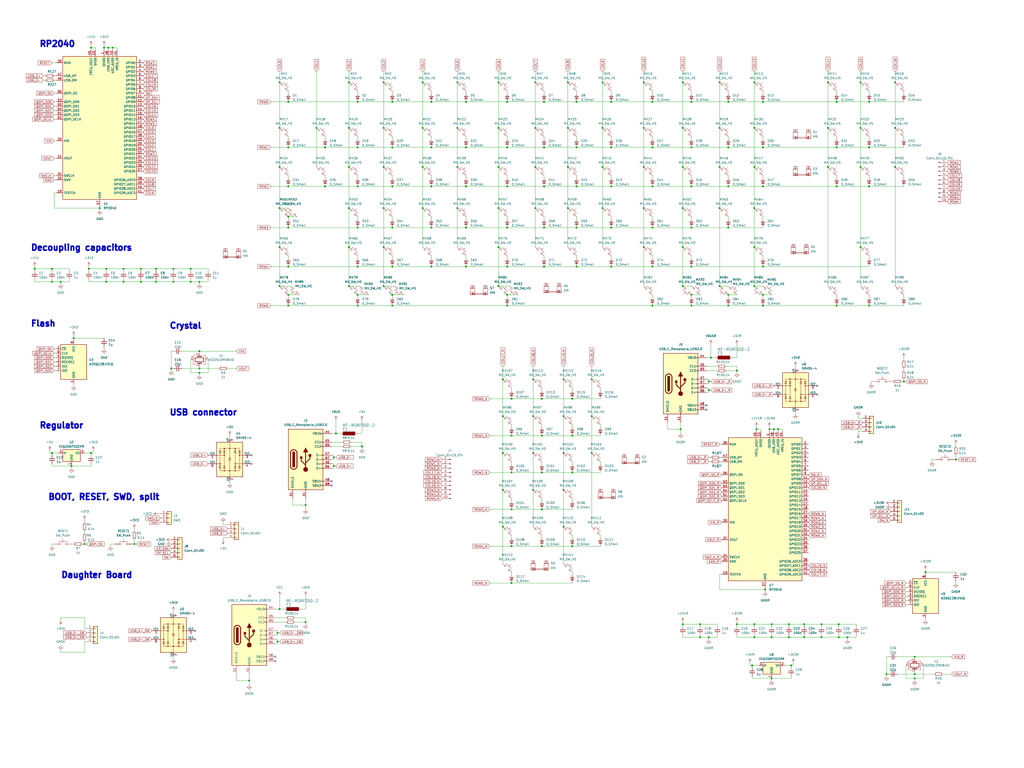
<source format=kicad_sch>
(kicad_sch (version 20230121) (generator eeschema)
  (paper "User" 599.999 450.012)
  (lib_symbols
    (symbol "+1V1_1" (power) (pin_names (offset 0))
      (property "Value" "+1V1_1" (at 0 5.08 0))
      (symbol "+1V1_1_1_1"
        (pin power_in line (at 0 0 90) (length 0) hide (name "+1V1R") (number "1"))
      )
    )
    (symbol "+3V3_1" (power) (pin_names (offset 0))
      (property "Value" "+3V3_1" (at 0 5.08 0))
      (symbol "+3V3_1_1_1"
        (pin power_in line (at 0 0 90) (length 0) hide (name "+3V3R") (number "1"))
      )
    )
    (symbol "+5VA_1" (power) (pin_names (offset 0))
      (property "Value" "+5VA_1" (at 0 5.08 0))
      (symbol "+5VA_1_1_1"
        (pin power_in line (at 0 0 90) (length 0) hide (name "+5VR") (number "1"))
      )
    )
    (symbol "Connector:Conn_01x10_Pin" (pin_names (offset 1.016) hide)
      (property "Reference" "J" (at 0 12.7 0))
      (property "Value" "Conn_01x10_Pin" (at 0 -15.24 0))
      (symbol "Conn_01x10_Pin_1_1"
        (pin passive line (at 5.08 10.16 180) (length 3.81) (name "Pin_1") (number "1"))
        (pin passive line (at 5.08 -12.7 180) (length 3.81) (name "Pin_10") (number "10"))
        (pin passive line (at 5.08 7.62 180) (length 3.81) (name "Pin_2") (number "2"))
        (pin passive line (at 5.08 5.08 180) (length 3.81) (name "Pin_3") (number "3"))
        (pin passive line (at 5.08 2.54 180) (length 3.81) (name "Pin_4") (number "4"))
        (pin passive line (at 5.08 0 180) (length 3.81) (name "Pin_5") (number "5"))
        (pin passive line (at 5.08 -2.54 180) (length 3.81) (name "Pin_6") (number "6"))
        (pin passive line (at 5.08 -5.08 180) (length 3.81) (name "Pin_7") (number "7"))
        (pin passive line (at 5.08 -7.62 180) (length 3.81) (name "Pin_8") (number "8"))
        (pin passive line (at 5.08 -10.16 180) (length 3.81) (name "Pin_9") (number "9"))
      )
    )
    (symbol "Connector:USB_C_Receptacle_USB2.0" (pin_names (offset 1.016))
      (property "Reference" "J" (at -10.16 19.05 0))
      (property "Value" "USB_C_Receptacle_USB2.0" (at 19.05 19.05 0))
      (symbol "USB_C_Receptacle_USB2.0_1_1"
        (pin passive line (at 0 -22.86 90) (length 5.08) (name "GND") (number "A1"))
        (pin passive line (at 0 -22.86 90) (length 5.08) hide (name "GND") (number "A12"))
        (pin passive line (at 15.24 15.24 180) (length 5.08) (name "VBUS") (number "A4"))
        (pin bidirectional line (at 15.24 10.16 180) (length 5.08) (name "CC1") (number "A5"))
        (pin bidirectional line (at 15.24 -2.54 180) (length 5.08) (name "D+") (number "A6"))
        (pin bidirectional line (at 15.24 2.54 180) (length 5.08) (name "D-") (number "A7"))
        (pin bidirectional line (at 15.24 -12.7 180) (length 5.08) (name "SBU1") (number "A8"))
        (pin passive line (at 15.24 15.24 180) (length 5.08) hide (name "VBUS") (number "A9"))
        (pin passive line (at 0 -22.86 90) (length 5.08) hide (name "GND") (number "B1"))
        (pin passive line (at 0 -22.86 90) (length 5.08) hide (name "GND") (number "B12"))
        (pin passive line (at 15.24 15.24 180) (length 5.08) hide (name "VBUS") (number "B4"))
        (pin bidirectional line (at 15.24 7.62 180) (length 5.08) (name "CC2") (number "B5"))
        (pin bidirectional line (at 15.24 -5.08 180) (length 5.08) (name "D+") (number "B6"))
        (pin bidirectional line (at 15.24 0 180) (length 5.08) (name "D-") (number "B7"))
        (pin bidirectional line (at 15.24 -15.24 180) (length 5.08) (name "SBU2") (number "B8"))
        (pin passive line (at 15.24 15.24 180) (length 5.08) hide (name "VBUS") (number "B9"))
        (pin passive line (at -7.62 -22.86 90) (length 5.08) (name "SHIELD") (number "S1"))
      )
    )
    (symbol "Connector_Generic:Conn_01x03" (pin_names (offset 1.016) hide)
      (property "Reference" "J" (at 0 5.08 0))
      (property "Value" "Conn_01x03" (at 0 -5.08 0))
      (symbol "Conn_01x03_1_1"
        (pin passive line (at -5.08 2.54 0) (length 3.81) (name "Pin_1") (number "1"))
        (pin passive line (at -5.08 0 0) (length 3.81) (name "Pin_2") (number "2"))
        (pin passive line (at -5.08 -2.54 0) (length 3.81) (name "Pin_3") (number "3"))
      )
    )
    (symbol "Connector_Generic:Conn_01x04" (pin_names (offset 1.016) hide)
      (property "Reference" "J" (at 0 5.08 0))
      (property "Value" "Conn_01x04" (at 0 -7.62 0))
      (symbol "Conn_01x04_1_1"
        (pin passive line (at -5.08 2.54 0) (length 3.81) (name "Pin_1") (number "1"))
        (pin passive line (at -5.08 0 0) (length 3.81) (name "Pin_2") (number "2"))
        (pin passive line (at -5.08 -2.54 0) (length 3.81) (name "Pin_3") (number "3"))
        (pin passive line (at -5.08 -5.08 0) (length 3.81) (name "Pin_4") (number "4"))
      )
    )
    (symbol "Connector_Generic:Conn_01x05" (pin_names (offset 1.016) hide)
      (property "Reference" "J" (at 0 7.62 0))
      (property "Value" "Conn_01x05" (at 0 -7.62 0))
      (symbol "Conn_01x05_1_1"
        (pin passive line (at -5.08 5.08 0) (length 3.81) (name "Pin_1") (number "1"))
        (pin passive line (at -5.08 2.54 0) (length 3.81) (name "Pin_2") (number "2"))
        (pin passive line (at -5.08 0 0) (length 3.81) (name "Pin_3") (number "3"))
        (pin passive line (at -5.08 -2.54 0) (length 3.81) (name "Pin_4") (number "4"))
        (pin passive line (at -5.08 -5.08 0) (length 3.81) (name "Pin_5") (number "5"))
      )
    )
    (symbol "Device:C_Small" (pin_numbers hide) (pin_names (offset 0.254) hide)
      (property "Reference" "C" (at 0.254 1.778 0))
      (property "Value" "C_Small" (at 0.254 -2.032 0))
      (symbol "C_Small_1_1"
        (pin passive line (at 0 2.54 270) (length 2.032) (name "~") (number "1"))
        (pin passive line (at 0 -2.54 90) (length 2.032) (name "~") (number "2"))
      )
    )
    (symbol "Device:Crystal_GND24" (pin_names (offset 1.016) hide)
      (property "Reference" "Y" (at 3.175 5.08 0))
      (property "Value" "Crystal_GND24" (at 3.175 3.175 0))
      (symbol "Crystal_GND24_1_1"
        (pin passive line (at -3.81 0 0) (length 1.27) (name "1") (number "1"))
        (pin passive line (at 0 5.08 270) (length 1.27) (name "2") (number "2"))
        (pin passive line (at 3.81 0 180) (length 1.27) (name "3") (number "3"))
        (pin passive line (at 0 -5.08 90) (length 1.27) (name "4") (number "4"))
      )
    )
    (symbol "Device:D_Small" (pin_numbers hide) (pin_names (offset 0.254) hide)
      (property "Reference" "D" (at -1.27 2.032 0))
      (property "Value" "D_Small" (at -3.81 -2.032 0))
      (symbol "D_Small_1_1"
        (pin passive line (at -2.54 0 0) (length 1.778) (name "K") (number "1"))
        (pin passive line (at 2.54 0 180) (length 1.778) (name "A") (number "2"))
      )
    )
    (symbol "Device:R_Small" (pin_numbers hide) (pin_names (offset 0.254) hide)
      (property "Reference" "R" (at 0.762 0.508 0))
      (property "Value" "R_Small" (at 0.762 -1.016 0))
      (symbol "R_Small_1_1"
        (pin passive line (at 0 2.54 270) (length 0.762) (name "~") (number "1"))
        (pin passive line (at 0 -2.54 90) (length 0.762) (name "~") (number "2"))
      )
    )
    (symbol "GNDA_1" (power) (pin_names (offset 0))
      (property "Value" "GNDA_1" (at 0 -5.08 0))
      (symbol "GNDA_1_1_1"
        (pin power_in line (at 0 0 270) (length 0) hide (name "GNDR") (number "1"))
      )
    )
    (symbol "Leonardo_Rev3e:L-EUL1812"
      (property "Reference" "L" (at -1.4986 -3.81 90))
      (property "Value" "L-EUL1812" (at 3.302 -3.81 90))
      (symbol "L-EUL1812_1_0"
        (pin passive line (at 0 5.08 270) (length 2.54) (name "1") (number "1"))
        (pin passive line (at 0 -5.08 90) (length 2.54) (name "2") (number "2"))
      )
    )
    (symbol "MCU_RaspberryPi:RP2040"
      (property "Reference" "U" (at 17.78 45.72 0))
      (property "Value" "RP2040" (at 17.78 43.18 0))
      (symbol "RP2040_1_1"
        (pin power_in line (at 2.54 45.72 270) (length 3.81) (name "IOVDD") (number "1"))
        (pin passive line (at 2.54 45.72 270) (length 3.81) hide (name "IOVDD") (number "10"))
        (pin bidirectional line (at 25.4 17.78 180) (length 3.81) (name "GPIO8") (number "11"))
        (pin bidirectional line (at 25.4 15.24 180) (length 3.81) (name "GPIO9") (number "12"))
        (pin bidirectional line (at 25.4 12.7 180) (length 3.81) (name "GPIO10") (number "13"))
        (pin bidirectional line (at 25.4 10.16 180) (length 3.81) (name "GPIO11") (number "14"))
        (pin bidirectional line (at 25.4 7.62 180) (length 3.81) (name "GPIO12") (number "15"))
        (pin bidirectional line (at 25.4 5.08 180) (length 3.81) (name "GPIO13") (number "16"))
        (pin bidirectional line (at 25.4 2.54 180) (length 3.81) (name "GPIO14") (number "17"))
        (pin bidirectional line (at 25.4 0 180) (length 3.81) (name "GPIO15") (number "18"))
        (pin input line (at -25.4 -38.1 0) (length 3.81) (name "TESTEN") (number "19"))
        (pin bidirectional line (at 25.4 38.1 180) (length 3.81) (name "GPIO0") (number "2"))
        (pin input line (at -25.4 -7.62 0) (length 3.81) (name "XIN") (number "20"))
        (pin passive line (at -25.4 -17.78 0) (length 3.81) (name "XOUT") (number "21"))
        (pin passive line (at 2.54 45.72 270) (length 3.81) hide (name "IOVDD") (number "22"))
        (pin power_in line (at -2.54 45.72 270) (length 3.81) (name "DVDD") (number "23"))
        (pin input line (at -25.4 -27.94 0) (length 3.81) (name "SWCLK") (number "24"))
        (pin bidirectional line (at -25.4 -30.48 0) (length 3.81) (name "SWD") (number "25"))
        (pin input line (at -25.4 38.1 0) (length 3.81) (name "RUN") (number "26"))
        (pin bidirectional line (at 25.4 -2.54 180) (length 3.81) (name "GPIO16") (number "27"))
        (pin bidirectional line (at 25.4 -5.08 180) (length 3.81) (name "GPIO17") (number "28"))
        (pin bidirectional line (at 25.4 -7.62 180) (length 3.81) (name "GPIO18") (number "29"))
        (pin bidirectional line (at 25.4 35.56 180) (length 3.81) (name "GPIO1") (number "3"))
        (pin bidirectional line (at 25.4 -10.16 180) (length 3.81) (name "GPIO19") (number "30"))
        (pin bidirectional line (at 25.4 -12.7 180) (length 3.81) (name "GPIO20") (number "31"))
        (pin bidirectional line (at 25.4 -15.24 180) (length 3.81) (name "GPIO21") (number "32"))
        (pin passive line (at 2.54 45.72 270) (length 3.81) hide (name "IOVDD") (number "33"))
        (pin bidirectional line (at 25.4 -17.78 180) (length 3.81) (name "GPIO22") (number "34"))
        (pin bidirectional line (at 25.4 -20.32 180) (length 3.81) (name "GPIO23") (number "35"))
        (pin bidirectional line (at 25.4 -22.86 180) (length 3.81) (name "GPIO24") (number "36"))
        (pin bidirectional line (at 25.4 -25.4 180) (length 3.81) (name "GPIO25") (number "37"))
        (pin bidirectional line (at 25.4 -30.48 180) (length 3.81) (name "GPIO26_ADC0") (number "38"))
        (pin bidirectional line (at 25.4 -33.02 180) (length 3.81) (name "GPIO27_ADC1") (number "39"))
        (pin bidirectional line (at 25.4 33.02 180) (length 3.81) (name "GPIO2") (number "4"))
        (pin bidirectional line (at 25.4 -35.56 180) (length 3.81) (name "GPIO28_ADC2") (number "40"))
        (pin bidirectional line (at 25.4 -38.1 180) (length 3.81) (name "GPIO29_ADC3") (number "41"))
        (pin passive line (at 2.54 45.72 270) (length 3.81) hide (name "IOVDD") (number "42"))
        (pin power_in line (at 7.62 45.72 270) (length 3.81) (name "ADC_AVDD") (number "43"))
        (pin power_in line (at 10.16 45.72 270) (length 3.81) (name "VREG_IN") (number "44"))
        (pin power_out line (at -5.08 45.72 270) (length 3.81) (name "VREG_VOUT") (number "45"))
        (pin bidirectional line (at -25.4 27.94 0) (length 3.81) (name "USB_DM") (number "46"))
        (pin bidirectional line (at -25.4 30.48 0) (length 3.81) (name "USB_DP") (number "47"))
        (pin power_in line (at 5.08 45.72 270) (length 3.81) (name "USB_VDD") (number "48"))
        (pin passive line (at 2.54 45.72 270) (length 3.81) hide (name "IOVDD") (number "49"))
        (pin bidirectional line (at 25.4 30.48 180) (length 3.81) (name "GPIO3") (number "5"))
        (pin passive line (at -2.54 45.72 270) (length 3.81) hide (name "DVDD") (number "50"))
        (pin bidirectional line (at -25.4 7.62 0) (length 3.81) (name "QSPI_SD3") (number "51"))
        (pin output line (at -25.4 5.08 0) (length 3.81) (name "QSPI_SCLK") (number "52"))
        (pin bidirectional line (at -25.4 15.24 0) (length 3.81) (name "QSPI_SD0") (number "53"))
        (pin bidirectional line (at -25.4 10.16 0) (length 3.81) (name "QSPI_SD2") (number "54"))
        (pin bidirectional line (at -25.4 12.7 0) (length 3.81) (name "QSPI_SD1") (number "55"))
        (pin bidirectional line (at -25.4 20.32 0) (length 3.81) (name "QSPI_SS") (number "56"))
        (pin power_in line (at 0 -45.72 90) (length 3.81) (name "GND") (number "57"))
        (pin bidirectional line (at 25.4 27.94 180) (length 3.81) (name "GPIO4") (number "6"))
        (pin bidirectional line (at 25.4 25.4 180) (length 3.81) (name "GPIO5") (number "7"))
        (pin bidirectional line (at 25.4 22.86 180) (length 3.81) (name "GPIO6") (number "8"))
        (pin bidirectional line (at 25.4 20.32 180) (length 3.81) (name "GPIO7") (number "9"))
      )
    )
    (symbol "Memory_Flash:W25Q128JVS"
      (property "Reference" "U" (at -8.89 8.89 0))
      (property "Value" "W25Q128JVS" (at 7.62 8.89 0))
      (symbol "W25Q128JVS_1_1"
        (pin input line (at -10.16 7.62 0) (length 2.54) (name "~{CS}") (number "1"))
        (pin bidirectional line (at -10.16 0 0) (length 2.54) (name "DO(IO1)") (number "2"))
        (pin bidirectional line (at -10.16 -2.54 0) (length 2.54) (name "IO2") (number "3"))
        (pin power_in line (at 0 -12.7 90) (length 2.54) (name "GND") (number "4"))
        (pin bidirectional line (at -10.16 2.54 0) (length 2.54) (name "DI(IO0)") (number "5"))
        (pin input line (at -10.16 5.08 0) (length 2.54) (name "CLK") (number "6"))
        (pin bidirectional line (at -10.16 -5.08 0) (length 2.54) (name "IO3") (number "7"))
        (pin power_in line (at 0 12.7 270) (length 2.54) (name "VCC") (number "8"))
      )
    )
    (symbol "PCM_marbastlib-mx:MX_SW_HS" (pin_numbers hide) (pin_names (offset 1.016) hide)
      (property "Reference" "MX" (at 3.048 1.016 0))
      (property "Value" "MX_SW_HS" (at 0 -3.81 0))
      (symbol "MX_SW_HS_0_1"
        (pin passive line (at -2.54 2.54 0) (length 0) (name "1") (number "1"))
        (pin passive line (at 2.54 -2.54 180) (length 0) (name "2") (number "2"))
      )
    )
    (symbol "PCM_marbastlib-mx:MX_stab" (pin_names (offset 1.016))
      (property "Reference" "S" (at -5.08 6.35 0))
      (property "Value" "MX_stab" (at -5.08 3.81 0))
    )
    (symbol "PCM_marbastlib-various:SRV05-4" (pin_names (offset 0))
      (property "Reference" "U" (at -5.08 11.43 0))
      (property "Value" "SRV05-4" (at 2.54 11.43 0))
      (symbol "SRV05-4_1_1"
        (pin passive line (at -12.7 2.54 0) (length 5.08) (name "IO1") (number "1"))
        (pin passive line (at 0 -12.7 90) (length 2.54) (name "VN") (number "2"))
        (pin passive line (at 12.7 2.54 180) (length 5.08) (name "IO2") (number "3"))
        (pin passive line (at 12.7 -2.54 180) (length 5.08) (name "IO3") (number "4"))
        (pin passive line (at 0 12.7 270) (length 2.54) (name "VP") (number "5"))
        (pin passive line (at -12.7 -2.54 0) (length 5.08) (name "IO4") (number "6"))
      )
    )
    (symbol "Regulator_Linear:XC6206PxxxMR" (pin_names (offset 0.254))
      (property "Reference" "U" (at -3.81 3.175 0))
      (property "Value" "XC6206PxxxMR" (at 0 3.175 0))
      (symbol "XC6206PxxxMR_1_1"
        (pin power_in line (at 0 -7.62 90) (length 2.54) (name "GND") (number "1"))
        (pin power_out line (at 7.62 0 180) (length 2.54) (name "VO") (number "2"))
        (pin power_in line (at -7.62 0 0) (length 2.54) (name "VI") (number "3"))
      )
    )
    (symbol "Switch:SW_Push" (pin_numbers hide) (pin_names (offset 1.016) hide)
      (property "Reference" "SW" (at 1.27 2.54 0))
      (property "Value" "SW_Push" (at 0 -1.524 0))
      (symbol "SW_Push_0_1"
        (pin passive line (at -5.08 0 0) (length 2.54) (name "1") (number "1"))
        (pin passive line (at 5.08 0 180) (length 2.54) (name "2") (number "2"))
      )
    )
    (symbol "VBUS_1" (power) (pin_names (offset 0))
      (property "Value" "VBUSR" (at 0 5.08 0))
      (symbol "VBUS_1_1_1"
        (pin power_in line (at 0 0 90) (length 0) hide (name "VBUSR") (number "1"))
      )
    )
    (symbol "power:+1V1" (power) (pin_names (offset 0))
      (property "Value" "+1V1" (at 0 3.556 0))
      (symbol "+1V1_1_1"
        (pin power_in line (at 0 0 90) (length 0) hide (name "+1V1") (number "1"))
      )
    )
    (symbol "power:+3V3" (power) (pin_names (offset 0))
      (property "Value" "+3V3" (at 0 3.556 0))
      (symbol "+3V3_1_1"
        (pin power_in line (at 0 0 90) (length 0) hide (name "+3V3") (number "1"))
      )
    )
    (symbol "power:+5V" (power) (pin_names (offset 0))
      (property "Value" "+5V" (at 0 3.556 0))
      (symbol "+5V_1_1"
        (pin power_in line (at 0 0 90) (length 0) hide (name "+5V") (number "1"))
      )
    )
    (symbol "power:+5VA" (power) (pin_names (offset 0))
      (property "Value" "+5VA" (at 0 3.556 0))
      (symbol "+5VA_1_1"
        (pin power_in line (at 0 0 90) (length 0) hide (name "+5VA") (number "1"))
      )
    )
    (symbol "power:GND" (power) (pin_names (offset 0))
      (property "Value" "GND" (at 0 -3.81 0))
      (symbol "GND_1_1"
        (pin power_in line (at 0 0 270) (length 0) hide (name "GND") (number "1"))
      )
    )
    (symbol "power:GND2" (power) (pin_names (offset 0))
      (property "Value" "GND2" (at 0 -3.81 0))
      (symbol "GND2_1_1"
        (pin power_in line (at 0 0 270) (length 0) hide (name "GND2") (number "1"))
      )
    )
    (symbol "power:GNDA" (power) (pin_names (offset 0))
      (property "Value" "GNDA" (at 0 -3.81 0))
      (symbol "GNDA_1_1"
        (pin power_in line (at 0 0 270) (length 0) hide (name "GNDA") (number "1"))
      )
    )
    (symbol "power:VBUS" (power) (pin_names (offset 0))
      (property "Value" "VBUS" (at 0 3.81 0))
      (symbol "VBUS_1_1"
        (pin power_in line (at 0 0 90) (length 0) hide (name "VBUS") (number "1"))
      )
    )
    (symbol "power:VCC" (power) (pin_names (offset 0))
      (property "Value" "VCC" (at 0 3.81 0))
      (symbol "VCC_1_1"
        (pin power_in line (at 0 0 90) (length 0) hide (name "VCC") (number "1"))
      )
    )
  )
  (junction (at 49.53 318.77))
  (junction (at 162.56 375.92))
  (junction (at 116.84 215.9))
  (junction (at 101.6 157.48))
  (junction (at 318.77 133.35))
  (junction (at 462.28 373.38))
  (junction (at 535.94 394.97))
  (junction (at 377.19 74.93))
  (junction (at 496.57 373.38))
  (junction (at 163.83 74.93))
  (junction (at 317.5 320.04))
  (junction (at 491.49 365.76))
  (junction (at 163.83 144.78))
  (junction (at 452.12 365.76))
  (junction (at 299.72 255.27))
  (junction (at 292.1 74.93))
  (junction (at 299.72 276.86))
  (junction (at 292.1 167.64))
  (junction (at 224.79 167.64))
  (junction (at 421.64 97.79))
  (junction (at 318.77 109.22))
  (junction (at 267.97 121.92))
  (junction (at 485.14 48.26))
  (junction (at 337.82 156.21))
  (junction (at 209.55 133.35))
  (junction (at 297.18 86.36))
  (junction (at 229.87 86.36))
  (junction (at 405.13 172.72))
  (junction (at 229.87 59.69))
  (junction (at 490.22 59.69))
  (junction (at 35.56 165.1))
  (junction (at 273.05 109.22))
  (junction (at 485.14 97.79))
  (junction (at 292.1 97.79))
  (junction (at 431.8 217.17))
  (junction (at 491.49 373.38))
  (junction (at 337.82 59.69))
  (junction (at 353.06 97.79))
  (junction (at 312.42 222.25))
  (junction (at 382.27 156.21))
  (junction (at 358.14 59.69))
  (junction (at 58.42 121.92))
  (junction (at 441.96 167.64))
  (junction (at 330.2 308.61))
  (junction (at 294.64 243.84))
  (junction (at 209.55 172.72))
  (junction (at 168.91 109.22))
  (junction (at 330.2 265.43))
  (junction (at 542.29 335.28))
  (junction (at 30.48 157.48))
  (junction (at 204.47 121.92))
  (junction (at 400.05 97.79))
  (junction (at 292.1 144.78))
  (junction (at 179.07 295.91))
  (junction (at 292.1 121.92))
  (junction (at 426.72 172.72))
  (junction (at 163.83 97.79))
  (junction (at 30.48 165.1))
  (junction (at 313.69 121.92))
  (junction (at 382.27 179.07))
  (junction (at 377.19 48.26))
  (junction (at 168.91 127))
  (junction (at 60.96 27.94))
  (junction (at 400.05 167.64))
  (junction (at 441.96 373.38))
  (junction (at 111.76 165.1))
  (junction (at 524.51 74.93))
  (junction (at 405.13 86.36))
  (junction (at 168.91 59.69))
  (junction (at 224.79 74.93))
  (junction (at 179.07 364.49))
  (junction (at 337.82 133.35))
  (junction (at 330.2 287.02))
  (junction (at 377.19 97.79))
  (junction (at 358.14 133.35))
  (junction (at 299.72 341.63))
  (junction (at 481.33 373.38))
  (junction (at 195.58 267.97))
  (junction (at 332.74 74.93))
  (junction (at 447.04 156.21))
  (junction (at 443.23 251.46))
  (junction (at 382.27 59.69))
  (junction (at 504.19 48.26))
  (junction (at 405.13 109.22))
  (junction (at 252.73 109.22))
  (junction (at 353.06 74.93))
  (junction (at 382.27 86.36))
  (junction (at 405.13 156.21))
  (junction (at 415.29 223.52))
  (junction (at 441.96 365.76))
  (junction (at 313.69 48.26))
  (junction (at 353.06 121.92))
  (junction (at 168.91 133.35))
  (junction (at 317.5 276.86))
  (junction (at 332.74 121.92))
  (junction (at 185.42 74.93))
  (junction (at 82.55 157.48))
  (junction (at 146.05 398.78))
  (junction (at 247.65 48.26))
  (junction (at 313.69 74.93))
  (junction (at 53.34 265.43))
  (junction (at 273.05 156.21))
  (junction (at 299.72 298.45))
  (junction (at 400.05 144.78))
  (junction (at 317.5 255.27))
  (junction (at 317.5 298.45))
  (junction (at 204.47 144.78))
  (junction (at 452.12 373.38))
  (junction (at 447.04 86.36))
  (junction (at 196.85 254))
  (junction (at 63.5 27.94))
  (junction (at 400.05 48.26))
  (junction (at 524.51 97.79))
  (junction (at 346.71 243.84))
  (junction (at 398.78 251.46))
  (junction (at 229.87 109.22))
  (junction (at 116.84 165.1))
  (junction (at 504.19 144.78))
  (junction (at 490.22 179.07))
  (junction (at 163.83 48.26))
  (junction (at 224.79 121.92))
  (junction (at 209.55 109.22))
  (junction (at 509.27 86.36))
  (junction (at 294.64 287.02))
  (junction (at 426.72 179.07))
  (junction (at 346.71 265.43))
  (junction (at 209.55 86.36))
  (junction (at 346.71 222.25))
  (junction (at 116.84 218.44))
  (junction (at 195.58 273.05))
  (junction (at 400.05 365.76))
  (junction (at 111.76 157.48))
  (junction (at 447.04 179.07))
  (junction (at 337.82 109.22))
  (junction (at 509.27 59.69))
  (junction (at 224.79 144.78))
  (junction (at 481.33 365.76))
  (junction (at 441.96 74.93))
  (junction (at 400.05 121.92))
  (junction (at 471.17 365.76))
  (junction (at 292.1 48.26))
  (junction (at 190.5 86.36))
  (junction (at 377.19 121.92))
  (junction (at 168.91 86.36))
  (junction (at 426.72 133.35))
  (junction (at 100.33 215.9))
  (junction (at 273.05 133.35))
  (junction (at 224.79 97.79))
  (junction (at 190.5 109.22))
  (junction (at 20.32 157.48))
  (junction (at 229.87 133.35))
  (junction (at 426.72 86.36))
  (junction (at 204.47 48.26))
  (junction (at 455.93 251.46))
  (junction (at 450.85 251.46))
  (junction (at 318.77 156.21))
  (junction (at 453.39 251.46))
  (junction (at 101.6 165.1))
  (junction (at 163.83 167.64))
  (junction (at 163.83 121.92))
  (junction (at 504.19 97.79))
  (junction (at 448.31 345.44))
  (junction (at 204.47 167.64))
  (junction (at 267.97 48.26))
  (junction (at 78.74 318.77))
  (junction (at 52.07 157.48))
  (junction (at 91.44 165.1))
  (junction (at 72.39 157.48))
  (junction (at 447.04 172.72))
  (junction (at 204.47 74.93))
  (junction (at 335.28 233.68))
  (junction (at 168.91 179.07))
  (junction (at 66.04 27.94))
  (junction (at 267.97 74.93))
  (junction (at 312.42 287.02))
  (junction (at 252.73 86.36))
  (junction (at 353.06 48.26))
  (junction (at 332.74 48.26))
  (junction (at 431.8 365.76))
  (junction (at 297.18 59.69))
  (junction (at 462.28 365.76))
  (junction (at 410.21 365.76))
  (junction (at 72.39 165.1))
  (junction (at 463.55 389.89))
  (junction (at 416.56 209.55))
  (junction (at 212.09 261.62))
  (junction (at 299.72 320.04))
  (junction (at 415.29 373.38))
  (junction (at 163.83 356.87))
  (junction (at 297.18 156.21))
  (junction (at 297.18 109.22))
  (junction (at 317.5 233.68))
  (junction (at 43.18 198.12))
  (junction (at 405.13 59.69))
  (junction (at 440.69 389.89))
  (junction (at 229.87 172.72))
  (junction (at 509.27 109.22))
  (junction (at 337.82 86.36))
  (junction (at 421.64 48.26))
  (junction (at 441.96 97.79))
  (junction (at 405.13 179.07))
  (junction (at 267.97 97.79))
  (junction (at 447.04 109.22))
  (junction (at 535.94 384.81))
  (junction (at 452.12 397.51))
  (junction (at 209.55 59.69))
  (junction (at 297.18 133.35))
  (junction (at 62.23 157.48))
  (junction (at 273.05 86.36))
  (junction (at 377.19 144.78))
  (junction (at 204.47 97.79))
  (junction (at 229.87 179.07))
  (junction (at 400.05 74.93))
  (junction (at 358.14 156.21))
  (junction (at 335.28 320.04))
  (junction (at 91.44 157.48))
  (junction (at 252.73 156.21))
  (junction (at 318.77 86.36))
  (junction (at 332.74 97.79))
  (junction (at 297.18 172.72))
  (junction (at 358.14 86.36))
  (junction (at 335.28 276.86))
  (junction (at 519.43 394.97))
  (junction (at 252.73 59.69))
  (junction (at 297.18 179.07))
  (junction (at 318.77 59.69))
  (junction (at 441.96 121.92))
  (junction (at 441.96 48.26))
  (junction (at 441.96 144.78))
  (junction (at 410.21 373.38))
  (junction (at 312.42 243.84))
  (junction (at 421.64 121.92))
  (junction (at 358.14 109.22))
  (junction (at 529.59 223.52))
  (junction (at 560.07 269.24))
  (junction (at 209.55 179.07))
  (junction (at 247.65 121.92))
  (junction (at 294.64 265.43))
  (junction (at 509.27 179.07))
  (junction (at 471.17 373.38))
  (junction (at 247.65 97.79))
  (junction (at 209.55 156.21))
  (junction (at 168.91 172.72))
  (junction (at 382.27 109.22))
  (junction (at 312.42 265.43))
  (junction (at 426.72 59.69))
  (junction (at 41.91 273.05))
  (junction (at 224.79 48.26))
  (junction (at 294.64 222.25))
  (junction (at 294.64 308.61))
  (junction (at 330.2 222.25))
  (junction (at 421.64 167.64))
  (junction (at 405.13 133.35))
  (junction (at 82.55 165.1))
  (junction (at 53.34 27.94))
  (junction (at 490.22 109.22))
  (junction (at 335.28 255.27))
  (junction (at 252.73 133.35))
  (junction (at 426.72 109.22))
  (junction (at 273.05 59.69))
  (junction (at 490.22 86.36))
  (junction (at 382.27 133.35))
  (junction (at 162.56 370.84))
  (junction (at 62.23 165.1))
  (junction (at 313.69 97.79))
  (junction (at 299.72 233.68))
  (junction (at 415.29 228.6))
  (junction (at 524.51 48.26))
  (junction (at 229.87 156.21))
  (junction (at 485.14 74.93))
  (junction (at 116.84 205.74))
  (junction (at 447.04 59.69))
  (junction (at 330.2 243.84))
  (junction (at 504.19 74.93))
  (junction (at 168.91 156.21))
  (junction (at 30.48 265.43))
  (junction (at 535.94 397.51))
  (junction (at 247.65 74.93))
  (junction (at 421.64 74.93))
  (no_connect (at 147.32 266.7))
  (no_connect (at 147.32 271.78))
  (no_connect (at 478.79 226.06))
  (no_connect (at 194.31 284.48))
  (no_connect (at 161.29 384.81))
  (no_connect (at 414.02 240.03))
  (no_connect (at 194.31 281.94))
  (no_connect (at 414.02 237.49))
  (no_connect (at 478.79 231.14))
  (no_connect (at 161.29 387.35))
  (no_connect (at 114.3 374.65))
  (no_connect (at 114.3 369.57))
  (wire (pts (xy 509.27 109.22) (xy 529.59 109.22)))
  (wire (pts (xy 54.61 265.43) (xy 54.61 264.16)))
  (wire (pts (xy 312.42 265.43) (xy 312.42 243.84)))
  (wire (pts (xy 548.64 269.24) (xy 546.1 269.24)))
  (wire (pts (xy 91.44 158.75) (xy 91.44 157.48)))
  (wire (pts (xy 351.79 271.78) (xy 351.79 270.51)))
  (wire (pts (xy 168.91 59.69) (xy 209.55 59.69)))
  (wire (pts (xy 471.17 365.76) (xy 481.33 365.76)))
  (wire (pts (xy 116.84 219.71) (xy 116.84 218.44)))
  (wire (pts (xy 441.96 97.79) (xy 441.96 121.92)))
  (wire (pts (xy 405.13 173.99) (xy 405.13 172.72)))
  (wire (pts (xy 138.43 398.78) (xy 146.05 398.78)))
  (wire (pts (xy 415.29 267.97) (xy 416.56 267.97)))
  (wire (pts (xy 168.91 109.22) (xy 190.5 109.22)))
  (wire (pts (xy 358.14 54.61) (xy 358.14 53.34)))
  (wire (pts (xy 161.29 369.57) (xy 162.56 369.57)))
  (wire (pts (xy 82.55 157.48) (xy 91.44 157.48)))
  (wire (pts (xy 146.05 398.78) (xy 146.05 401.32)))
  (wire (pts (xy 358.14 109.22) (xy 382.27 109.22)))
  (wire (pts (xy 31.75 82.55) (xy 33.02 82.55)))
  (wire (pts (xy 273.05 86.36) (xy 297.18 86.36)))
  (wire (pts (xy 485.14 41.91) (xy 485.14 48.26)))
  (wire (pts (xy 101.6 384.81) (xy 101.6 386.08)))
  (wire (pts (xy 504.19 144.78) (xy 504.19 167.64)))
  (wire (pts (xy 441.96 373.38) (xy 452.12 373.38)))
  (wire (pts (xy 55.88 27.94) (xy 55.88 29.21)))
  (wire (pts (xy 224.79 48.26) (xy 224.79 74.93)))
  (wire (pts (xy 297.18 54.61) (xy 297.18 53.34)))
  (wire (pts (xy 458.47 252.73) (xy 458.47 251.46)))
  (wire (pts (xy 209.55 81.28) (xy 209.55 80.01)))
  (wire (pts (xy 162.56 370.84) (xy 162.56 369.57)))
  (wire (pts (xy 400.05 144.78) (xy 400.05 167.64)))
  (wire (pts (xy 481.33 373.38) (xy 491.49 373.38)))
  (wire (pts (xy 297.18 173.99) (xy 297.18 172.72)))
  (wire (pts (xy 205.74 261.62) (xy 212.09 261.62)))
  (wire (pts (xy 312.42 308.61) (xy 312.42 287.02)))
  (wire (pts (xy 382.27 59.69) (xy 405.13 59.69)))
  (wire (pts (xy 78.74 309.88) (xy 78.74 311.15)))
  (wire (pts (xy 335.28 271.78) (xy 335.28 270.51)))
  (wire (pts (xy 431.8 209.55) (xy 431.8 201.93)))
  (wire (pts (xy 405.13 81.28) (xy 405.13 80.01)))
  (wire (pts (xy 521.97 223.52) (xy 523.24 223.52)))
  (wire (pts (xy 121.92 165.1) (xy 121.92 163.83)))
  (wire (pts (xy 337.82 59.69) (xy 358.14 59.69)))
  (wire (pts (xy 415.29 227.33) (xy 414.02 227.33)))
  (wire (pts (xy 146.05 394.97) (xy 146.05 398.78)))
  (wire (pts (xy 313.69 121.92) (xy 313.69 144.78)))
  (wire (pts (xy 100.33 215.9) (xy 101.6 215.9)))
  (wire (pts (xy 529.59 54.61) (xy 529.59 53.34)))
  (wire (pts (xy 101.6 158.75) (xy 101.6 157.48)))
  (wire (pts (xy 490.22 173.99) (xy 490.22 172.72)))
  (wire (pts (xy 60.96 26.67) (xy 60.96 27.94)))
  (wire (pts (xy 297.18 128.27) (xy 297.18 127)))
  (wire (pts (xy 82.55 163.83) (xy 82.55 165.1)))
  (wire (pts (xy 116.84 214.63) (xy 116.84 215.9)))
  (wire (pts (xy 337.82 81.28) (xy 337.82 80.01)))
  (wire (pts (xy 190.5 86.36) (xy 209.55 86.36)))
  (wire (pts (xy 50.8 375.92) (xy 49.53 375.92)))
  (wire (pts (xy 130.81 306.07) (xy 130.81 307.34)))
  (wire (pts (xy 415.29 228.6) (xy 415.29 227.33)))
  (wire (pts (xy 299.72 271.78) (xy 299.72 270.51)))
  (wire (pts (xy 194.31 261.62) (xy 200.66 261.62)))
  (wire (pts (xy 25.4 46.99) (xy 26.67 46.99)))
  (wire (pts (xy 35.56 381) (xy 35.56 382.27)))
  (wire (pts (xy 163.83 349.25) (xy 163.83 356.87)))
  (wire (pts (xy 163.83 41.91) (xy 163.83 48.26)))
  (wire (pts (xy 382.27 54.61) (xy 382.27 53.34)))
  (wire (pts (xy 52.07 165.1) (xy 62.23 165.1)))
  (wire (pts (xy 91.44 163.83) (xy 91.44 165.1)))
  (wire (pts (xy 299.72 276.86) (xy 317.5 276.86)))
  (wire (pts (xy 560.07 269.24) (xy 558.8 269.24)))
  (wire (pts (xy 318.77 104.14) (xy 318.77 102.87)))
  (wire (pts (xy 447.04 128.27) (xy 447.04 127)))
  (wire (pts (xy 299.72 255.27) (xy 317.5 255.27)))
  (wire (pts (xy 445.77 251.46) (xy 445.77 252.73)))
  (wire (pts (xy 426.72 128.27) (xy 426.72 127)))
  (wire (pts (xy 171.45 292.1) (xy 171.45 295.91)))
  (wire (pts (xy 447.04 151.13) (xy 447.04 149.86)))
  (wire (pts (xy 332.74 48.26) (xy 332.74 74.93)))
  (wire (pts (xy 490.22 86.36) (xy 509.27 86.36)))
  (wire (pts (xy 194.31 274.32) (xy 195.58 274.32)))
  (wire (pts (xy 158.75 109.22) (xy 168.91 109.22)))
  (wire (pts (xy 490.22 81.28) (xy 490.22 80.01)))
  (wire (pts (xy 49.53 375.92) (xy 49.53 382.27)))
  (wire (pts (xy 194.31 259.08) (xy 200.66 259.08)))
  (wire (pts (xy 247.65 121.92) (xy 247.65 144.78)))
  (wire (pts (xy 158.75 133.35) (xy 168.91 133.35)))
  (wire (pts (xy 491.49 373.38) (xy 496.57 373.38)))
  (wire (pts (xy 382.27 128.27) (xy 382.27 127)))
  (wire (pts (xy 48.26 318.77) (xy 49.53 318.77)))
  (wire (pts (xy 62.23 157.48) (xy 72.39 157.48)))
  (wire (pts (xy 426.72 109.22) (xy 447.04 109.22)))
  (wire (pts (xy 224.79 121.92) (xy 224.79 144.78)))
  (wire (pts (xy 491.49 372.11) (xy 491.49 373.38)))
  (wire (pts (xy 204.47 121.92) (xy 204.47 144.78)))
  (wire (pts (xy 60.96 203.2) (xy 60.96 204.47)))
  (wire (pts (xy 287.02 320.04) (xy 299.72 320.04)))
  (wire (pts (xy 447.04 54.61) (xy 447.04 53.34)))
  (wire (pts (xy 530.86 351.79) (xy 532.13 351.79)))
  (wire (pts (xy 212.09 259.08) (xy 212.09 261.62)))
  (wire (pts (xy 25.4 44.45) (xy 26.67 44.45)))
  (wire (pts (xy 405.13 151.13) (xy 405.13 149.86)))
  (wire (pts (xy 196.85 254) (xy 199.39 254)))
  (wire (pts (xy 31.75 113.03) (xy 31.75 121.92)))
  (wire (pts (xy 318.77 151.13) (xy 318.77 149.86)))
  (wire (pts (xy 405.13 86.36) (xy 426.72 86.36)))
  (wire (pts (xy 382.27 86.36) (xy 405.13 86.36)))
  (wire (pts (xy 31.75 46.99) (xy 33.02 46.99)))
  (wire (pts (xy 121.92 210.82) (xy 121.92 218.44)))
  (wire (pts (xy 439.42 389.89) (xy 440.69 389.89)))
  (wire (pts (xy 509.27 81.28) (xy 509.27 80.01)))
  (wire (pts (xy 429.26 209.55) (xy 431.8 209.55)))
  (wire (pts (xy 382.27 109.22) (xy 405.13 109.22)))
  (wire (pts (xy 414.02 214.63) (xy 420.37 214.63)))
  (wire (pts (xy 318.77 156.21) (xy 337.82 156.21)))
  (wire (pts (xy 346.71 214.63) (xy 346.71 222.25)))
  (wire (pts (xy 466.09 214.63) (xy 466.09 215.9)))
  (wire (pts (xy 204.47 97.79) (xy 204.47 121.92)))
  (wire (pts (xy 205.74 259.08) (xy 212.09 259.08)))
  (wire (pts (xy 426.72 104.14) (xy 426.72 102.87)))
  (wire (pts (xy 440.69 389.89) (xy 440.69 391.16)))
  (wire (pts (xy 49.53 312.42) (xy 49.53 311.15)))
  (wire (pts (xy 337.82 104.14) (xy 337.82 102.87)))
  (wire (pts (xy 502.92 252.73) (xy 502.92 254)))
  (wire (pts (xy 20.32 158.75) (xy 20.32 157.48)))
  (wire (pts (xy 287.02 255.27) (xy 299.72 255.27)))
  (wire (pts (xy 111.76 157.48) (xy 121.92 157.48)))
  (wire (pts (xy 358.14 156.21) (xy 382.27 156.21)))
  (wire (pts (xy 447.04 86.36) (xy 490.22 86.36)))
  (wire (pts (xy 58.42 123.19) (xy 58.42 121.92)))
  (wire (pts (xy 53.34 29.21) (xy 53.34 27.94)))
  (wire (pts (xy 299.72 233.68) (xy 317.5 233.68)))
  (wire (pts (xy 72.39 165.1) (xy 82.55 165.1)))
  (wire (pts (xy 441.96 121.92) (xy 441.96 144.78)))
  (wire (pts (xy 49.53 368.3) (xy 50.8 368.3)))
  (wire (pts (xy 294.64 308.61) (xy 294.64 330.2)))
  (wire (pts (xy 287.02 341.63) (xy 299.72 341.63)))
  (wire (pts (xy 267.97 97.79) (xy 267.97 121.92)))
  (wire (pts (xy 542.29 335.28) (xy 542.29 336.55)))
  (wire (pts (xy 447.04 179.07) (xy 490.22 179.07)))
  (wire (pts (xy 502.92 243.84) (xy 502.92 245.11)))
  (wire (pts (xy 455.93 251.46) (xy 453.39 251.46)))
  (wire (pts (xy 209.55 109.22) (xy 229.87 109.22)))
  (wire (pts (xy 60.96 27.94) (xy 63.5 27.94)))
  (wire (pts (xy 121.92 157.48) (xy 121.92 158.75)))
  (wire (pts (xy 287.02 233.68) (xy 299.72 233.68)))
  (wire (pts (xy 529.59 223.52) (xy 530.86 223.52)))
  (wire (pts (xy 509.27 86.36) (xy 529.59 86.36)))
  (wire (pts (xy 247.65 97.79) (xy 247.65 121.92)))
  (wire (pts (xy 443.23 250.19) (xy 443.23 251.46)))
  (wire (pts (xy 43.18 196.85) (xy 43.18 198.12)))
  (wire (pts (xy 471.17 372.11) (xy 471.17 373.38)))
  (wire (pts (xy 405.13 133.35) (xy 426.72 133.35)))
  (wire (pts (xy 168.91 54.61) (xy 168.91 53.34)))
  (wire (pts (xy 317.5 271.78) (xy 317.5 270.51)))
  (wire (pts (xy 450.85 252.73) (xy 450.85 251.46)))
  (wire (pts (xy 292.1 144.78) (xy 292.1 167.64)))
  (wire (pts (xy 163.83 48.26) (xy 163.83 74.93)))
  (wire (pts (xy 410.21 365.76) (xy 410.21 367.03)))
  (wire (pts (xy 382.27 156.21) (xy 405.13 156.21)))
  (wire (pts (xy 318.77 86.36) (xy 337.82 86.36)))
  (wire (pts (xy 410.21 372.11) (xy 410.21 373.38)))
  (wire (pts (xy 318.77 81.28) (xy 318.77 80.01)))
  (wire (pts (xy 431.8 372.11) (xy 431.8 373.38)))
  (wire (pts (xy 168.91 86.36) (xy 190.5 86.36)))
  (wire (pts (xy 481.33 365.76) (xy 491.49 365.76)))
  (wire (pts (xy 168.91 173.99) (xy 168.91 172.72)))
  (wire (pts (xy 30.48 273.05) (xy 41.91 273.05)))
  (wire (pts (xy 337.82 128.27) (xy 337.82 127)))
  (wire (pts (xy 130.81 314.96) (xy 130.81 316.23)))
  (wire (pts (xy 447.04 172.72) (xy 452.12 172.72)))
  (wire (pts (xy 462.28 365.76) (xy 471.17 365.76)))
  (wire (pts (xy 509.27 151.13) (xy 509.27 149.86)))
  (wire (pts (xy 229.87 86.36) (xy 252.73 86.36)))
  (wire (pts (xy 194.31 269.24) (xy 195.58 269.24)))
  (wire (pts (xy 416.56 201.93) (xy 416.56 209.55)))
  (wire (pts (xy 450.85 250.19) (xy 450.85 251.46)))
  (wire (pts (xy 529.59 217.17) (xy 529.59 215.9)))
  (wire (pts (xy 337.82 156.21) (xy 358.14 156.21)))
  (wire (pts (xy 485.14 74.93) (xy 485.14 97.79)))
  (wire (pts (xy 509.27 54.61) (xy 509.27 53.34)))
  (wire (pts (xy 410.21 172.72) (xy 405.13 172.72)))
  (wire (pts (xy 252.73 156.21) (xy 273.05 156.21)))
  (wire (pts (xy 41.91 273.05) (xy 53.34 273.05)))
  (wire (pts (xy 158.75 179.07) (xy 168.91 179.07)))
  (wire (pts (xy 224.79 167.64) (xy 231.14 167.64)))
  (wire (pts (xy 229.87 156.21) (xy 252.73 156.21)))
  (wire (pts (xy 297.18 172.72) (xy 303.53 172.72)))
  (wire (pts (xy 414.02 217.17) (xy 420.37 217.17)))
  (wire (pts (xy 72.39 158.75) (xy 72.39 157.48)))
  (wire (pts (xy 421.64 345.44) (xy 448.31 345.44)))
  (wire (pts (xy 31.75 217.17) (xy 33.02 217.17)))
  (wire (pts (xy 35.56 165.1) (xy 40.64 165.1)))
  (wire (pts (xy 520.7 384.81) (xy 519.43 384.81)))
  (wire (pts (xy 204.47 74.93) (xy 204.47 97.79)))
  (wire (pts (xy 31.75 209.55) (xy 33.02 209.55)))
  (wire (pts (xy 163.83 167.64) (xy 170.18 167.64)))
  (wire (pts (xy 294.64 214.63) (xy 294.64 222.25)))
  (wire (pts (xy 252.73 54.61) (xy 252.73 53.34)))
  (wire (pts (xy 116.84 215.9) (xy 128.27 215.9)))
  (wire (pts (xy 267.97 48.26) (xy 267.97 74.93)))
  (wire (pts (xy 332.74 74.93) (xy 332.74 97.79)))
  (wire (pts (xy 353.06 74.93) (xy 353.06 97.79)))
  (wire (pts (xy 426.72 133.35) (xy 447.04 133.35)))
  (wire (pts (xy 426.72 81.28) (xy 426.72 80.01)))
  (wire (pts (xy 330.2 222.25) (xy 330.2 243.84)))
  (wire (pts (xy 541.02 389.89) (xy 541.02 397.51)))
  (wire (pts (xy 346.71 243.84) (xy 346.71 265.43)))
  (wire (pts (xy 190.5 104.14) (xy 190.5 102.87)))
  (wire (pts (xy 116.84 207.01) (xy 116.84 205.74)))
  (wire (pts (xy 273.05 54.61) (xy 273.05 53.34)))
  (wire (pts (xy 335.28 314.96) (xy 335.28 313.69)))
  (wire (pts (xy 78.74 316.23) (xy 78.74 318.77)))
  (wire (pts (xy 130.81 307.34) (xy 133.35 307.34)))
  (wire (pts (xy 358.14 104.14) (xy 358.14 102.87)))
  (wire (pts (xy 491.49 365.76) (xy 501.65 365.76)))
  (wire (pts (xy 30.48 157.48) (xy 40.64 157.48)))
  (wire (pts (xy 332.74 121.92) (xy 332.74 144.78)))
  (wire (pts (xy 471.17 367.03) (xy 471.17 365.76)))
  (wire (pts (xy 546.1 269.24) (xy 546.1 270.51)))
  (wire (pts (xy 267.97 121.92) (xy 267.97 144.78)))
  (wire (pts (xy 292.1 41.91) (xy 292.1 48.26)))
  (wire (pts (xy 426.72 173.99) (xy 426.72 172.72)))
  (wire (pts (xy 252.73 109.22) (xy 273.05 109.22)))
  (wire (pts (xy 496.57 374.65) (xy 496.57 373.38)))
  (wire (pts (xy 292.1 48.26) (xy 292.1 74.93)))
  (wire (pts (xy 297.18 59.69) (xy 318.77 59.69)))
  (wire (pts (xy 163.83 356.87) (xy 166.37 356.87)))
  (wire (pts (xy 421.64 167.64) (xy 426.72 167.64)))
  (wire (pts (xy 267.97 41.91) (xy 267.97 48.26)))
  (wire (pts (xy 294.64 243.84) (xy 294.64 265.43)))
  (wire (pts (xy 35.56 382.27) (xy 49.53 382.27)))
  (wire (pts (xy 455.93 252.73) (xy 455.93 251.46)))
  (wire (pts (xy 560.07 266.7) (xy 560.07 269.24)))
  (wire (pts (xy 49.53 318.77) (xy 50.8 318.77)))
  (wire (pts (xy 273.05 104.14) (xy 273.05 102.87)))
  (wire (pts (xy 525.78 384.81) (xy 535.94 384.81)))
  (wire (pts (xy 100.33 215.9) (xy 100.33 217.17)))
  (wire (pts (xy 30.48 318.77) (xy 30.48 320.04)))
  (wire (pts (xy 229.87 104.14) (xy 229.87 102.87)))
  (wire (pts (xy 490.22 54.61) (xy 490.22 53.34)))
  (wire (pts (xy 425.45 214.63) (xy 431.8 214.63)))
  (wire (pts (xy 229.87 59.69) (xy 252.73 59.69)))
  (wire (pts (xy 501.65 365.76) (xy 501.65 367.03)))
  (wire (pts (xy 463.55 396.24) (xy 463.55 397.51)))
  (wire (pts (xy 229.87 133.35) (xy 252.73 133.35)))
  (wire (pts (xy 560.07 340.36) (xy 560.07 341.63)))
  (wire (pts (xy 400.05 121.92) (xy 400.05 144.78)))
  (wire (pts (xy 229.87 81.28) (xy 229.87 80.01)))
  (wire (pts (xy 335.28 255.27) (xy 351.79 255.27)))
  (wire (pts (xy 358.14 151.13) (xy 358.14 149.86)))
  (wire (pts (xy 530.86 354.33) (xy 532.13 354.33)))
  (wire (pts (xy 415.29 373.38) (xy 420.37 373.38)))
  (wire (pts (xy 519.43 396.24) (xy 519.43 394.97)))
  (wire (pts (xy 441.96 167.64) (xy 447.04 167.64)))
  (wire (pts (xy 111.76 218.44) (xy 116.84 218.44)))
  (wire (pts (xy 195.58 273.05) (xy 195.58 271.78)))
  (wire (pts (xy 297.18 109.22) (xy 318.77 109.22)))
  (wire (pts (xy 252.73 133.35) (xy 273.05 133.35)))
  (wire (pts (xy 66.04 29.21) (xy 66.04 27.94)))
  (wire (pts (xy 294.64 265.43) (xy 294.64 287.02)))
  (wire (pts (xy 502.92 245.11) (xy 505.46 245.11)))
  (wire (pts (xy 529.59 209.55) (xy 529.59 210.82)))
  (wire (pts (xy 425.45 217.17) (xy 431.8 217.17)))
  (wire (pts (xy 168.91 133.35) (xy 209.55 133.35)))
  (wire (pts (xy 29.21 265.43) (xy 30.48 265.43)))
  (wire (pts (xy 30.48 165.1) (xy 35.56 165.1)))
  (wire (pts (xy 204.47 144.78) (xy 204.47 167.64)))
  (wire (pts (xy 91.44 157.48) (xy 101.6 157.48)))
  (wire (pts (xy 273.05 156.21) (xy 297.18 156.21)))
  (wire (pts (xy 31.75 214.63) (xy 33.02 214.63)))
  (wire (pts (xy 58.42 121.92) (xy 58.42 120.65)))
  (wire (pts (xy 426.72 54.61) (xy 426.72 53.34)))
  (wire (pts (xy 116.84 205.74) (xy 138.43 205.74)))
  (wire (pts (xy 431.8 373.38) (xy 441.96 373.38)))
  (wire (pts (xy 297.18 151.13) (xy 297.18 149.86)))
  (wire (pts (xy 441.96 144.78) (xy 441.96 167.64)))
  (wire (pts (xy 542.29 334.01) (xy 542.29 335.28)))
  (wire (pts (xy 443.23 251.46) (xy 445.77 251.46)))
  (wire (pts (xy 106.68 215.9) (xy 116.84 215.9)))
  (wire (pts (xy 530.86 346.71) (xy 532.13 346.71)))
  (wire (pts (xy 426.72 59.69) (xy 447.04 59.69)))
  (wire (pts (xy 185.42 74.93) (xy 185.42 97.79)))
  (wire (pts (xy 252.73 151.13) (xy 252.73 149.86)))
  (wire (pts (xy 353.06 97.79) (xy 353.06 121.92)))
  (wire (pts (xy 66.04 27.94) (xy 68.58 27.94)))
  (wire (pts (xy 31.75 318.77) (xy 30.48 318.77)))
  (wire (pts (xy 224.79 97.79) (xy 224.79 121.92)))
  (wire (pts (xy 212.09 262.89) (xy 212.09 261.62)))
  (wire (pts (xy 163.83 144.78) (xy 163.83 167.64)))
  (wire (pts (xy 168.91 127) (xy 168.91 128.27)))
  (wire (pts (xy 30.48 265.43) (xy 30.48 266.7)))
  (wire (pts (xy 229.87 172.72) (xy 228.6 172.72)))
  (wire (pts (xy 82.55 165.1) (xy 91.44 165.1)))
  (wire (pts (xy 504.19 74.93) (xy 504.19 97.79)))
  (wire (pts (xy 82.55 158.75) (xy 82.55 157.48)))
  (wire (pts (xy 31.75 212.09) (xy 33.02 212.09)))
  (wire (pts (xy 313.69 48.26) (xy 313.69 74.93)))
  (wire (pts (xy 252.73 104.14) (xy 252.73 102.87)))
  (wire (pts (xy 528.32 223.52) (xy 529.59 223.52)))
  (wire (pts (xy 421.64 48.26) (xy 421.64 74.93)))
  (wire (pts (xy 335.28 228.6) (xy 335.28 227.33)))
  (wire (pts (xy 529.59 222.25) (xy 529.59 223.52)))
  (wire (pts (xy 421.64 270.51) (xy 422.91 270.51)))
  (wire (pts (xy 116.84 166.37) (xy 116.84 165.1)))
  (wire (pts (xy 161.29 364.49) (xy 167.64 364.49)))
  (wire (pts (xy 464.82 389.89) (xy 464.82 388.62)))
  (wire (pts (xy 410.21 373.38) (xy 415.29 373.38)))
  (wire (pts (xy 229.87 173.99) (xy 229.87 172.72)))
  (wire (pts (xy 471.17 373.38) (xy 481.33 373.38)))
  (wire (pts (xy 163.83 97.79) (xy 163.83 121.92)))
  (wire (pts (xy 273.05 109.22) (xy 297.18 109.22)))
  (wire (pts (xy 441.96 372.11) (xy 441.96 373.38)))
  (wire (pts (xy 31.75 54.61) (xy 33.02 54.61)))
  (wire (pts (xy 441.96 365.76) (xy 452.12 365.76)))
  (wire (pts (xy 287.02 276.86) (xy 299.72 276.86)))
  (wire (pts (xy 481.33 372.11) (xy 481.33 373.38)))
  (wire (pts (xy 62.23 163.83) (xy 62.23 165.1)))
  (wire (pts (xy 30.48 265.43) (xy 34.29 265.43)))
  (wire (pts (xy 510.54 223.52) (xy 510.54 224.79)))
  (wire (pts (xy 421.64 74.93) (xy 421.64 97.79)))
  (wire (pts (xy 163.83 74.93) (xy 163.83 97.79)))
  (wire (pts (xy 431.8 365.76) (xy 441.96 365.76)))
  (wire (pts (xy 101.6 163.83) (xy 101.6 165.1)))
  (wire (pts (xy 447.04 109.22) (xy 490.22 109.22)))
  (wire (pts (xy 229.87 151.13) (xy 229.87 149.86)))
  (wire (pts (xy 209.55 59.69) (xy 229.87 59.69)))
  (wire (pts (xy 67.31 318.77) (xy 64.77 318.77)))
  (wire (pts (xy 267.97 74.93) (xy 267.97 97.79)))
  (wire (pts (xy 420.37 372.11) (xy 420.37 373.38)))
  (wire (pts (xy 382.27 104.14) (xy 382.27 102.87)))
  (wire (pts (xy 448.31 346.71) (xy 448.31 345.44)))
  (wire (pts (xy 43.18 198.12) (xy 60.96 198.12)))
  (wire (pts (xy 400.05 97.79) (xy 400.05 121.92)))
  (wire (pts (xy 410.21 365.76) (xy 420.37 365.76)))
  (wire (pts (xy 332.74 97.79) (xy 332.74 121.92)))
  (wire (pts (xy 209.55 104.14) (xy 209.55 102.87)))
  (wire (pts (xy 462.28 372.11) (xy 462.28 373.38)))
  (wire (pts (xy 247.65 74.93) (xy 247.65 97.79)))
  (wire (pts (xy 463.55 389.89) (xy 464.82 389.89)))
  (wire (pts (xy 292.1 167.64) (xy 298.45 167.64)))
  (wire (pts (xy 317.5 250.19) (xy 317.5 248.92)))
  (wire (pts (xy 179.07 292.1) (xy 179.07 295.91)))
  (wire (pts (xy 161.29 356.87) (xy 163.83 356.87)))
  (wire (pts (xy 530.86 341.63) (xy 532.13 341.63)))
  (wire (pts (xy 204.47 48.26) (xy 204.47 74.93)))
  (wire (pts (xy 53.34 271.78) (xy 53.34 273.05)))
  (wire (pts (xy 53.34 265.43) (xy 53.34 266.7)))
  (wire (pts (xy 52.07 158.75) (xy 52.07 157.48)))
  (wire (pts (xy 229.87 128.27) (xy 229.87 127)))
  (wire (pts (xy 431.8 214.63) (xy 431.8 217.17)))
  (wire (pts (xy 511.81 223.52) (xy 510.54 223.52)))
  (wire (pts (xy 504.19 41.91) (xy 504.19 48.26)))
  (wire (pts (xy 49.53 361.95) (xy 49.53 368.3)))
  (wire (pts (xy 496.57 373.38) (xy 501.65 373.38)))
  (wire (pts (xy 426.72 179.07) (xy 447.04 179.07)))
  (wire (pts (xy 64.77 318.77) (xy 64.77 320.04)))
  (wire (pts (xy 317.5 276.86) (xy 335.28 276.86)))
  (wire (pts (xy 504.19 48.26) (xy 504.19 74.93)))
  (wire (pts (xy 335.28 276.86) (xy 351.79 276.86)))
  (wire (pts (xy 247.65 41.91) (xy 247.65 48.26)))
  (wire (pts (xy 62.23 157.48) (xy 62.23 158.75)))
  (wire (pts (xy 415.29 224.79) (xy 415.29 223.52)))
  (wire (pts (xy 162.56 374.65) (xy 161.29 374.65)))
  (wire (pts (xy 29.21 265.43) (xy 29.21 264.16)))
  (wire (pts (xy 490.22 104.14) (xy 490.22 102.87)))
  (wire (pts (xy 168.91 179.07) (xy 209.55 179.07)))
  (wire (pts (xy 377.19 144.78) (xy 377.19 167.64)))
  (wire (pts (xy 353.06 121.92) (xy 353.06 144.78)))
  (wire (pts (xy 353.06 48.26) (xy 353.06 74.93)))
  (wire (pts (xy 78.74 318.77) (xy 77.47 318.77)))
  (wire (pts (xy 317.5 314.96) (xy 317.5 313.69)))
  (wire (pts (xy 421.64 267.97) (xy 422.91 267.97)))
  (wire (pts (xy 535.94 384.81) (xy 557.53 384.81)))
  (wire (pts (xy 542.29 361.95) (xy 542.29 363.22)))
  (wire (pts (xy 161.29 377.19) (xy 162.56 377.19)))
  (wire (pts (xy 53.34 26.67) (xy 53.34 27.94)))
  (wire (pts (xy 31.75 62.23) (xy 33.02 62.23)))
  (wire (pts (xy 196.85 267.97) (xy 195.58 267.97)))
  (wire (pts (xy 312.42 243.84) (xy 312.42 222.25)))
  (wire (pts (xy 560.07 260.35) (xy 560.07 261.62)))
  (wire (pts (xy 358.14 128.27) (xy 358.14 127)))
  (wire (pts (xy 138.43 394.97) (xy 138.43 398.78)))
  (wire (pts (xy 509.27 179.07) (xy 529.59 179.07)))
  (wire (pts (xy 382.27 151.13) (xy 382.27 149.86)))
  (wire (pts (xy 346.71 222.25) (xy 346.71 243.84)))
  (wire (pts (xy 426.72 172.72) (xy 431.8 172.72)))
  (wire (pts (xy 337.82 133.35) (xy 358.14 133.35)))
  (wire (pts (xy 273.05 128.27) (xy 273.05 127)))
  (wire (pts (xy 161.29 372.11) (xy 162.56 372.11)))
  (wire (pts (xy 330.2 308.61) (xy 330.2 330.2)))
  (wire (pts (xy 111.76 158.75) (xy 111.76 157.48)))
  (wire (pts (xy 440.69 396.24) (xy 440.69 397.51)))
  (wire (pts (xy 204.47 41.91) (xy 204.47 48.26)))
  (wire (pts (xy 318.77 109.22) (xy 337.82 109.22)))
  (wire (pts (xy 452.12 398.78) (xy 452.12 397.51)))
  (wire (pts (xy 31.75 44.45) (xy 33.02 44.45)))
  (wire (pts (xy 297.18 86.36) (xy 318.77 86.36)))
  (wire (pts (xy 273.05 59.69) (xy 297.18 59.69)))
  (wire (pts (xy 252.73 59.69) (xy 273.05 59.69)))
  (wire (pts (xy 52.07 157.48) (xy 62.23 157.48)))
  (wire (pts (xy 382.27 133.35) (xy 405.13 133.35)))
  (wire (pts (xy 31.75 204.47) (xy 33.02 204.47)))
  (wire (pts (xy 421.64 336.55) (xy 421.64 345.44)))
  (wire (pts (xy 297.18 104.14) (xy 297.18 102.87)))
  (wire (pts (xy 391.16 251.46) (xy 398.78 251.46)))
  (wire (pts (xy 318.77 54.61) (xy 318.77 53.34)))
  (wire (pts (xy 49.53 361.95) (xy 35.56 361.95)))
  (wire (pts (xy 426.72 86.36) (xy 447.04 86.36)))
  (wire (pts (xy 171.45 295.91) (xy 179.07 295.91)))
  (wire (pts (xy 158.75 156.21) (xy 168.91 156.21)))
  (wire (pts (xy 535.94 394.97) (xy 547.37 394.97)))
  (wire (pts (xy 440.69 389.89) (xy 444.5 389.89)))
  (wire (pts (xy 405.13 54.61) (xy 405.13 53.34)))
  (wire (pts (xy 452.12 367.03) (xy 452.12 365.76)))
  (wire (pts (xy 462.28 373.38) (xy 471.17 373.38)))
  (wire (pts (xy 209.55 179.07) (xy 229.87 179.07)))
  (wire (pts (xy 62.23 165.1) (xy 72.39 165.1)))
  (wire (pts (xy 158.75 86.36) (xy 168.91 86.36)))
  (wire (pts (xy 30.48 163.83) (xy 30.48 165.1)))
  (wire (pts (xy 509.27 173.99) (xy 509.27 172.72)))
  (wire (pts (xy 317.5 228.6) (xy 317.5 227.33)))
  (wire (pts (xy 204.47 167.64) (xy 210.82 167.64)))
  (wire (pts (xy 179.07 365.76) (xy 179.07 364.49)))
  (wire (pts (xy 195.58 269.24) (xy 195.58 267.97)))
  (wire (pts (xy 41.91 274.32) (xy 41.91 273.05)))
  (wire (pts (xy 31.75 59.69) (xy 33.02 59.69)))
  (wire (pts (xy 530.86 344.17) (xy 532.13 344.17)))
  (wire (pts (xy 209.55 128.27) (xy 209.55 127)))
  (wire (pts (xy 273.05 151.13) (xy 273.05 149.86)))
  (wire (pts (xy 179.07 295.91) (xy 179.07 298.45)))
  (wire (pts (xy 377.19 48.26) (xy 377.19 74.93)))
  (wire (pts (xy 485.14 97.79) (xy 485.14 167.64)))
  (wire (pts (xy 335.28 293.37) (xy 335.28 292.1)))
  (wire (pts (xy 440.69 397.51) (xy 452.12 397.51)))
  (wire (pts (xy 330.2 265.43) (xy 330.2 287.02)))
  (wire (pts (xy 111.76 163.83) (xy 111.76 165.1)))
  (wire (pts (xy 529.59 81.28) (xy 529.59 80.01)))
  (wire (pts (xy 162.56 375.92) (xy 163.83 375.92)))
  (wire (pts (xy 312.42 287.02) (xy 312.42 265.43)))
  (wire (pts (xy 337.82 109.22) (xy 358.14 109.22)))
  (wire (pts (xy 299.72 320.04) (xy 317.5 320.04)))
  (wire (pts (xy 134.62 281.94) (xy 134.62 283.21)))
  (wire (pts (xy 421.64 97.79) (xy 421.64 121.92)))
  (wire (pts (xy 173.99 127) (xy 168.91 127)))
  (wire (pts (xy 179.07 361.95) (xy 179.07 364.49)))
  (wire (pts (xy 452.12 373.38) (xy 462.28 373.38)))
  (wire (pts (xy 416.56 223.52) (xy 415.29 223.52)))
  (wire (pts (xy 31.75 121.92) (xy 58.42 121.92)))
  (wire (pts (xy 535.94 386.08) (xy 535.94 384.81)))
  (wire (pts (xy 31.75 69.85) (xy 33.02 69.85)))
  (wire (pts (xy 351.79 314.96) (xy 351.79 313.69)))
  (wire (pts (xy 92.71 300.99) (xy 93.98 300.99)))
  (wire (pts (xy 299.72 314.96) (xy 299.72 313.69)))
  (wire (pts (xy 101.6 205.74) (xy 100.33 205.74)))
  (wire (pts (xy 490.22 109.22) (xy 509.27 109.22)))
  (wire (pts (xy 292.1 121.92) (xy 292.1 144.78)))
  (wire (pts (xy 49.53 265.43) (xy 53.34 265.43)))
  (wire (pts (xy 453.39 251.46) (xy 453.39 252.73)))
  (wire (pts (xy 20.32 157.48) (xy 30.48 157.48)))
  (wire (pts (xy 377.19 41.91) (xy 377.19 48.26)))
  (wire (pts (xy 209.55 86.36) (xy 229.87 86.36)))
  (wire (pts (xy 337.82 54.61) (xy 337.82 53.34)))
  (wire (pts (xy 297.18 179.07) (xy 382.27 179.07)))
  (wire (pts (xy 330.2 287.02) (xy 330.2 308.61)))
  (wire (pts (xy 162.56 377.19) (xy 162.56 375.92)))
  (wire (pts (xy 441.96 365.76) (xy 441.96 367.03)))
  (wire (pts (xy 459.74 389.89) (xy 463.55 389.89)))
  (wire (pts (xy 30.48 271.78) (xy 30.48 273.05)))
  (wire (pts (xy 195.58 274.32) (xy 195.58 273.05)))
  (wire (pts (xy 337.82 151.13) (xy 337.82 149.86)))
  (wire (pts (xy 490.22 59.69) (xy 509.27 59.69)))
  (wire (pts (xy 292.1 97.79) (xy 292.1 121.92)))
  (wire (pts (xy 194.31 266.7) (xy 195.58 266.7)))
  (wire (pts (xy 416.56 209.55) (xy 419.1 209.55)))
  (wire (pts (xy 313.69 41.91) (xy 313.69 48.26)))
  (wire (pts (xy 299.72 228.6) (xy 299.72 227.33)))
  (wire (pts (xy 346.71 265.43) (xy 346.71 308.61)))
  (wire (pts (xy 377.19 97.79) (xy 377.19 121.92)))
  (wire (pts (xy 209.55 172.72) (xy 215.9 172.72)))
  (wire (pts (xy 209.55 254) (xy 212.09 254)))
  (wire (pts (xy 297.18 133.35) (xy 318.77 133.35)))
  (wire (pts (xy 294.64 287.02) (xy 294.64 308.61)))
  (wire (pts (xy 382.27 173.99) (xy 382.27 172.72)))
  (wire (pts (xy 161.29 361.95) (xy 167.64 361.95)))
  (wire (pts (xy 299.72 341.63) (xy 335.28 341.63)))
  (wire (pts (xy 552.45 394.97) (xy 557.53 394.97)))
  (wire (pts (xy 439.42 389.89) (xy 439.42 388.62)))
  (wire (pts (xy 332.74 41.91) (xy 332.74 48.26)))
  (wire (pts (xy 252.73 81.28) (xy 252.73 80.01)))
  (wire (pts (xy 318.77 133.35) (xy 337.82 133.35)))
  (wire (pts (xy 377.19 74.93) (xy 377.19 97.79)))
  (wire (pts (xy 335.28 336.55) (xy 335.28 335.28)))
  (wire (pts (xy 431.8 218.44) (xy 431.8 217.17)))
  (wire (pts (xy 299.72 293.37) (xy 299.72 292.1)))
  (wire (pts (xy 447.04 104.14) (xy 447.04 102.87)))
  (wire (pts (xy 405.13 156.21) (xy 447.04 156.21)))
  (wire (pts (xy 158.75 59.69) (xy 168.91 59.69)))
  (wire (pts (xy 317.5 320.04) (xy 335.28 320.04)))
  (wire (pts (xy 313.69 97.79) (xy 313.69 121.92)))
  (wire (pts (xy 53.34 27.94) (xy 55.88 27.94)))
  (wire (pts (xy 415.29 228.6) (xy 416.56 228.6)))
  (wire (pts (xy 133.35 314.96) (xy 130.81 314.96)))
  (wire (pts (xy 529.59 104.14) (xy 529.59 102.87)))
  (wire (pts (xy 400.05 367.03) (xy 400.05 365.76)))
  (wire (pts (xy 400.05 373.38) (xy 410.21 373.38)))
  (wire (pts (xy 20.32 156.21) (xy 20.32 157.48)))
  (wire (pts (xy 561.34 269.24) (xy 560.07 269.24)))
  (wire (pts (xy 431.8 367.03) (xy 431.8 365.76)))
  (wire (pts (xy 312.42 222.25) (xy 312.42 214.63)))
  (wire (pts (xy 195.58 271.78) (xy 194.31 271.78)))
  (wire (pts (xy 121.92 218.44) (xy 116.84 218.44)))
  (wire (pts (xy 405.13 179.07) (xy 426.72 179.07)))
  (wire (pts (xy 441.96 74.93) (xy 441.96 97.79)))
  (wire (pts (xy 358.14 86.36) (xy 382.27 86.36)))
  (wire (pts (xy 52.07 156.21) (xy 52.07 157.48)))
  (wire (pts (xy 31.75 105.41) (xy 33.02 105.41)))
  (wire (pts (xy 400.05 167.64) (xy 405.13 167.64)))
  (wire (pts (xy 452.12 397.51) (xy 463.55 397.51)))
  (wire (pts (xy 43.18 224.79) (xy 43.18 226.06)))
  (wire (pts (xy 20.32 165.1) (xy 30.48 165.1)))
  (wire (pts (xy 168.91 172.72) (xy 175.26 172.72)))
  (wire (pts (xy 509.27 104.14) (xy 509.27 102.87)))
  (wire (pts (xy 335.28 250.19) (xy 335.28 248.92)))
  (wire (pts (xy 463.55 389.89) (xy 463.55 391.16)))
  (wire (pts (xy 414.02 209.55) (xy 416.56 209.55)))
  (wire (pts (xy 31.75 64.77) (xy 33.02 64.77)))
  (wire (pts (xy 163.83 121.92) (xy 168.91 121.92)))
  (wire (pts (xy 400.05 372.11) (xy 400.05 373.38)))
  (wire (pts (xy 452.12 365.76) (xy 462.28 365.76)))
  (wire (pts (xy 447.04 81.28) (xy 447.04 80.01)))
  (wire (pts (xy 524.51 48.26) (xy 524.51 74.93)))
  (wire (pts (xy 116.84 165.1) (xy 121.92 165.1)))
  (wire (pts (xy 335.28 233.68) (xy 351.79 233.68)))
  (wire (pts (xy 49.53 317.5) (xy 49.53 318.77)))
  (wire (pts (xy 195.58 273.05) (xy 196.85 273.05)))
  (wire (pts (xy 194.31 254) (xy 196.85 254)))
  (wire (pts (xy 134.62 255.27) (xy 134.62 256.54)))
  (wire (pts (xy 163.83 370.84) (xy 162.56 370.84)))
  (wire (pts (xy 541.02 397.51) (xy 535.94 397.51)))
  (wire (pts (xy 382.27 81.28) (xy 382.27 80.01)))
  (wire (pts (xy 91.44 165.1) (xy 101.6 165.1)))
  (wire (pts (xy 405.13 104.14) (xy 405.13 102.87)))
  (wire (pts (xy 190.5 109.22) (xy 209.55 109.22)))
  (wire (pts (xy 317.5 293.37) (xy 317.5 292.1)))
  (wire (pts (xy 462.28 367.03) (xy 462.28 365.76)))
  (wire (pts (xy 252.73 86.36) (xy 273.05 86.36)))
  (wire (pts (xy 299.72 336.55) (xy 299.72 335.28)))
  (wire (pts (xy 176.53 356.87) (xy 179.07 356.87)))
  (wire (pts (xy 443.23 252.73) (xy 443.23 251.46)))
  (wire (pts (xy 63.5 27.94) (xy 63.5 29.21)))
  (wire (pts (xy 330.2 214.63) (xy 330.2 222.25)))
  (wire (pts (xy 168.91 104.14) (xy 168.91 102.87)))
  (wire (pts (xy 490.22 179.07) (xy 509.27 179.07)))
  (wire (pts (xy 405.13 59.69) (xy 426.72 59.69)))
  (wire (pts (xy 421.64 121.92) (xy 421.64 167.64)))
  (wire (pts (xy 41.91 318.77) (xy 43.18 318.77)))
  (wire (pts (xy 299.72 298.45) (xy 317.5 298.45)))
  (wire (pts (xy 505.46 252.73) (xy 502.92 252.73)))
  (wire (pts (xy 68.58 29.21) (xy 68.58 27.94)))
  (wire (pts (xy 441.96 41.91) (xy 441.96 48.26)))
  (wire (pts (xy 422.91 336.55) (xy 421.64 336.55)))
  (wire (pts (xy 101.6 157.48) (xy 111.76 157.48)))
  (wire (pts (xy 542.29 335.28) (xy 560.07 335.28)))
  (wire (pts (xy 405.13 128.27) (xy 405.13 127)))
  (wire (pts (xy 297.18 81.28) (xy 297.18 80.01)))
  (wire (pts (xy 317.5 233.68) (xy 335.28 233.68)))
  (wire (pts (xy 209.55 156.21) (xy 229.87 156.21)))
  (wire (pts (xy 20.32 163.83) (xy 20.32 165.1)))
  (wire (pts (xy 335.28 320.04) (xy 351.79 320.04)))
  (wire (pts (xy 485.14 48.26) (xy 485.14 74.93)))
  (wire (pts (xy 100.33 205.74) (xy 100.33 215.9)))
  (wire (pts (xy 229.87 54.61) (xy 229.87 53.34)))
  (wire (pts (xy 294.64 222.25) (xy 294.64 243.84)))
  (wire (pts (xy 209.55 173.99) (xy 209.55 172.72)))
  (wire (pts (xy 415.29 374.65) (xy 415.29 373.38)))
  (wire (pts (xy 30.48 36.83) (xy 33.02 36.83)))
  (wire (pts (xy 524.51 97.79) (xy 524.51 167.64)))
  (wire (pts (xy 382.27 179.07) (xy 405.13 179.07)))
  (wire (pts (xy 415.29 223.52) (xy 415.29 222.25)))
  (wire (pts (xy 179.07 356.87) (xy 179.07 349.25)))
  (wire (pts (xy 72.39 157.48) (xy 82.55 157.48)))
  (wire (pts (xy 80.01 318.77) (xy 78.74 318.77)))
  (wire (pts (xy 53.34 265.43) (xy 54.61 265.43)))
  (wire (pts (xy 111.76 210.82) (xy 111.76 218.44)))
  (wire (pts (xy 317.5 255.27) (xy 335.28 255.27)))
  (wire (pts (xy 292.1 74.93) (xy 292.1 97.79)))
  (wire (pts (xy 163.83 121.92) (xy 163.83 144.78)))
  (wire (pts (xy 452.12 372.11) (xy 452.12 373.38)))
  (wire (pts (xy 415.29 229.87) (xy 415.29 228.6)))
  (wire (pts (xy 391.16 247.65) (xy 391.16 251.46)))
  (wire (pts (xy 31.75 67.31) (xy 33.02 67.31)))
  (wire (pts (xy 31.75 102.87) (xy 33.02 102.87)))
  (wire (pts (xy 400.05 365.76) (xy 410.21 365.76)))
  (wire (pts (xy 162.56 372.11) (xy 162.56 370.84)))
  (wire (pts (xy 172.72 364.49) (xy 179.07 364.49)))
  (wire (pts (xy 168.91 151.13) (xy 168.91 149.86)))
  (wire (pts (xy 450.85 251.46) (xy 453.39 251.46)))
  (wire (pts (xy 414.02 229.87) (xy 415.29 229.87)))
  (wire (pts (xy 35.56 361.95) (xy 35.56 363.22)))
  (wire (pts (xy 415.29 270.51) (xy 416.56 270.51)))
  (wire (pts (xy 52.07 163.83) (xy 52.07 165.1)))
  (wire (pts (xy 224.79 144.78) (xy 224.79 167.64)))
  (wire (pts (xy 111.76 165.1) (xy 116.84 165.1)))
  (wire (pts (xy 405.13 109.22) (xy 426.72 109.22)))
  (wire (pts (xy 414.02 224.79) (xy 415.29 224.79)))
  (wire (pts (xy 31.75 207.01) (xy 33.02 207.01)))
  (wire (pts (xy 101.6 165.1) (xy 111.76 165.1)))
  (wire (pts (xy 313.69 74.93) (xy 313.69 97.79)))
  (wire (pts (xy 209.55 151.13) (xy 209.55 149.86)))
  (wire (pts (xy 229.87 179.07) (xy 297.18 179.07)))
  (wire (pts (xy 168.91 156.21) (xy 209.55 156.21)))
  (wire (pts (xy 162.56 375.92) (xy 162.56 374.65)))
  (wire (pts (xy 35.56 166.37) (xy 35.56 165.1)))
  (wire (pts (xy 377.19 121.92) (xy 377.19 144.78)))
  (wire (pts (xy 455.93 251.46) (xy 458.47 251.46)))
  (wire (pts (xy 448.31 345.44) (xy 448.31 344.17)))
  (wire (pts (xy 287.02 298.45) (xy 299.72 298.45)))
  (wire (pts (xy 247.65 48.26) (xy 247.65 74.93)))
  (wire (pts (xy 358.14 59.69) (xy 382.27 59.69)))
  (wire (pts (xy 501.65 373.38) (xy 501.65 372.11)))
  (wire (pts (xy 535.94 398.78) (xy 535.94 397.51)))
  (wire (pts (xy 66.04 27.94) (xy 63.5 27.94)))
  (wire (pts (xy 172.72 361.95) (xy 179.07 361.95)))
  (wire (pts (xy 72.39 163.83) (xy 72.39 165.1)))
  (wire (pts (xy 224.79 74.93) (xy 224.79 97.79)))
  (wire (pts (xy 524.51 74.93) (xy 524.51 97.79)))
  (wire (pts (xy 133.35 215.9) (xy 138.43 215.9)))
  (wire (pts (xy 530.86 349.25) (xy 532.13 349.25)))
  (wire (pts (xy 229.87 109.22) (xy 252.73 109.22)))
  (wire (pts (xy 351.79 228.6) (xy 351.79 227.33)))
  (wire (pts (xy 351.79 250.19) (xy 351.79 248.92)))
  (wire (pts (xy 420.37 367.03) (xy 420.37 365.76)))
  (wire (pts (xy 447.04 156.21) (xy 509.27 156.21)))
  (wire (pts (xy 447.04 173.99) (xy 447.04 172.72)))
  (wire (pts (xy 519.43 384.81) (xy 519.43 394.97)))
  (wire (pts (xy 524.51 41.91) (xy 524.51 48.26)))
  (wire (pts (xy 40.64 158.75) (xy 40.64 157.48)))
  (wire (pts (xy 299.72 250.19) (xy 299.72 248.92)))
  (wire (pts (xy 481.33 367.03) (xy 481.33 365.76)))
  (wire (pts (xy 398.78 251.46) (xy 398.78 254)))
  (wire (pts (xy 212.09 254) (xy 212.09 246.38)))
  (wire (pts (xy 185.42 41.91) (xy 185.42 74.93)))
  (wire (pts (xy 49.53 304.8) (xy 49.53 306.07)))
  (wire (pts (xy 353.06 41.91) (xy 353.06 48.26)))
  (wire (pts (xy 106.68 205.74) (xy 116.84 205.74)))
  (wire (pts (xy 273.05 133.35) (xy 297.18 133.35)))
  (wire (pts (xy 318.77 59.69) (xy 337.82 59.69)))
  (wire (pts (xy 400.05 74.93) (xy 400.05 97.79)))
  (wire (pts (xy 400.05 364.49) (xy 400.05 365.76)))
  (wire (pts (xy 30.48 157.48) (xy 30.48 158.75)))
  (wire (pts (xy 33.02 113.03) (xy 31.75 113.03)))
  (wire (pts (xy 530.86 397.51) (xy 535.94 397.51)))
  (wire (pts (xy 252.73 128.27) (xy 252.73 127)))
  (wire (pts (xy 60.96 29.21) (xy 60.96 27.94)))
  (wire (pts (xy 190.5 81.28) (xy 190.5 80.01)))
  (wire (pts (xy 525.78 394.97) (xy 535.94 394.97)))
  (wire (pts (xy 31.75 92.71) (xy 33.02 92.71)))
  (wire (pts (xy 530.86 389.89) (xy 530.86 397.51)))
  (wire (pts (xy 431.8 364.49) (xy 431.8 365.76)))
  (wire (pts (xy 337.82 86.36) (xy 358.14 86.36)))
  (wire (pts (xy 535.94 393.7) (xy 535.94 394.97)))
  (wire (pts (xy 297.18 156.21) (xy 318.77 156.21)))
  (wire (pts (xy 529.59 173.99) (xy 529.59 172.72)))
  (wire (pts (xy 509.27 59.69) (xy 529.59 59.69)))
  (wire (pts (xy 447.04 59.69) (xy 490.22 59.69)))
  (wire (pts (xy 43.18 198.12) (xy 43.18 199.39)))
  (wire (pts (xy 414.02 222.25) (xy 415.29 222.25)))
  (wire (pts (xy 491.49 367.03) (xy 491.49 365.76)))
  (wire (pts (xy 466.09 241.3) (xy 466.09 242.57)))
  (wire (pts (xy 168.91 81.28) (xy 168.91 80.01)))
  (wire (pts (xy 229.87 172.72) (xy 236.22 172.72)))
  (wire (pts (xy 318.77 128.27) (xy 318.77 127)))
  (wire (pts (xy 519.43 394.97) (xy 520.7 394.97)))
  (wire (pts (xy 358.14 81.28) (xy 358.14 80.01)))
  (wire (pts (xy 330.2 243.84) (xy 330.2 265.43)))
  (wire (pts (xy 224.79 41.91) (xy 224.79 48.26)))
  (wire (pts (xy 273.05 81.28) (xy 273.05 80.01)))
  (wire (pts (xy 317.5 298.45) (xy 335.28 298.45)))
  (wire (pts (xy 504.19 97.79) (xy 504.19 144.78)))
  (wire (pts (xy 40.64 163.83) (xy 40.64 165.1)))
  (wire (pts (xy 101.6 358.14) (xy 101.6 359.41)))
  (wire (pts (xy 196.85 246.38) (xy 196.85 254)))
  (wire (pts (xy 400.05 48.26) (xy 400.05 74.93)))
  (wire (pts (xy 209.55 54.61) (xy 209.55 53.34)))
  (wire (pts (xy 441.96 48.26) (xy 441.96 74.93)))
  (wire (pts (xy 421.64 41.91) (xy 421.64 48.26)))
  (wire (pts (xy 358.14 133.35) (xy 382.27 133.35)))
  (wire (pts (xy 400.05 41.91) (xy 400.05 48.26)))
  (wire (pts (xy 398.78 247.65) (xy 398.78 251.46)))
  (wire (pts (xy 421.64 260.35) (xy 422.91 260.35)))
  (wire (pts (xy 209.55 133.35) (xy 229.87 133.35)))
  (wire (pts (xy 195.58 267.97) (xy 195.58 266.7)))
  (text "Crystal" (at 99.06 193.04 0) (effects (font (size 3.5 3.5) (thickness 1.6) bold) (justify left bottom)))
  (text "USB connector" (at 99.06 243.84 0) (effects (font (size 3.5 3.5) (thickness 1.6) bold) (justify left bottom)))
  (text "Decoupling capacitors" (at 17.78 147.32 0) (effects (font (size 3.5 3.5) (thickness 1.6) bold) (justify left bottom)))
  (text "Regulator" (at 22.86 251.46 0) (effects (font (size 3.5 3.5) (thickness 1.6) bold) (justify left bottom)))
  (text "Daughter Board" (at 35.56 339.09 0) (effects (font (size 3.5 3.5) (thickness 1.6) bold) (justify left bottom)))
  (text "BOOT, RESET, SWD, split" (at 27.94 293.37 0) (effects (font (size 3.5 3.5) (thickness 1.6) bold) (justify left bottom)))
  (text "Flash" (at 17.78 191.77 0) (effects (font (size 3.5 3.5) (thickness 1.6) bold) (justify left bottom)))
  (text "RP2040" (at 22.86 27.94 0) (effects (font (size 3.5 3.5) (thickness 1.6) bold) (justify left bottom)))
  (global_label "QSPI_SS" (shape input) (at 31.75 204.47 180) (property "Intersheetrefs" "${INTERSHEET_REFS}" (effects hide)))
  (global_label "SW_N" (shape input) (at 521.97 304.8 180) (property "Intersheetrefs" "${INTERSHEET_REFS}" (effects hide)))
  (global_label "QSPI_SD1_R" (shape input) (at 530.86 349.25 180) (property "Intersheetrefs" "${INTERSHEET_REFS}" (effects hide)))
  (global_label "COL18_N" (shape input) (at 259.08 279.4 180) (property "Intersheetrefs" "${INTERSHEET_REFS}" (effects hide)))
  (global_label "USB_D+" (shape input) (at 133.35 309.88 180) (property "Intersheetrefs" "${INTERSHEET_REFS}" (effects hide)))
  (global_label "COL20" (shape input) (at 554.99 110.49 0) (property "Intersheetrefs" "${INTERSHEET_REFS}" (effects hide)))
  (global_label "ROW4" (shape input) (at 83.82 69.85 0) (property "Intersheetrefs" "${INTERSHEET_REFS}" (effects hide)))
  (global_label "COL18" (shape input) (at 554.99 105.41 0) (property "Intersheetrefs" "${INTERSHEET_REFS}" (effects hide)))
  (global_label "COL17" (shape input) (at 83.82 44.45 0) (property "Intersheetrefs" "${INTERSHEET_REFS}" (effects hide)))
  (global_label "COL19" (shape input) (at 554.99 107.95 0) (property "Intersheetrefs" "${INTERSHEET_REFS}" (effects hide)))
  (global_label "ROW3_N" (shape input) (at 473.71 306.07 0) (property "Intersheetrefs" "${INTERSHEET_REFS}" (effects hide)))
  (global_label "USB_D-" (shape input) (at 196.85 267.97 0) (property "Intersheetrefs" "${INTERSHEET_REFS}" (effects hide)))
  (global_label "USB_D-" (shape input) (at 25.4 46.99 180) (property "Intersheetrefs" "${INTERSHEET_REFS}" (effects hide)))
  (global_label "USB_D+" (shape input) (at 196.85 273.05 0) (property "Intersheetrefs" "${INTERSHEET_REFS}" (effects hide)))
  (global_label "ROW0_N" (shape input) (at 259.08 274.32 180) (property "Intersheetrefs" "${INTERSHEET_REFS}" (effects hide)))
  (global_label "COL9" (shape input) (at 83.82 105.41 0) (property "Intersheetrefs" "${INTERSHEET_REFS}" (effects hide)))
  (global_label "ROW3" (shape input) (at 554.99 113.03 0) (property "Intersheetrefs" "${INTERSHEET_REFS}" (effects hide)))
  (global_label "COL20_N" (shape input) (at 259.08 284.48 180) (property "Intersheetrefs" "${INTERSHEET_REFS}" (effects hide)))
  (global_label "COL12" (shape input) (at 83.82 95.25 0) (property "Intersheetrefs" "${INTERSHEET_REFS}" (effects hide)))
  (global_label "XIN_R" (shape input) (at 557.53 384.81 0) (property "Intersheetrefs" "${INTERSHEET_REFS}" (effects hide)))
  (global_label "COL3" (shape input) (at 83.82 82.55 0) (property "Intersheetrefs" "${INTERSHEET_REFS}" (effects hide)))
  (global_label "USB_D+_DB" (shape input) (at 88.9 369.57 180) (property "Intersheetrefs" "${INTERSHEET_REFS}" (effects hide)))
  (global_label "XOUT_R" (shape input) (at 557.53 394.97 0) (property "Intersheetrefs" "${INTERSHEET_REFS}" (effects hide)))
  (global_label "COL11" (shape input) (at 83.82 97.79 0) (property "Intersheetrefs" "${INTERSHEET_REFS}" (effects hide)))
  (global_label "SW" (shape input) (at 83.82 54.61 0) (property "Intersheetrefs" "${INTERSHEET_REFS}" (effects hide)))
  (global_label "COL20_N" (shape input) (at 473.71 285.75 0) (property "Intersheetrefs" "${INTERSHEET_REFS}" (effects hide)))
  (global_label "USB_D+_DB" (shape input) (at 50.8 373.38 180) (property "Intersheetrefs" "${INTERSHEET_REFS}" (effects hide)))
  (global_label "COL18_N" (shape input) (at 312.42 214.63 90) (property "Intersheetrefs" "${INTERSHEET_REFS}" (effects hide)))
  (global_label "RESET" (shape input) (at 30.48 36.83 180) (property "Intersheetrefs" "${INTERSHEET_REFS}" (effects hide)))
  (global_label "ROW1_N" (shape input) (at 473.71 311.15 0) (property "Intersheetrefs" "${INTERSHEET_REFS}" (effects hide)))
  (global_label "XOUT" (shape input) (at 138.43 215.9 0) (property "Intersheetrefs" "${INTERSHEET_REFS}" (effects hide)))
  (global_label "GP_SDA_N" (shape input) (at 473.71 280.67 0) (property "Intersheetrefs" "${INTERSHEET_REFS}" (effects hide)))
  (global_label "XOUT" (shape input) (at 31.75 92.71 180) (property "Intersheetrefs" "${INTERSHEET_REFS}" (effects hide)))
  (global_label "ROW4_N" (shape input) (at 473.71 303.53 0) (property "Intersheetrefs" "${INTERSHEET_REFS}" (effects hide)))
  (global_label "COL3" (shape input) (at 224.79 41.91 90) (property "Intersheetrefs" "${INTERSHEET_REFS}" (effects hide)))
  (global_label "QSPI_SD2_R" (shape input) (at 530.86 351.79 180) (property "Intersheetrefs" "${INTERSHEET_REFS}" (effects hide)))
  (global_label "COL17" (shape input) (at 554.99 102.87 0) (property "Intersheetrefs" "${INTERSHEET_REFS}" (effects hide)))
  (global_label "ROW1" (shape input) (at 83.82 39.37 0) (property "Intersheetrefs" "${INTERSHEET_REFS}" (effects hide)))
  (global_label "ROW0" (shape input) (at 554.99 100.33 0) (property "Intersheetrefs" "${INTERSHEET_REFS}" (effects hide)))
  (global_label "COL17_N" (shape input) (at 259.08 276.86 180) (property "Intersheetrefs" "${INTERSHEET_REFS}" (effects hide)))
  (global_label "COL4" (shape input) (at 83.82 80.01 0) (property "Intersheetrefs" "${INTERSHEET_REFS}" (effects hide)))
  (global_label "COL2" (shape input) (at 83.82 85.09 0) (property "Intersheetrefs" "${INTERSHEET_REFS}" (effects hide)))
  (global_label "COL1" (shape input) (at 83.82 87.63 0) (property "Intersheetrefs" "${INTERSHEET_REFS}" (effects hide)))
  (global_label "COL13" (shape input) (at 441.96 41.91 90) (property "Intersheetrefs" "${INTERSHEET_REFS}" (effects hide)))
  (global_label "USB_D-" (shape input) (at 133.35 312.42 180) (property "Intersheetrefs" "${INTERSHEET_REFS}" (effects hide)))
  (global_label "GP_SCL" (shape input) (at 83.82 59.69 0) (property "Intersheetrefs" "${INTERSHEET_REFS}" (effects hide)))
  (global_label "XIN" (shape input) (at 31.75 82.55 180) (property "Intersheetrefs" "${INTERSHEET_REFS}" (effects hide)))
  (global_label "COL10" (shape input) (at 377.19 41.91 90) (property "Intersheetrefs" "${INTERSHEET_REFS}" (effects hide)))
  (global_label "ROW3" (shape input) (at 158.75 133.35 180) (property "Intersheetrefs" "${INTERSHEET_REFS}" (effects hide)))
  (global_label "QSPI_SD1" (shape input) (at 31.75 62.23 180) (property "Intersheetrefs" "${INTERSHEET_REFS}" (effects hide)))
  (global_label "QSPI_SCLK" (shape input) (at 31.75 207.01 180) (property "Intersheetrefs" "${INTERSHEET_REFS}" (effects hide)))
  (global_label "COL13" (shape input) (at 83.82 92.71 0) (property "Intersheetrefs" "${INTERSHEET_REFS}" (effects hide)))
  (global_label "ROW4" (shape input) (at 554.99 115.57 0) (property "Intersheetrefs" "${INTERSHEET_REFS}" (effects hide)))
  (global_label "COL0" (shape input) (at 83.82 74.93 0) (property "Intersheetrefs" "${INTERSHEET_REFS}" (effects hide)))
  (global_label "SWCLK" (shape input) (at 31.75 102.87 180) (property "Intersheetrefs" "${INTERSHEET_REFS}" (effects hide)))
  (global_label "USB_D-_DB" (shape input) (at 88.9 374.65 180) (property "Intersheetrefs" "${INTERSHEET_REFS}" (effects hide)))
  (global_label "ROW3_N" (shape input) (at 287.02 298.45 180) (property "Intersheetrefs" "${INTERSHEET_REFS}" (effects hide)))
  (global_label "XIN_R" (shape input) (at 422.91 306.07 180) (property "Intersheetrefs" "${INTERSHEET_REFS}" (effects hide)))
  (global_label "GP_SDA" (shape input) (at 100.33 321.31 180) (property "Intersheetrefs" "${INTERSHEET_REFS}" (effects hide)))
  (global_label "USB_D+_R" (shape input) (at 416.56 228.6 0) (property "Intersheetrefs" "${INTERSHEET_REFS}" (effects hide)))
  (global_label "ROW5" (shape input) (at 83.82 72.39 0) (property "Intersheetrefs" "${INTERSHEET_REFS}" (effects hide)))
  (global_label "QSPI_SD2" (shape input) (at 31.75 64.77 180) (property "Intersheetrefs" "${INTERSHEET_REFS}" (effects hide)))
  (global_label "COL7" (shape input) (at 83.82 110.49 0) (property "Intersheetrefs" "${INTERSHEET_REFS}" (effects hide)))
  (global_label "COL18" (shape input) (at 83.82 46.99 0) (property "Intersheetrefs" "${INTERSHEET_REFS}" (effects hide)))
  (global_label "COL16" (shape input) (at 83.82 62.23 0) (property "Intersheetrefs" "${INTERSHEET_REFS}" (effects hide)))
  (global_label "COL17_N" (shape input) (at 294.64 214.63 90) (property "Intersheetrefs" "${INTERSHEET_REFS}" (effects hide)))
  (global_label "RESET" (shape input) (at 80.01 318.77 0) (property "Intersheetrefs" "${INTERSHEET_REFS}" (effects hide)))
  (global_label "ROW0" (shape input) (at 83.82 41.91 0) (property "Intersheetrefs" "${INTERSHEET_REFS}" (effects hide)))
  (global_label "SW" (shape input) (at 100.33 326.39 180) (property "Intersheetrefs" "${INTERSHEET_REFS}" (effects hide)))
  (global_label "QSPI_SD3_R" (shape input) (at 422.91 290.83 180) (property "Intersheetrefs" "${INTERSHEET_REFS}" (effects hide)))
  (global_label "USB_D-_DB" (shape input) (at 50.8 370.84 180) (property "Intersheetrefs" "${INTERSHEET_REFS}" (effects hide)))
  (global_label "COL15" (shape input) (at 83.82 64.77 0) (property "Intersheetrefs" "${INTERSHEET_REFS}" (effects hide)))
  (global_label "XOUT_R" (shape input) (at 422.91 316.23 180) (property "Intersheetrefs" "${INTERSHEET_REFS}" (effects hide)))
  (global_label "GP_SCL" (shape input) (at 100.33 323.85 180) (property "Intersheetrefs" "${INTERSHEET_REFS}" (effects hide)))
  (global_label "COL9" (shape input) (at 353.06 41.91 90) (property "Intersheetrefs" "${INTERSHEET_REFS}" (effects hide)))
  (global_label "QSPI_SS_R" (shape input) (at 530.86 341.63 180) (property "Intersheetrefs" "${INTERSHEET_REFS}" (effects hide)))
  (global_label "QSPI_SCLK_R" (shape input) (at 530.86 344.17 180) (property "Intersheetrefs" "${INTERSHEET_REFS}" (effects hide)))
  (global_label "COL14" (shape input) (at 83.82 67.31 0) (property "Intersheetrefs" "${INTERSHEET_REFS}" (effects hide)))
  (global_label "COL12" (shape input) (at 421.64 41.91 90) (property "Intersheetrefs" "${INTERSHEET_REFS}" (effects hide)))
  (global_label "SWCLK_R" (shape input) (at 422.91 326.39 180) (property "Intersheetrefs" "${INTERSHEET_REFS}" (effects hide)))
  (global_label "USB_D-" (shape input) (at 121.92 271.78 180) (property "Intersheetrefs" "${INTERSHEET_REFS}" (effects hide)))
  (global_label "COL8" (shape input) (at 83.82 107.95 0) (property "Intersheetrefs" "${INTERSHEET_REFS}" (effects hide)))
  (global_label "QSPI_SCLK_R" (shape input) (at 422.91 293.37 180) (property "Intersheetrefs" "${INTERSHEET_REFS}" (effects hide)))
  (global_label "COL5" (shape input) (at 267.97 41.91 90) (property "Intersheetrefs" "${INTERSHEET_REFS}" (effects hide)))
  (global_label "ROW5_N" (shape input) (at 287.02 341.63 180) (property "Intersheetrefs" "${INTERSHEET_REFS}" (effects hide)))
  (global_label "ROW5_N" (shape input) (at 259.08 292.1 180) (property "Intersheetrefs" "${INTERSHEET_REFS}" (effects hide)))
  (global_label "USB_D-_DB" (shape input) (at 163.83 370.84 0) (property "Intersheetrefs" "${INTERSHEET_REFS}" (effects hide)))
  (global_label "ROW1" (shape input) (at 554.99 97.79 0) (property "Intersheetrefs" "${INTERSHEET_REFS}" (effects hide)))
  (global_label "COL20" (shape input) (at 83.82 52.07 0) (property "Intersheetrefs" "${INTERSHEET_REFS}" (effects hide)))
  (global_label "USB_D+_R" (shape input) (at 453.39 226.06 180) (property "Intersheetrefs" "${INTERSHEET_REFS}" (effects hide)))
  (global_label "COL16" (shape input) (at 524.51 41.91 90) (property "Intersheetrefs" "${INTERSHEET_REFS}" (effects hide)))
  (global_label "ROW2_N" (shape input) (at 287.02 276.86 180) (property "Intersheetrefs" "${INTERSHEET_REFS}" (effects hide)))
  (global_label "QSPI_SS" (shape input) (at 31.75 54.61 180) (property "Intersheetrefs" "${INTERSHEET_REFS}" (effects hide)))
  (global_label "SWD" (shape input) (at 93.98 306.07 180) (property "Intersheetrefs" "${INTERSHEET_REFS}" (effects hide)))
  (global_label "COL19_N" (shape input) (at 330.2 214.63 90) (property "Intersheetrefs" "${INTERSHEET_REFS}" (effects hide)))
  (global_label "QSPI_SS_R" (shape input) (at 422.91 278.13 180) (property "Intersheetrefs" "${INTERSHEET_REFS}" (effects hide)))
  (global_label "ROW2_N" (shape input) (at 259.08 269.24 180) (property "Intersheetrefs" "${INTERSHEET_REFS}" (effects hide)))
  (global_label "QSPI_SD2" (shape input) (at 31.75 214.63 180) (property "Intersheetrefs" "${INTERSHEET_REFS}" (effects hide)))
  (global_label "COL6" (shape input) (at 292.1 41.91 90) (property "Intersheetrefs" "${INTERSHEET_REFS}" (effects hide)))
  (global_label "QSPI_SD3" (shape input) (at 31.75 217.17 180) (property "Intersheetrefs" "${INTERSHEET_REFS}" (effects hide)))
  (global_label "COL19_N" (shape input) (at 259.08 281.94 180) (property "Intersheetrefs" "${INTERSHEET_REFS}" (effects hide)))
  (global_label "ROW0" (shape input) (at 158.75 59.69 180) (property "Intersheetrefs" "${INTERSHEET_REFS}" (effects hide)))
  (global_label "COL10" (shape input) (at 83.82 100.33 0) (property "Intersheetrefs" "${INTERSHEET_REFS}" (effects hide)))
  (global_label "SWD_R" (shape input) (at 422.91 328.93 180) (property "Intersheetrefs" "${INTERSHEET_REFS}" (effects hide)))
  (global_label "COL2" (shape input) (at 204.47 41.91 90) (property "Intersheetrefs" "${INTERSHEET_REFS}" (effects hide)))
  (global_label "ROW4_N" (shape input) (at 287.02 320.04 180) (property "Intersheetrefs" "${INTERSHEET_REFS}" (effects hide)))
  (global_label "COL15" (shape input) (at 504.19 41.91 90) (property "Intersheetrefs" "${INTERSHEET_REFS}" (effects hide)))
  (global_label "USB_D-_R" (shape input) (at 505.46 250.19 180) (property "Intersheetrefs" "${INTERSHEET_REFS}" (effects hide)))
  (global_label "QSPI_SCLK" (shape input) (at 31.75 69.85 180) (property "Intersheetrefs" "${INTERSHEET_REFS}" (effects hide)))
  (global_label "SWD" (shape input) (at 31.75 105.41 180) (property "Intersheetrefs" "${INTERSHEET_REFS}" (effects hide)))
  (global_label "QSPI_SD3_R" (shape input) (at 530.86 354.33 180) (property "Intersheetrefs" "${INTERSHEET_REFS}" (effects hide)))
  (global_label "GP_SDA" (shape input) (at 83.82 57.15 0) (property "Intersheetrefs" "${INTERSHEET_REFS}" (effects hide)))
  (global_label "QSPI_SS" (shape input) (at 50.8 318.77 0) (property "Intersheetrefs" "${INTERSHEET_REFS}" (effects hide)))
  (global_label "ROW3" (shape input) (at 83.82 90.17 0) (property "Intersheetrefs" "${INTERSHEET_REFS}" (effects hide)))
  (global_label "ROW2" (shape input) (at 554.99 95.25 0) (property "Intersheetrefs" "${INTERSHEET_REFS}" (effects hide)))
  (global_label "USB_D+_R" (shape input) (at 415.29 267.97 180) (property "Intersheetrefs" "${INTERSHEET_REFS}" (effects hide)))
  (global_label "QSPI_SD0" (shape input) (at 31.75 209.55 180) (property "Intersheetrefs" "${INTERSHEET_REFS}" (effects hide)))
  (global_label "QSPI_SD1_R" (shape input) (at 422.91 285.75 180) (property "Intersheetrefs" "${INTERSHEET_REFS}" (effects hide)))
  (global_label "COL17_N" (shape input) (at 473.71 336.55 0) (property "Intersheetrefs" "${INTERSHEET_REFS}" (effects hide)))
  (global_label "QSPI_SD0_R" (shape input) (at 422.91 283.21 180) (property "Intersheetrefs" "${INTERSHEET_REFS}" (effects hide)))
  (global_label "RESET_R" (shape input) (at 561.34 269.24 0) (property "Intersheetrefs" "${INTERSHEET_REFS}" (effects hide)))
  (global_label "USB_D+_DB" (shape input) (at 163.83 375.92 0) (property "Intersheetrefs" "${INTERSHEET_REFS}" (effects hide)))
  (global_label "GP_SCL_N" (shape input) (at 521.97 302.26 180) (property "Intersheetrefs" "${INTERSHEET_REFS}" (effects hide)))
  (global_label "COL6" (shape input) (at 83.82 113.03 0) (property "Intersheetrefs" "${INTERSHEET_REFS}" (effects hide)))
  (global_label "COL0" (shape input) (at 163.83 41.91 90) (property "Intersheetrefs" "${INTERSHEET_REFS}" (effects hide)))
  (global_label "USB_D-_R" (shape input) (at 453.39 231.14 180) (property "Intersheetrefs" "${INTERSHEET_REFS}" (effects hide)))
  (global_label "COL18_N" (shape input) (at 473.71 334.01 0) (property "Intersheetrefs" "${INTERSHEET_REFS}" (effects hide)))
  (global_label "ROW0_N" (shape input) (at 473.71 313.69 0) (property "Intersheetrefs" "${INTERSHEET_REFS}" (effects hide)))
  (global_label "QSPI_SD0" (shape input) (at 31.75 59.69 180) (property "Intersheetrefs" "${INTERSHEET_REFS}" (effects hide)))
  (global_label "RESET_R" (shape input) (at 421.64 260.35 180) (property "Intersheetrefs" "${INTERSHEET_REFS}" (effects hide)))
  (global_label "QSPI_SD2_R" (shape input) (at 422.91 288.29 180) (property "Intersheetrefs" "${INTERSHEET_REFS}" (effects hide)))
  (global_label "COL14" (shape input) (at 485.14 41.91 90) (property "Intersheetrefs" "${INTERSHEET_REFS}" (effects hide)))
  (global_label "ROW2_N" (shape input) (at 473.71 308.61 0) (property "Intersheetrefs" "${INTERSHEET_REFS}" (effects hide)))
  (global_label "COL5" (shape input) (at 83.82 77.47 0) (property "Intersheetrefs" "${INTERSHEET_REFS}" (effects hide)))
  (global_label "ROW5" (shape input) (at 158.75 179.07 180) (property "Intersheetrefs" "${INTERSHEET_REFS}" (effects hide)))
  (global_label "ROW0_N" (shape input) (at 287.02 233.68 180) (property "Intersheetrefs" "${INTERSHEET_REFS}" (effects hide)))
  (global_label "COL7" (shape input) (at 313.69 41.91 90) (property "Intersheetrefs" "${INTERSHEET_REFS}" (effects hide)))
  (global_label "QSPI_SD1" (shape input) (at 31.75 212.09 180) (property "Intersheetrefs" "${INTERSHEET_REFS}" (effects hide)))
  (global_label "SW_N" (shape input) (at 473.71 278.13 0) (property "Intersheetrefs" "${INTERSHEET_REFS}" (effects hide)))
  (global_label "SWCLK" (shape input) (at 93.98 303.53 180) (property "Intersheetrefs" "${INTERSHEET_REFS}" (effects hide)))
  (global_label "ROW5_N" (shape input) (at 473.71 300.99 0) (property "Intersheetrefs" "${INTERSHEET_REFS}" (effects hide)))
  (global_label "COL4" (shape input) (at 247.65 41.91 90) (property "Intersheetrefs" "${INTERSHEET_REFS}" (effects hide)))
  (global_label "COL19" (shape input) (at 83.82 49.53 0) (property "Intersheetrefs" "${INTERSHEET_REFS}" (effects hide)))
  (global_label "COL1" (shape input) (at 185.42 41.91 90) (property "Intersheetrefs" "${INTERSHEET_REFS}" (effects hide)))
  (global_label "ROW4_N" (shape input) (at 259.08 289.56 180) (property "Intersheetrefs" "${INTERSHEET_REFS}" (effects hide)))
  (global_label "COL8" (shape input) (at 332.74 41.91 90) (property "Intersheetrefs" "${INTERSHEET_REFS}" (effects hide)))
  (global_label "QSPI_SD3" (shape input) (at 31.75 67.31 180) (property "Intersheetrefs" "${INTERSHEET_REFS}" (effects hide)))
  (global_label "ROW2" (shape input) (at 158.75 109.22 180) (property "Intersheetrefs" "${INTERSHEET_REFS}" (effects hide)))
  (global_label "GP_SCL_N" (shape input) (at 473.71 283.21 0) (property "Intersheetrefs" "${INTERSHEET_REFS}" (effects hide)))
  (global_label "ROW1" (shape input) (at 158.75 86.36 180) (property "Intersheetrefs" "${INTERSHEET_REFS}" (effects hide)))
  (global_label "QSPI_SS_R" (shape input) (at 530.86 223.52 0) (property "Intersheetrefs" "${INTERSHEET_REFS}" (effects hide)))
  (global_label "ROW1_N" (shape input) (at 287.02 255.27 180) (property "Intersheetrefs" "${INTERSHEET_REFS}" (effects hide)))
  (global_label "USB_D+" (shape input) (at 25.4 44.45 180) (property "Intersheetrefs" "${INTERSHEET_REFS}" (effects hide)))
  (global_label "ROW2" (shape input) (at 83.82 36.83 0) (property "Intersheetrefs" "${INTERSHEET_REFS}" (effects hide)))
  (global_label "COL20_N" (shape input) (at 346.71 214.63 90) (property "Intersheetrefs" "${INTERSHEET_REFS}" (effects hide)))
  (global_label "USB_D-_R" (shape input) (at 416.56 223.52 0) (property "Intersheetrefs" "${INTERSHEET_REFS}" (effects hide)))
  (global_label "ROW4" (shape input) (at 158.75 156.21 180) (property "Intersheetrefs" "${INTERSHEET_REFS}" (effects hide)))
  (global_label "COL19_N" (shape input) (at 473.71 331.47 0) (property "Intersheetrefs" "${INTERSHEET_REFS}" (effects hide)))
  (global_label "USB_D+" (shape input) (at 121.92 266.7 180) (property "Intersheetrefs" "${INTERSHEET_REFS}" (effects hide)))
  (global_label "XIN" (shape input) (at 138.43 205.74 0) (property "Intersheetrefs" "${INTERSHEET_REFS}" (effects hide)))
  (global_label "ROW1_N" (shape input) (at 259.08 271.78 180) (property "Intersheetrefs" "${INTERSHEET_REFS}" (effects hide)))
  (global_label "ROW3_N" (shape input) (at 259.08 287.02 180) (property "Intersheetrefs" "${INTERSHEET_REFS}" (effects hide)))
  (global_label "USB_D+_R" (shape input) (at 505.46 247.65 180) (property "Intersheetrefs" "${INTERSHEET_REFS}" (effects hide)))
  (global_label "COL11" (shape input) (at 400.05 41.91 90) (property "Intersheetrefs" "${INTERSHEET_REFS}" (effects hide)))
  (global_label "GP_SDA_N" (shape input) (at 521.97 299.72 180) (property "Intersheetrefs" "${INTERSHEET_REFS}" (effects hide)))
  (global_label "ROW5" (shape input) (at 554.99 118.11 0) (property "Intersheetrefs" "${INTERSHEET_REFS}" (effects hide)))
  (global_label "USB_D-_R" (shape input) (at 415.29 270.51 180) (property "Intersheetrefs" "${INTERSHEET_REFS}" (effects hide)))
  (global_label "QSPI_SD0_R" (shape input) (at 530.86 346.71 180) (property "Intersheetrefs" "${INTERSHEET_REFS}" (effects hide)))
  (symbol (lib_id "power:+1V1") (at 53.34 26.67 0) (unit 1)
    (property "Reference" "#PWR01" (effects hide))
    (property "Value" "+1V1" (at 53.34 21.59 0))
  )
  (symbol (lib_id "Device:D_Small") (at 351.79 317.5 90) (unit 1)
    (property "Reference" "D111" (at 354.33 316.23 90) (effects (justify right)))
    (property "Value" "D_Small" (at 354.33 318.77 90) (effects (justify right)))
    (property "Footprint" "mcu:D_SOD-123_new" (effects hide))
    (property "Sim.Device" "D" (effects hide))
    (property "Sim.Pins" "1=K 2=A" (effects hide))
  )
  (symbol (lib_id "Device:D_Small") (at 209.55 130.81 90) (unit 1)
    (property "Reference" "D53" (at 212.09 129.54 90) (effects (justify right)))
    (property "Value" "D_Small" (at 212.09 132.08 90) (effects (justify right)))
    (property "Footprint" "mcu:D_SOD-123_new" (effects hide))
    (property "Sim.Device" "D" (effects hide))
    (property "Sim.Pins" "1=K 2=A" (effects hide))
  )
  (symbol (lib_id "PCM_marbastlib-mx:MX_SW_HS") (at 379.73 170.18 0) (unit 1)
    (property "Reference" "MX82" (at 379.73 162.56 0))
    (property "Value" "MX_SW_HS" (at 379.73 165.1 0))
    (property "Footprint" "PCM_marbastlib-mx:SW_MX_HS_1.25u" (effects hide))
  )
  (symbol (lib_id "Device:C_Small") (at 463.55 393.7 0) (unit 1)
    (property "Reference" "C29" (at 466.09 392.4363 0) (effects (justify left)))
    (property "Value" "1u" (at 466.09 394.9763 0) (effects (justify left)))
    (property "Footprint" "Capacitor_SMD:C_0402_1005Metric" (effects hide))
  )
  (symbol (lib_name "+3V3_1") (lib_id "power:+3V3") (at 529.59 209.55 0) (unit 1)
    (property "Reference" "#PWR064" (effects hide))
    (property "Value" "+3V3R" (at 529.59 204.47 0))
  )
  (symbol (lib_id "Device:R_Small") (at 422.91 217.17 90) (unit 1)
    (property "Reference" "R13" (at 421.64 219.71 90))
    (property "Value" "5.1k" (at 425.45 219.71 90))
    (property "Footprint" "Resistor_SMD:R_0402_1005Metric" (effects hide))
  )
  (symbol (lib_id "Device:D_Small") (at 529.59 57.15 90) (unit 1)
    (property "Reference" "D16" (at 532.13 55.88 90) (effects (justify right)))
    (property "Value" "D_Small" (at 532.13 58.42 90) (effects (justify right)))
    (property "Footprint" "mcu:D_SOD-123_new" (effects hide))
    (property "Sim.Device" "D" (effects hide))
    (property "Sim.Pins" "1=K 2=A" (effects hide))
  )
  (symbol (lib_id "Device:D_Small") (at 509.27 83.82 90) (unit 1)
    (property "Reference" "D32" (at 511.81 82.55 90) (effects (justify right)))
    (property "Value" "D_Small" (at 511.81 85.09 90) (effects (justify right)))
    (property "Footprint" "mcu:D_SOD-123_new" (effects hide))
    (property "Sim.Device" "D" (effects hide))
    (property "Sim.Pins" "1=K 2=A" (effects hide))
  )
  (symbol (lib_id "PCM_marbastlib-mx:MX_SW_HS") (at 294.64 147.32 0) (unit 1)
    (property "Reference" "MX70" (at 294.64 139.7 0))
    (property "Value" "MX_SW_HS" (at 294.64 142.24 0))
    (property "Footprint" "PCM_marbastlib-mx:SW_MX_HS_1u" (effects hide))
  )
  (symbol (lib_id "PCM_marbastlib-mx:MX_SW_HS") (at 332.74 224.79 0) (unit 1)
    (property "Reference" "MX115" (at 332.74 217.17 0))
    (property "Value" "MX_SW_HS" (at 332.74 219.71 0))
    (property "Footprint" "PCM_marbastlib-mx:SW_MX_HS_1u" (effects hide))
  )
  (symbol (lib_id "PCM_marbastlib-mx:MX_SW_HS") (at 487.68 77.47 0) (unit 1)
    (property "Reference" "MX31" (at 487.68 69.85 0))
    (property "Value" "MX_SW_HS" (at 487.68 72.39 0))
    (property "Footprint" "PCM_marbastlib-mx:SW_MX_HS_1u" (effects hide))
  )
  (symbol (lib_id "power:+3V3") (at 78.74 309.88 0) (unit 1)
    (property "Reference" "#PWR018" (effects hide))
    (property "Value" "+3V3" (at 78.74 304.8 0))
  )
  (symbol (lib_id "Device:D_Small") (at 299.72 231.14 90) (unit 1)
    (property "Reference" "D107" (at 302.26 229.87 90) (effects (justify right)))
    (property "Value" "D_Small" (at 302.26 232.41 90) (effects (justify right)))
    (property "Footprint" "mcu:D_SOD-123_new" (effects hide))
    (property "Sim.Device" "D" (effects hide))
    (property "Sim.Pins" "1=K 2=A" (effects hide))
  )
  (symbol (lib_id "Device:D_Small") (at 358.14 130.81 90) (unit 1)
    (property "Reference" "D60" (at 360.68 129.54 90) (effects (justify right)))
    (property "Value" "D_Small" (at 360.68 132.08 90) (effects (justify right)))
    (property "Footprint" "mcu:D_SOD-123_new" (effects hide))
    (property "Sim.Device" "D" (effects hide))
    (property "Sim.Pins" "1=K 2=A" (effects hide))
  )
  (symbol (lib_id "PCM_marbastlib-mx:MX_SW_HS") (at 407.67 170.18 0) (unit 1)
    (property "Reference" "MX93" (at 410.21 163.83 0))
    (property "Value" "MX_SW_HS" (at 412.75 166.37 0))
    (property "Footprint" "PCM_marbastlib-mx:SW_MX_HS_1.5u" (effects hide))
  )
  (symbol (lib_name "+5VA_1") (lib_id "power:+5VA") (at 439.42 388.62 0) (unit 1)
    (property "Reference" "#PWR052" (effects hide))
    (property "Value" "+5VR" (at 439.42 383.54 0))
  )
  (symbol (lib_id "Device:R_Small") (at 49.53 314.96 180) (unit 1)
    (property "Reference" "R6" (at 52.07 313.69 0))
    (property "Value" "5.1k" (at 53.34 316.23 0))
    (property "Footprint" "Resistor_SMD:R_0402_1005Metric" (effects hide))
  )
  (symbol (lib_id "PCM_marbastlib-mx:MX_SW_HS") (at 402.59 50.8 0) (unit 1)
    (property "Reference" "MX11" (at 402.59 43.18 0))
    (property "Value" "MX_SW_HS" (at 402.59 45.72 0))
    (property "Footprint" "PCM_marbastlib-mx:SW_MX_HS_1u" (effects hide))
  )
  (symbol (lib_id "Device:C_Small") (at 471.17 369.57 0) (unit 1)
    (property "Reference" "C24" (at 473.71 368.3063 0) (effects (justify left)))
    (property "Value" "100n" (at 473.71 370.8463 0) (effects (justify left)))
    (property "Footprint" "Capacitor_SMD:C_0402_1005Metric" (effects hide))
  )
  (symbol (lib_name "GNDA_1") (lib_id "power:GNDA") (at 535.94 398.78 0) (unit 1)
    (property "Reference" "#PWR056" (effects hide))
    (property "Value" "GNDR" (at 535.94 403.86 0))
  )
  (symbol (lib_id "Device:D_Small") (at 358.14 153.67 90) (unit 1)
    (property "Reference" "D73" (at 360.68 152.4 90) (effects (justify right)))
    (property "Value" "D_Small" (at 360.68 154.94 90) (effects (justify right)))
    (property "Footprint" "mcu:D_SOD-123_new" (effects hide))
    (property "Sim.Device" "D" (effects hide))
    (property "Sim.Pins" "1=K 2=A" (effects hide))
  )
  (symbol (lib_id "Device:D_Small") (at 447.04 83.82 90) (unit 1)
    (property "Reference" "D30" (at 449.58 82.55 90) (effects (justify right)))
    (property "Value" "D_Small" (at 449.58 85.09 90) (effects (justify right)))
    (property "Footprint" "mcu:D_SOD-123_new" (effects hide))
    (property "Sim.Device" "D" (effects hide))
    (property "Sim.Pins" "1=K 2=A" (effects hide))
  )
  (symbol (lib_id "Device:D_Small") (at 229.87 83.82 90) (unit 1)
    (property "Reference" "D20" (at 232.41 82.55 90) (effects (justify right)))
    (property "Value" "D_Small" (at 232.41 85.09 90) (effects (justify right)))
    (property "Footprint" "mcu:D_SOD-123_new" (effects hide))
    (property "Sim.Device" "D" (effects hide))
    (property "Sim.Pins" "1=K 2=A" (effects hide))
  )
  (symbol (lib_id "PCM_marbastlib-mx:MX_SW_HS") (at 297.18 267.97 0) (unit 1)
    (property "Reference" "MX100" (at 297.18 260.35 0))
    (property "Value" "MX_SW_HS" (at 297.18 262.89 0))
    (property "Footprint" "PCM_marbastlib-mx:SW_MX_HS_1u" (effects hide))
  )
  (symbol (lib_id "Device:R_Small") (at 529.59 213.36 180) (unit 1)
    (property "Reference" "R17" (at 533.4 212.09 0))
    (property "Value" "5.1k" (at 533.4 214.63 0))
    (property "Footprint" "Resistor_SMD:R_0402_1005Metric" (effects hide))
  )
  (symbol (lib_id "Device:R_Small") (at 45.72 318.77 90) (unit 1)
    (property "Reference" "R7" (at 45.72 321.31 90))
    (property "Value" "1k" (at 45.72 323.85 90))
    (property "Footprint" "Resistor_SMD:R_0402_1005Metric" (effects hide))
  )
  (symbol (lib_id "PCM_marbastlib-mx:MX_SW_HS") (at 207.01 170.18 0) (unit 1)
    (property "Reference" "MX79" (at 207.01 162.56 0))
    (property "Value" "MX_SW_HS" (at 207.01 165.1 0))
    (property "Footprint" "PCM_marbastlib-mx:SW_MX_HS_1.25u" (effects hide))
  )
  (symbol (lib_name "GNDA_1") (lib_id "power:GNDA") (at 398.78 254 0) (unit 1)
    (property "Reference" "#PWR042" (effects hide))
    (property "Value" "GNDR" (at 398.78 259.08 0))
  )
  (symbol (lib_id "PCM_marbastlib-mx:MX_SW_HS") (at 166.37 170.18 0) (unit 1)
    (property "Reference" "MX78" (at 166.37 162.56 0))
    (property "Value" "MX_SW_HS" (at 166.37 165.1 0))
    (property "Footprint" "PCM_marbastlib-mx:SW_MX_HS_1.25u" (effects hide))
  )
  (symbol (lib_id "Connector:Conn_01x10_Pin") (at 549.91 105.41 0) (unit 1)
    (property "Reference" "J6" (at 550.545 90.17 0))
    (property "Value" "Conn_01x10_Pin" (at 550.545 92.71 0))
    (property "Footprint" "Connector_FFC-FPC:Hirose_FH12-10S-0.5SH_1x10-1MP_P0.50mm_Horizontal" (effects hide))
  )
  (symbol (lib_name "+5VA_1") (lib_id "power:+5VA") (at 431.8 201.93 0) (unit 1)
    (property "Reference" "#PWR043" (effects hide))
    (property "Value" "+5VR" (at 431.8 196.85 0))
  )
  (symbol (lib_id "PCM_marbastlib-mx:MX_SW_HS") (at 250.19 100.33 0) (unit 1)
    (property "Reference" "MX38" (at 250.19 92.71 0))
    (property "Value" "MX_SW_HS" (at 250.19 95.25 0))
    (property "Footprint" "PCM_marbastlib-mx:SW_MX_HS_1u" (effects hide))
  )
  (symbol (lib_name "GNDA_1") (lib_id "power:GNDA") (at 546.1 270.51 0) (unit 1)
    (property "Reference" "#PWR067" (effects hide))
    (property "Value" "GNDR" (at 546.1 275.59 0))
  )
  (symbol (lib_id "Device:C_Small") (at 20.32 161.29 0) (unit 1)
    (property "Reference" "C1" (at 22.86 160.0263 0) (effects (justify left)))
    (property "Value" "100n" (at 22.86 162.5663 0) (effects (justify left)))
    (property "Footprint" "Capacitor_SMD:C_0402_1005Metric" (effects hide))
  )
  (symbol (lib_id "Leonardo_Rev3e:L-EUL1812") (at 171.45 356.87 270) (unit 1)
    (property "Reference" "F2" (at 167.64 355.3714 90) (effects (font (size 1.778 1.5113)) (justify left bottom)))
    (property "Value" "MF-MSMF050-2" (at 167.64 353.06 90) (effects (font (size 1.778 1.5113)) (justify left bottom)))
    (property "Footprint" "Fuse:Fuse_1812_4532Metric" (effects hide))
  )
  (symbol (lib_id "Device:R_Small") (at 78.74 313.69 180) (unit 1)
    (property "Reference" "R5" (at 81.28 312.42 0))
    (property "Value" "5.1k" (at 82.55 314.96 0))
    (property "Footprint" "Resistor_SMD:R_0402_1005Metric" (effects hide))
  )
  (symbol (lib_id "Device:D_Small") (at 405.13 130.81 90) (unit 1)
    (property "Reference" "D62" (at 407.67 129.54 90) (effects (justify right)))
    (property "Value" "D_Small" (at 407.67 132.08 90) (effects (justify right)))
    (property "Footprint" "mcu:D_SOD-123_new" (effects hide))
    (property "Sim.Device" "D" (effects hide))
    (property "Sim.Pins" "1=K 2=A" (effects hide))
  )
  (symbol (lib_id "Regulator_Linear:XC6206PxxxMR") (at 41.91 265.43 0) (unit 1)
    (property "Reference" "U2" (at 41.91 259.08 0))
    (property "Value" "XC6206P332MR" (at 41.91 261.62 0))
    (property "Footprint" "Package_TO_SOT_SMD:SOT-23-3" (effects hide))
    (property "Datasheet" "https://www.torexsemi.com/file/xc6206/XC6206.pdf" (effects hide))
  )
  (symbol (lib_id "PCM_marbastlib-mx:MX_SW_HS") (at 527.05 170.18 0) (unit 1)
    (property "Reference" "MX88" (at 527.05 162.56 0))
    (property "Value" "MX_SW_HS" (at 527.05 165.1 0))
    (property "Footprint" "PCM_marbastlib-mx:SW_MX_HS_1u" (effects hide))
  )
  (symbol (lib_id "Device:D_Small") (at 405.13 83.82 90) (unit 1)
    (property "Reference" "D28" (at 407.67 82.55 90) (effects (justify right)))
    (property "Value" "D_Small" (at 407.67 85.09 90) (effects (justify right)))
    (property "Footprint" "mcu:D_SOD-123_new" (effects hide))
    (property "Sim.Device" "D" (effects hide))
    (property "Sim.Pins" "1=K 2=A" (effects hide))
  )
  (symbol (lib_id "PCM_marbastlib-mx:MX_SW_HS") (at 379.73 100.33 0) (unit 1)
    (property "Reference" "MX44" (at 379.73 92.71 0))
    (property "Value" "MX_SW_HS" (at 379.73 95.25 0))
    (property "Footprint" "PCM_marbastlib-mx:SW_MX_HS_1u" (effects hide))
  )
  (symbol (lib_id "PCM_marbastlib-mx:MX_stab") (at 280.67 170.18 0) (unit 1)
    (property "Reference" "S7" (at 287.02 168.783 0) (effects (justify left)))
    (property "Value" "stb" (at 287.02 171.323 0) (effects (justify left)))
    (property "Footprint" "PCM_marbastlib-mx:STAB_MX_P_6.25u" (effects hide))
  )
  (symbol (lib_id "Device:D_Small") (at 335.28 252.73 90) (unit 1)
    (property "Reference" "D98" (at 337.82 251.46 90) (effects (justify right)))
    (property "Value" "D_Small" (at 337.82 254 90) (effects (justify right)))
    (property "Footprint" "mcu:D_SOD-123_new" (effects hide))
    (property "Sim.Device" "D" (effects hide))
    (property "Sim.Pins" "1=K 2=A" (effects hide))
  )
  (symbol (lib_id "Device:D_Small") (at 382.27 176.53 90) (unit 1)
    (property "Reference" "D82" (at 384.81 175.26 90) (effects (justify right)))
    (property "Value" "D_Small" (at 384.81 177.8 90) (effects (justify right)))
    (property "Footprint" "mcu:D_SOD-123_new" (effects hide))
    (property "Sim.Device" "D" (effects hide))
    (property "Sim.Pins" "1=K 2=A" (effects hide))
  )
  (symbol (lib_id "Device:C_Small") (at 91.44 161.29 0) (unit 1)
    (property "Reference" "C8" (at 93.98 160.0263 0) (effects (justify left)))
    (property "Value" "100n" (at 93.98 162.5663 0) (effects (justify left)))
    (property "Footprint" "Capacitor_SMD:C_0402_1005Metric" (effects hide))
  )
  (symbol (lib_id "PCM_marbastlib-mx:MX_SW_HS") (at 270.51 77.47 0) (unit 1)
    (property "Reference" "MX22" (at 270.51 69.85 0))
    (property "Value" "MX_SW_HS" (at 270.51 72.39 0))
    (property "Footprint" "PCM_marbastlib-mx:SW_MX_HS_1u" (effects hide))
  )
  (symbol (lib_id "PCM_marbastlib-mx:MX_SW_HS") (at 207.01 50.8 0) (unit 1)
    (property "Reference" "MX2" (at 207.01 43.18 0))
    (property "Value" "MX_SW_HS" (at 207.01 45.72 0))
    (property "Footprint" "PCM_marbastlib-mx:SW_MX_HS_1u" (effects hide))
  )
  (symbol (lib_id "Device:D_Small") (at 299.72 339.09 90) (unit 1)
    (property "Reference" "D112" (at 302.26 337.82 90) (effects (justify right)))
    (property "Value" "D_Small" (at 302.26 340.36 90) (effects (justify right)))
    (property "Footprint" "mcu:D_SOD-123_new" (effects hide))
    (property "Sim.Device" "D" (effects hide))
    (property "Sim.Pins" "1=K 2=A" (effects hide))
  )
  (symbol (lib_id "PCM_marbastlib-mx:MX_SW_HS") (at 332.74 332.74 0) (unit 1)
    (property "Reference" "MX114" (at 332.74 325.12 0))
    (property "Value" "MX_SW_HS" (at 332.74 327.66 0))
    (property "Footprint" "PCM_marbastlib-mx:SW_MX_HS_1u" (effects hide))
  )
  (symbol (lib_id "Device:R_Small") (at 170.18 364.49 90) (unit 1)
    (property "Reference" "R11" (at 168.91 367.03 90))
    (property "Value" "5.1k" (at 172.72 367.03 90))
    (property "Footprint" "Resistor_SMD:R_0402_1005Metric" (effects hide))
  )
  (symbol (lib_id "PCM_marbastlib-mx:MX_SW_HS") (at 349.25 267.97 0) (unit 1)
    (property "Reference" "MX103" (at 349.25 260.35 0))
    (property "Value" "MX_SW_HS" (at 349.25 262.89 0))
    (property "Footprint" "PCM_marbastlib-mx:SW_MX_HS_1u" (effects hide))
  )
  (symbol (lib_id "Connector_Generic:Conn_01x04") (at 510.54 247.65 0) (unit 1)
    (property "Reference" "J10" (at 513.08 247.65 0) (effects (justify left)))
    (property "Value" "Conn_01x04" (at 513.08 250.19 0) (effects (justify left)))
    (property "Footprint" "Connector_JST:JST_SH_SM04B-SRSS-TB_1x04-1MP_P1.00mm_Horizontal" (effects hide))
  )
  (symbol (lib_name "VBUS_1") (lib_id "power:VBUS") (at 416.56 201.93 0) (unit 1)
    (property "Reference" "#PWR039" (effects hide))
    (property "Value" "VBUSR" (at 416.56 196.85 0))
  )
  (symbol (lib_id "Device:D_Small") (at 273.05 153.67 90) (unit 1)
    (property "Reference" "D69" (at 275.59 152.4 90) (effects (justify right)))
    (property "Value" "D_Small" (at 275.59 154.94 90) (effects (justify right)))
    (property "Footprint" "mcu:D_SOD-123_new" (effects hide))
    (property "Sim.Device" "D" (effects hide))
    (property "Sim.Pins" "1=K 2=A" (effects hide))
  )
  (symbol (lib_name "+1V1_1") (lib_id "power:+1V1") (at 400.05 364.49 0) (unit 1)
    (property "Reference" "#PWR048" (effects hide))
    (property "Value" "+1V1R" (at 400.05 359.41 0))
  )
  (symbol (lib_id "Device:C_Small") (at 104.14 205.74 90) (unit 1)
    (property "Reference" "C15" (at 104.1463 200.66 90))
    (property "Value" "22p" (at 104.1463 203.2 90))
    (property "Footprint" "Capacitor_SMD:C_0402_1005Metric" (effects hide))
  )
  (symbol (lib_id "PCM_marbastlib-mx:MX_stab") (at 469.9 78.74 0) (unit 1)
    (property "Reference" "S1" (at 476.25 77.343 0) (effects (justify left)))
    (property "Value" "stb" (at 476.25 79.883 0) (effects (justify left)))
    (property "Footprint" "PCM_marbastlib-mx:STAB_MX_P_2u" (effects hide))
  )
  (symbol (lib_id "Device:D_Small") (at 358.14 57.15 90) (unit 1)
    (property "Reference" "D9" (at 360.68 55.88 90) (effects (justify right)))
    (property "Value" "D_Small" (at 360.68 58.42 90) (effects (justify right)))
    (property "Footprint" "mcu:D_SOD-123_new" (effects hide))
    (property "Sim.Device" "D" (effects hide))
    (property "Sim.Pins" "1=K 2=A" (effects hide))
  )
  (symbol (lib_id "power:GNDA") (at 101.6 386.08 0) (unit 1)
    (property "Reference" "#PWR035" (effects hide))
    (property "Value" "GNDA" (at 101.6 391.16 0))
  )
  (symbol (lib_id "Connector:USB_C_Receptacle_USB2.0") (at 146.05 372.11 0) (unit 1)
    (property "Reference" "J5" (at 146.05 349.25 0))
    (property "Value" "USB_C_Receptacle_USB2.0" (at 146.05 351.79 0))
    (property "Footprint" "Connector_USB:USB_C_Receptacle_HRO_TYPE-C-31-M-12" (effects hide))
    (property "Datasheet" "https://www.usb.org/sites/default/files/documents/usb_type-c.zip" (effects hide))
  )
  (symbol (lib_id "PCM_marbastlib-mx:MX_SW_HS") (at 294.64 124.46 0) (unit 1)
    (property "Reference" "MX57" (at 294.64 116.84 0))
    (property "Value" "MX_SW_HS" (at 294.64 119.38 0))
    (property "Footprint" "PCM_marbastlib-mx:SW_MX_HS_1u" (effects hide))
  )
  (symbol (lib_id "Device:D_Small") (at 529.59 83.82 90) (unit 1)
    (property "Reference" "D33" (at 532.13 82.55 90) (effects (justify right)))
    (property "Value" "D_Small" (at 532.13 85.09 90) (effects (justify right)))
    (property "Footprint" "mcu:D_SOD-123_new" (effects hide))
    (property "Sim.Device" "D" (effects hide))
    (property "Sim.Pins" "1=K 2=A" (effects hide))
  )
  (symbol (lib_id "PCM_marbastlib-mx:MX_SW_HS") (at 335.28 147.32 0) (unit 1)
    (property "Reference" "MX72" (at 335.28 139.7 0))
    (property "Value" "MX_SW_HS" (at 335.28 142.24 0))
    (property "Footprint" "PCM_marbastlib-mx:SW_MX_HS_1u" (effects hide))
  )
  (symbol (lib_id "power:GND") (at 179.07 298.45 0) (unit 1)
    (property "Reference" "#PWR027" (effects hide))
    (property "Value" "GND" (at 179.07 303.53 0))
  )
  (symbol (lib_id "PCM_marbastlib-mx:MX_SW_HS") (at 227.33 77.47 0) (unit 1)
    (property "Reference" "MX20" (at 227.33 69.85 0))
    (property "Value" "MX_SW_HS" (at 227.33 72.39 0))
    (property "Footprint" "PCM_marbastlib-mx:SW_MX_HS_1u" (effects hide))
  )
  (symbol (lib_id "PCM_marbastlib-mx:MX_SW_HS") (at 487.68 100.33 0) (unit 1)
    (property "Reference" "MX48" (at 487.68 92.71 0))
    (property "Value" "MX_SW_HS" (at 487.68 95.25 0))
    (property "Footprint" "PCM_marbastlib-mx:SW_MX_HS_1u" (effects hide))
  )
  (symbol (lib_id "Device:C_Small") (at 121.92 161.29 0) (unit 1)
    (property "Reference" "C11" (at 124.46 160.0263 0) (effects (justify left)))
    (property "Value" "1u" (at 124.46 162.5663 0) (effects (justify left)))
    (property "Footprint" "Capacitor_SMD:C_0402_1005Metric" (effects hide))
  )
  (symbol (lib_id "Device:C_Small") (at 440.69 393.7 0) (unit 1)
    (property "Reference" "C28" (at 443.23 392.4363 0) (effects (justify left)))
    (property "Value" "1u" (at 443.23 394.9763 0) (effects (justify left)))
    (property "Footprint" "Capacitor_SMD:C_0402_1005Metric" (effects hide))
  )
  (symbol (lib_id "PCM_marbastlib-mx:MX_SW_HS") (at 402.59 124.46 0) (unit 1)
    (property "Reference" "MX62" (at 402.59 116.84 0))
    (property "Value" "MX_SW_HS" (at 402.59 119.38 0))
    (property "Footprint" "PCM_marbastlib-mx:SW_MX_HS_1u" (effects hide))
  )
  (symbol (lib_id "Device:D_Small") (at 490.22 106.68 90) (unit 1)
    (property "Reference" "D48" (at 492.76 105.41 90) (effects (justify right)))
    (property "Value" "D_Small" (at 492.76 107.95 90) (effects (justify right)))
    (property "Footprint" "mcu:D_SOD-123_new" (effects hide))
    (property "Sim.Device" "D" (effects hide))
    (property "Sim.Pins" "1=K 2=A" (effects hide))
  )
  (symbol (lib_id "Device:C_Small") (at 431.8 369.57 0) (unit 1)
    (property "Reference" "C20" (at 434.34 368.3063 0) (effects (justify left)))
    (property "Value" "100n" (at 434.34 370.8463 0) (effects (justify left)))
    (property "Footprint" "Capacitor_SMD:C_0402_1005Metric" (effects hide))
  )
  (symbol (lib_id "PCM_marbastlib-mx:MX_SW_HS") (at 424.18 100.33 0) (unit 1)
    (property "Reference" "MX46" (at 424.18 92.71 0))
    (property "Value" "MX_SW_HS" (at 424.18 95.25 0))
    (property "Footprint" "PCM_marbastlib-mx:SW_MX_HS_1u" (effects hide))
  )
  (symbol (lib_name "+3V3_1") (lib_id "power:+3V3") (at 431.8 364.49 0) (unit 1)
    (property "Reference" "#PWR049" (effects hide))
    (property "Value" "+3V3R" (at 431.8 359.41 0))
  )
  (symbol (lib_id "PCM_marbastlib-mx:MX_SW_HS") (at 429.26 170.18 0) (unit 1)
    (property "Reference" "MX94" (at 431.8 163.83 0))
    (property "Value" "MX_SW_HS" (at 434.34 166.37 0))
    (property "Footprint" "PCM_marbastlib-mx:SW_MX_HS_1u" (effects hide))
  )
  (symbol (lib_id "Device:D_Small") (at 335.28 339.09 90) (unit 1)
    (property "Reference" "D114" (at 337.82 337.82 90) (effects (justify right)))
    (property "Value" "D_Small" (at 337.82 340.36 90) (effects (justify right)))
    (property "Footprint" "mcu:D_SOD-123_new" (effects hide))
    (property "Sim.Device" "D" (effects hide))
    (property "Sim.Pins" "1=K 2=A" (effects hide))
  )
  (symbol (lib_id "PCM_marbastlib-mx:MX_SW_HS") (at 444.5 124.46 0) (unit 1)
    (property "Reference" "MX64" (at 444.5 116.84 0))
    (property "Value" "MX_SW_HS" (at 444.5 119.38 0))
    (property "Footprint" "PCM_marbastlib-mx:SW_MX_HS_1u" (effects hide))
  )
  (symbol (lib_id "Device:D_Small") (at 299.72 317.5 90) (unit 1)
    (property "Reference" "D108" (at 302.26 316.23 90) (effects (justify right)))
    (property "Value" "D_Small" (at 302.26 318.77 90) (effects (justify right)))
    (property "Footprint" "mcu:D_SOD-123_new" (effects hide))
    (property "Sim.Device" "D" (effects hide))
    (property "Sim.Pins" "1=K 2=A" (effects hide))
  )
  (symbol (lib_id "Device:C_Small") (at 60.96 200.66 0) (unit 1)
    (property "Reference" "C14" (at 63.5 199.3963 0) (effects (justify left)))
    (property "Value" "1u" (at 63.5 201.9363 0) (effects (justify left)))
    (property "Footprint" "Capacitor_SMD:C_0402_1005Metric" (effects hide))
  )
  (symbol (lib_id "PCM_marbastlib-mx:MX_SW_HS") (at 297.18 332.74 0) (unit 1)
    (property "Reference" "MX112" (at 297.18 325.12 0))
    (property "Value" "MX_SW_HS" (at 297.18 327.66 0))
    (property "Footprint" "PCM_marbastlib-mx:SW_MX_HS_1u" (effects hide))
  )
  (symbol (lib_id "Device:D_Small") (at 447.04 153.67 90) (unit 1)
    (property "Reference" "D76" (at 449.58 152.4 90) (effects (justify right)))
    (property "Value" "D_Small" (at 449.58 154.94 90) (effects (justify right)))
    (property "Footprint" "mcu:D_SOD-123_new" (effects hide))
    (property "Sim.Device" "D" (effects hide))
    (property "Sim.Pins" "1=K 2=A" (effects hide))
  )
  (symbol (lib_id "Device:Crystal_GND24") (at 116.84 210.82 90) (unit 1)
    (property "Reference" "Y1" (at 129.54 208.6041 90))
    (property "Value" "X322512MSB4SI" (at 129.54 210.82 90))
    (property "Footprint" "Crystal:Crystal_SMD_3225-4Pin_3.2x2.5mm" (effects hide))
  )
  (symbol (lib_id "Device:C_Small") (at 441.96 369.57 0) (unit 1)
    (property "Reference" "C21" (at 444.5 368.3063 0) (effects (justify left)))
    (property "Value" "100n" (at 444.5 370.8463 0) (effects (justify left)))
    (property "Footprint" "Capacitor_SMD:C_0402_1005Metric" (effects hide))
  )
  (symbol (lib_id "Device:D_Small") (at 209.55 57.15 90) (unit 1)
    (property "Reference" "D2" (at 212.09 55.88 90) (effects (justify right)))
    (property "Value" "D_Small" (at 212.09 58.42 90) (effects (justify right)))
    (property "Footprint" "mcu:D_SOD-123_new" (effects hide))
    (property "Sim.Device" "D" (effects hide))
    (property "Sim.Pins" "1=K 2=A" (effects hide))
  )
  (symbol (lib_id "Device:C_Small") (at 82.55 161.29 0) (unit 1)
    (property "Reference" "C7" (at 85.09 160.0263 0) (effects (justify left)))
    (property "Value" "100n" (at 85.09 162.5663 0) (effects (justify left)))
    (property "Footprint" "Capacitor_SMD:C_0402_1005Metric" (effects hide))
  )
  (symbol (lib_id "MCU_RaspberryPi:RP2040") (at 448.31 298.45 0) (unit 1)
    (property "Reference" "U7" (at 450.5041 342.9 0) (effects (justify left)))
    (property "Value" "RP2040" (at 450.5041 345.44 0) (effects (justify left)))
    (property "Footprint" "Package_DFN_QFN:QFN-56-1EP_7x7mm_P0.4mm_EP3.2x3.2mm" (effects hide))
    (property "Datasheet" "https://datasheets.raspberrypi.com/rp2040/rp2040-datasheet.pdf" (effects hide))
  )
  (symbol (lib_id "PCM_marbastlib-mx:MX_SW_HS") (at 294.64 100.33 0) (unit 1)
    (property "Reference" "MX40" (at 294.64 92.71 0))
    (property "Value" "MX_SW_HS" (at 294.64 95.25 0))
    (property "Footprint" "PCM_marbastlib-mx:SW_MX_HS_1u" (effects hide))
  )
  (symbol (lib_id "PCM_marbastlib-mx:MX_SW_HS") (at 506.73 77.47 0) (unit 1)
    (property "Reference" "MX32" (at 506.73 69.85 0))
    (property "Value" "MX_SW_HS" (at 506.73 72.39 0))
    (property "Footprint" "PCM_marbastlib-mx:SW_MX_HS_1u" (effects hide))
  )
  (symbol (lib_id "Device:D_Small") (at 317.5 317.5 90) (unit 1)
    (property "Reference" "D109" (at 320.04 316.23 90) (effects (justify right)))
    (property "Value" "D_Small" (at 320.04 318.77 90) (effects (justify right)))
    (property "Footprint" "mcu:D_SOD-123_new" (effects hide))
    (property "Sim.Device" "D" (effects hide))
    (property "Sim.Pins" "1=K 2=A" (effects hide))
  )
  (symbol (lib_id "Device:C_Small") (at 523.24 384.81 90) (unit 1)
    (property "Reference" "C30" (at 523.2463 379.73 90))
    (property "Value" "22p" (at 523.2463 382.27 90))
    (property "Footprint" "Capacitor_SMD:C_0402_1005Metric" (effects hide))
  )
  (symbol (lib_id "Device:C_Small") (at 452.12 369.57 0) (unit 1)
    (property "Reference" "C22" (at 454.66 368.3063 0) (effects (justify left)))
    (property "Value" "100n" (at 454.66 370.8463 0) (effects (justify left)))
    (property "Footprint" "Capacitor_SMD:C_0402_1005Metric" (effects hide))
  )
  (symbol (lib_id "PCM_marbastlib-mx:MX_SW_HS") (at 527.05 100.33 0) (unit 1)
    (property "Reference" "MX50" (at 527.05 92.71 0))
    (property "Value" "MX_SW_HS" (at 527.05 95.25 0))
    (property "Footprint" "PCM_marbastlib-mx:SW_MX_HS_1u" (effects hide))
  )
  (symbol (lib_id "Device:C_Small") (at 111.76 161.29 0) (unit 1)
    (property "Reference" "C10" (at 114.3 160.0263 0) (effects (justify left)))
    (property "Value" "100n" (at 114.3 162.5663 0) (effects (justify left)))
    (property "Footprint" "Capacitor_SMD:C_0402_1005Metric" (effects hide))
  )
  (symbol (lib_id "PCM_marbastlib-mx:MX_SW_HS") (at 355.6 124.46 0) (unit 1)
    (property "Reference" "MX60" (at 355.6 116.84 0))
    (property "Value" "MX_SW_HS" (at 355.6 119.38 0))
    (property "Footprint" "PCM_marbastlib-mx:SW_MX_HS_1u" (effects hide))
  )
  (symbol (lib_id "Device:C_Small") (at 481.33 369.57 0) (unit 1)
    (property "Reference" "C25" (at 483.87 368.3063 0) (effects (justify left)))
    (property "Value" "100n" (at 483.87 370.8463 0) (effects (justify left)))
    (property "Footprint" "Capacitor_SMD:C_0402_1005Metric" (effects hide))
  )
  (symbol (lib_id "Device:C_Small") (at 400.05 369.57 0) (unit 1)
    (property "Reference" "C17" (at 402.59 368.3063 0) (effects (justify left)))
    (property "Value" "100n" (at 402.59 370.8463 0) (effects (justify left)))
    (property "Footprint" "Capacitor_SMD:C_0402_1005Metric" (effects hide))
  )
  (symbol (lib_id "power:GND") (at 134.62 283.21 0) (unit 1)
    (property "Reference" "#PWR026" (effects hide))
    (property "Value" "GND" (at 134.62 288.29 0))
  )
  (symbol (lib_id "power:VCC") (at 163.83 349.25 0) (unit 1)
    (property "Reference" "#PWR030" (effects hide))
    (property "Value" "VCC" (at 163.83 344.17 0))
  )
  (symbol (lib_id "Device:D_Small") (at 252.73 83.82 90) (unit 1)
    (property "Reference" "D21" (at 255.27 82.55 90) (effects (justify right)))
    (property "Value" "D_Small" (at 255.27 85.09 90) (effects (justify right)))
    (property "Footprint" "mcu:D_SOD-123_new" (effects hide))
    (property "Sim.Device" "D" (effects hide))
    (property "Sim.Pins" "1=K 2=A" (effects hide))
  )
  (symbol (lib_id "Device:D_Small") (at 299.72 295.91 90) (unit 1)
    (property "Reference" "D104" (at 302.26 294.64 90) (effects (justify right)))
    (property "Value" "D_Small" (at 302.26 297.18 90) (effects (justify right)))
    (property "Footprint" "mcu:D_SOD-123_new" (effects hide))
    (property "Sim.Device" "D" (effects hide))
    (property "Sim.Pins" "1=K 2=A" (effects hide))
  )
  (symbol (lib_id "PCM_marbastlib-mx:MX_SW_HS") (at 166.37 77.47 0) (unit 1)
    (property "Reference" "MX17" (at 166.37 69.85 0))
    (property "Value" "MX_SW_HS" (at 166.37 72.39 0))
    (property "Footprint" "PCM_marbastlib-mx:SW_MX_HS_1u" (effects hide))
  )
  (symbol (lib_id "PCM_marbastlib-mx:MX_SW_HS") (at 402.59 147.32 0) (unit 1)
    (property "Reference" "MX75" (at 402.59 139.7 0))
    (property "Value" "MX_SW_HS" (at 402.59 142.24 0))
    (property "Footprint" "PCM_marbastlib-mx:SW_MX_HS_1u" (effects hide))
  )
  (symbol (lib_id "PCM_marbastlib-mx:MX_SW_HS") (at 166.37 100.33 0) (unit 1)
    (property "Reference" "MX34" (at 166.37 92.71 0))
    (property "Value" "MX_SW_HS" (at 166.37 95.25 0))
    (property "Footprint" "PCM_marbastlib-mx:SW_MX_HS_1.5u" (effects hide))
  )
  (symbol (lib_id "Device:D_Small") (at 317.5 295.91 90) (unit 1)
    (property "Reference" "D105" (at 320.04 294.64 90) (effects (justify right)))
    (property "Value" "D_Small" (at 320.04 297.18 90) (effects (justify right)))
    (property "Footprint" "mcu:D_SOD-123_new" (effects hide))
    (property "Sim.Device" "D" (effects hide))
    (property "Sim.Pins" "1=K 2=A" (effects hide))
  )
  (symbol (lib_name "+1V1_1") (lib_id "power:+1V1") (at 443.23 250.19 0) (unit 1)
    (property "Reference" "#PWR045" (effects hide))
    (property "Value" "+1V1R" (at 443.23 245.11 0))
  )
  (symbol (lib_id "Device:D_Small") (at 382.27 106.68 90) (unit 1)
    (property "Reference" "D44" (at 384.81 105.41 90) (effects (justify right)))
    (property "Value" "D_Small" (at 384.81 107.95 90) (effects (justify right)))
    (property "Footprint" "mcu:D_SOD-123_new" (effects hide))
    (property "Sim.Device" "D" (effects hide))
    (property "Sim.Pins" "1=K 2=A" (effects hide))
  )
  (symbol (lib_id "PCM_marbastlib-mx:MX_SW_HS") (at 487.68 50.8 0) (unit 1)
    (property "Reference" "MX14" (at 487.68 43.18 0))
    (property "Value" "MX_SW_HS" (at 487.68 45.72 0))
    (property "Footprint" "PCM_marbastlib-mx:SW_MX_HS_1u" (effects hide))
  )
  (symbol (lib_id "PCM_marbastlib-mx:MX_SW_HS") (at 227.33 147.32 0) (unit 1)
    (property "Reference" "MX67" (at 227.33 139.7 0))
    (property "Value" "MX_SW_HS" (at 227.33 142.24 0))
    (property "Footprint" "PCM_marbastlib-mx:SW_MX_HS_1u" (effects hide))
  )
  (symbol (lib_id "PCM_marbastlib-mx:MX_SW_HS") (at 250.19 77.47 0) (unit 1)
    (property "Reference" "MX21" (at 250.19 69.85 0))
    (property "Value" "MX_SW_HS" (at 250.19 72.39 0))
    (property "Footprint" "PCM_marbastlib-mx:SW_MX_HS_1u" (effects hide))
  )
  (symbol (lib_id "power:+5VA") (at 101.6 358.14 0) (unit 1)
    (property "Reference" "#PWR031" (effects hide))
    (property "Value" "+5VA" (at 101.6 353.06 0))
  )
  (symbol (lib_id "Memory_Flash:W25Q128JVS") (at 43.18 212.09 0) (unit 1)
    (property "Reference" "U3" (at 52.07 210.82 0) (effects (justify left)))
    (property "Value" "W25Q128JVSIQ" (at 52.07 213.36 0) (effects (justify left)))
    (property "Footprint" "Package_SO:SOIC-8_5.23x5.23mm_P1.27mm" (effects hide))
    (property "Datasheet" "http://www.winbond.com/resource-files/w25q128jv_dtr%20revc%2003272018%20plus.pdf" (effects hide))
  )
  (symbol (lib_id "PCM_marbastlib-mx:MX_SW_HS") (at 402.59 100.33 0) (unit 1)
    (property "Reference" "MX45" (at 402.59 92.71 0))
    (property "Value" "MX_SW_HS" (at 402.59 95.25 0))
    (property "Footprint" "PCM_marbastlib-mx:SW_MX_HS_1u" (effects hide))
  )
  (symbol (lib_id "PCM_marbastlib-mx:MX_SW_HS") (at 250.19 50.8 0) (unit 1)
    (property "Reference" "MX4" (at 250.19 43.18 0))
    (property "Value" "MX_SW_HS" (at 250.19 45.72 0))
    (property "Footprint" "PCM_marbastlib-mx:SW_MX_HS_1u" (effects hide))
  )
  (symbol (lib_id "Device:D_Small") (at 447.04 57.15 90) (unit 1)
    (property "Reference" "D13" (at 449.58 55.88 90) (effects (justify right)))
    (property "Value" "D_Small" (at 449.58 58.42 90) (effects (justify right)))
    (property "Footprint" "mcu:D_SOD-123_new" (effects hide))
    (property "Sim.Device" "D" (effects hide))
    (property "Sim.Pins" "1=K 2=A" (effects hide))
  )
  (symbol (lib_id "PCM_marbastlib-mx:MX_SW_HS") (at 316.23 100.33 0) (unit 1)
    (property "Reference" "MX41" (at 316.23 92.71 0))
    (property "Value" "MX_SW_HS" (at 316.23 95.25 0))
    (property "Footprint" "PCM_marbastlib-mx:SW_MX_HS_1u" (effects hide))
  )
  (symbol (lib_id "Device:R_Small") (at 170.18 361.95 90) (unit 1)
    (property "Reference" "R10" (at 168.91 359.41 90))
    (property "Value" "5.1k" (at 172.72 359.41 90))
    (property "Footprint" "Resistor_SMD:R_0402_1005Metric" (effects hide))
  )
  (symbol (lib_id "Device:C_Small") (at 53.34 269.24 0) (unit 1)
    (property "Reference" "C13" (at 55.88 267.9763 0) (effects (justify left)))
    (property "Value" "1u" (at 55.88 270.5163 0) (effects (justify left)))
    (property "Footprint" "Capacitor_SMD:C_0402_1005Metric" (effects hide))
  )
  (symbol (lib_id "Device:D_Small") (at 335.28 274.32 90) (unit 1)
    (property "Reference" "D102" (at 337.82 273.05 90) (effects (justify right)))
    (property "Value" "D_Small" (at 337.82 275.59 90) (effects (justify right)))
    (property "Footprint" "mcu:D_SOD-123_new" (effects hide))
    (property "Sim.Device" "D" (effects hide))
    (property "Sim.Pins" "1=K 2=A" (effects hide))
  )
  (symbol (lib_id "power:GND") (at 100.33 217.17 0) (unit 1)
    (property "Reference" "#PWR013" (effects hide))
    (property "Value" "GND" (at 100.33 222.25 0))
  )
  (symbol (lib_id "PCM_marbastlib-mx:MX_stab") (at 135.89 148.59 0) (unit 1)
    (property "Reference" "S4" (at 142.24 147.193 0) (effects (justify left)))
    (property "Value" "stb" (at 142.24 149.733 0) (effects (justify left)))
    (property "Footprint" "PCM_marbastlib-mx:STAB_MX_P_2.25u" (effects hide))
  )
  (symbol (lib_id "PCM_marbastlib-mx:MX_SW_HS") (at 506.73 100.33 0) (unit 1)
    (property "Reference" "MX49" (at 506.73 92.71 0))
    (property "Value" "MX_SW_HS" (at 506.73 95.25 0))
    (property "Footprint" "PCM_marbastlib-mx:SW_MX_HS_1u" (effects hide))
  )
  (symbol (lib_id "Device:D_Small") (at 299.72 274.32 90) (unit 1)
    (property "Reference" "D100" (at 302.26 273.05 90) (effects (justify right)))
    (property "Value" "D_Small" (at 302.26 275.59 90) (effects (justify right)))
    (property "Footprint" "mcu:D_SOD-123_new" (effects hide))
    (property "Sim.Device" "D" (effects hide))
    (property "Sim.Pins" "1=K 2=A" (effects hide))
  )
  (symbol (lib_id "PCM_marbastlib-mx:MX_SW_HS") (at 250.19 147.32 0) (unit 1)
    (property "Reference" "MX68" (at 250.19 139.7 0))
    (property "Value" "MX_SW_HS" (at 250.19 142.24 0))
    (property "Footprint" "PCM_marbastlib-mx:SW_MX_HS_1u" (effects hide))
  )
  (symbol (lib_id "power:GND") (at 116.84 166.37 0) (unit 1)
    (property "Reference" "#PWR07" (effects hide))
    (property "Value" "GND" (at 116.84 171.45 0))
  )
  (symbol (lib_id "PCM_marbastlib-mx:MX_SW_HS") (at 444.5 147.32 0) (unit 1)
    (property "Reference" "MX76" (at 444.5 139.7 0))
    (property "Value" "MX_SW_HS" (at 444.5 142.24 0))
    (property "Footprint" "PCM_marbastlib-mx:SW_MX_HS_1u" (effects hide))
  )
  (symbol (lib_id "Device:D_Small") (at 297.18 83.82 90) (unit 1)
    (property "Reference" "D23" (at 299.72 82.55 90) (effects (justify right)))
    (property "Value" "D_Small" (at 299.72 85.09 90) (effects (justify right)))
    (property "Footprint" "mcu:D_SOD-123_new" (effects hide))
    (property "Sim.Device" "D" (effects hide))
    (property "Sim.Pins" "1=K 2=A" (effects hide))
  )
  (symbol (lib_id "PCM_marbastlib-mx:MX_SW_HS") (at 233.68 170.18 180) (unit 1)
    (property "Reference" "MX91" (at 236.22 166.37 0))
    (property "Value" "MX_SW_HS" (at 238.76 168.91 0))
    (property "Footprint" "PCM_marbastlib-mx:SW_MX_HS_1.5u" (effects hide))
  )
  (symbol (lib_id "Device:D_Small") (at 337.82 106.68 90) (unit 1)
    (property "Reference" "D42" (at 340.36 105.41 90) (effects (justify right)))
    (property "Value" "D_Small" (at 340.36 107.95 90) (effects (justify right)))
    (property "Footprint" "mcu:D_SOD-123_new" (effects hide))
    (property "Sim.Device" "D" (effects hide))
    (property "Sim.Pins" "1=K 2=A" (effects hide))
  )
  (symbol (lib_id "Connector:Conn_01x10_Pin") (at 264.16 279.4 0) (mirror y) (unit 1)
    (property "Reference" "J7" (at 263.525 264.16 0))
    (property "Value" "Conn_01x10_Pin" (at 263.525 266.7 0))
    (property "Footprint" "Connector_FFC-FPC:Hirose_FH12-10S-0.5SH_1x10-1MP_P0.50mm_Horizontal" (effects hide))
  )
  (symbol (lib_id "Device:D_Small") (at 168.91 83.82 90) (unit 1)
    (property "Reference" "D17" (at 171.45 82.55 90) (effects (justify right)))
    (property "Value" "D_Small" (at 171.45 85.09 90) (effects (justify right)))
    (property "Footprint" "mcu:D_SOD-123_new" (effects hide))
    (property "Sim.Device" "D" (effects hide))
    (property "Sim.Pins" "1=K 2=A" (effects hide))
  )
  (symbol (lib_id "PCM_marbastlib-mx:MX_SW_HS") (at 379.73 147.32 0) (unit 1)
    (property "Reference" "MX74" (at 379.73 139.7 0))
    (property "Value" "MX_SW_HS" (at 379.73 142.24 0))
    (property "Footprint" "PCM_marbastlib-mx:SW_MX_HS_1u" (effects hide))
  )
  (symbol (lib_id "PCM_marbastlib-mx:MX_SW_HS") (at 424.18 124.46 0) (unit 1)
    (property "Reference" "MX63" (at 424.18 116.84 0))
    (property "Value" "MX_SW_HS" (at 424.18 119.38 0))
    (property "Footprint" "PCM_marbastlib-mx:SW_MX_HS_1u" (effects hide))
  )
  (symbol (lib_name "+3V3_1") (lib_id "power:+3V3") (at 560.07 260.35 0) (unit 1)
    (property "Reference" "#PWR066" (effects hide))
    (property "Value" "+3V3R" (at 560.07 255.27 0))
  )
  (symbol (lib_id "Device:D_Small") (at 529.59 106.68 90) (unit 1)
    (property "Reference" "D50" (at 532.13 105.41 90) (effects (justify right)))
    (property "Value" "D_Small" (at 532.13 107.95 90) (effects (justify right)))
    (property "Footprint" "mcu:D_SOD-123_new" (effects hide))
    (property "Sim.Device" "D" (effects hide))
    (property "Sim.Pins" "1=K 2=A" (effects hide))
  )
  (symbol (lib_id "Device:D_Small") (at 426.72 106.68 90) (unit 1)
    (property "Reference" "D46" (at 429.26 105.41 90) (effects (justify right)))
    (property "Value" "D_Small" (at 429.26 107.95 90) (effects (justify right)))
    (property "Footprint" "mcu:D_SOD-123_new" (effects hide))
    (property "Sim.Device" "D" (effects hide))
    (property "Sim.Pins" "1=K 2=A" (effects hide))
  )
  (symbol (lib_id "Device:D_Small") (at 382.27 130.81 90) (unit 1)
    (property "Reference" "D61" (at 384.81 129.54 90) (effects (justify right)))
    (property "Value" "D_Small" (at 384.81 132.08 90) (effects (justify right)))
    (property "Footprint" "mcu:D_SOD-123_new" (effects hide))
    (property "Sim.Device" "D" (effects hide))
    (property "Sim.Pins" "1=K 2=A" (effects hide))
  )
  (symbol (lib_id "PCM_marbastlib-mx:MX_SW_HS") (at 187.96 100.33 0) (unit 1)
    (property "Reference" "MX35" (at 187.96 92.71 0))
    (property "Value" "MX_SW_HS" (at 187.96 95.25 0))
    (property "Footprint" "PCM_marbastlib-mx:SW_MX_HS_1u" (effects hide))
  )
  (symbol (lib_id "power:GND") (at 35.56 166.37 0) (unit 1)
    (property "Reference" "#PWR06" (effects hide))
    (property "Value" "GND" (at 35.56 171.45 0))
  )
  (symbol (lib_id "PCM_marbastlib-mx:MX_SW_HS") (at 207.01 100.33 0) (unit 1)
    (property "Reference" "MX36" (at 207.01 92.71 0))
    (property "Value" "MX_SW_HS" (at 207.01 95.25 0))
    (property "Footprint" "PCM_marbastlib-mx:SW_MX_HS_1u" (effects hide))
  )
  (symbol (lib_id "Device:D_Small") (at 252.73 153.67 90) (unit 1)
    (property "Reference" "D68" (at 255.27 152.4 90) (effects (justify right)))
    (property "Value" "D_Small" (at 255.27 154.94 90) (effects (justify right)))
    (property "Footprint" "mcu:D_SOD-123_new" (effects hide))
    (property "Sim.Device" "D" (effects hide))
    (property "Sim.Pins" "1=K 2=A" (effects hide))
  )
  (symbol (lib_id "Device:D_Small") (at 168.91 106.68 90) (unit 1)
    (property "Reference" "D34" (at 171.45 105.41 90) (effects (justify right)))
    (property "Value" "D_Small" (at 171.45 107.95 90) (effects (justify right)))
    (property "Footprint" "mcu:D_SOD-123_new" (effects hide))
    (property "Sim.Device" "D" (effects hide))
    (property "Sim.Pins" "1=K 2=A" (effects hide))
  )
  (symbol (lib_id "Device:C_Small") (at 501.65 369.57 0) (unit 1)
    (property "Reference" "C27" (at 504.19 368.3063 0) (effects (justify left)))
    (property "Value" "1u" (at 504.19 370.8463 0) (effects (justify left)))
    (property "Footprint" "Capacitor_SMD:C_0402_1005Metric" (effects hide))
  )
  (symbol (lib_id "Switch:SW_Push") (at 553.72 269.24 0) (unit 1) (in_bom no)
    (property "Reference" "RESET2" (at 553.72 261.62 0))
    (property "Value" "SW_Push" (at 553.72 264.16 0))
    (property "Footprint" "Connector_PinSocket_2.54mm:PinSocket_1x02_P2.54mm_Vertical" (effects hide))
  )
  (symbol (lib_name "GNDA_1") (lib_id "power:GNDA") (at 521.97 297.18 270) (unit 1)
    (property "Reference" "#PWR062" (effects hide))
    (property "Value" "GNDR" (at 518.16 297.18 90) (effects (justify right)))
  )
  (symbol (lib_name "+3V3_1") (lib_id "power:+3V3") (at 542.29 334.01 0) (unit 1)
    (property "Reference" "#PWR057" (effects hide))
    (property "Value" "+3V3R" (at 542.29 328.93 0))
  )
  (symbol (lib_id "PCM_marbastlib-mx:MX_SW_HS") (at 402.59 77.47 0) (unit 1)
    (property "Reference" "MX28" (at 402.59 69.85 0))
    (property "Value" "MX_SW_HS" (at 402.59 72.39 0))
    (property "Footprint" "PCM_marbastlib-mx:SW_MX_HS_1u" (effects hide))
  )
  (symbol (lib_id "Device:D_Small") (at 229.87 106.68 90) (unit 1)
    (property "Reference" "D37" (at 232.41 105.41 90) (effects (justify right)))
    (property "Value" "D_Small" (at 232.41 107.95 90) (effects (justify right)))
    (property "Footprint" "mcu:D_SOD-123_new" (effects hide))
    (property "Sim.Device" "D" (effects hide))
    (property "Sim.Pins" "1=K 2=A" (effects hide))
  )
  (symbol (lib_id "PCM_marbastlib-various:SRV05-4") (at 134.62 269.24 0) (unit 1)
    (property "Reference" "U4" (at 138.2461 254 0) (effects (justify left)))
    (property "Value" "SRV05-4" (at 138.2461 256.54 0) (effects (justify left)))
    (property "Footprint" "PCM_marbastlib-various:SOT-23-6-routable" (effects hide))
    (property "Datasheet" "http://www.onsemi.com/pub/Collateral/SRV05-4-D.PDF" (effects hide))
  )
  (symbol (lib_id "PCM_marbastlib-mx:MX_SW_HS") (at 270.51 147.32 0) (unit 1)
    (property "Reference" "MX69" (at 270.51 139.7 0))
    (property "Value" "MX_SW_HS" (at 270.51 142.24 0))
    (property "Footprint" "PCM_marbastlib-mx:SW_MX_HS_1u" (effects hide))
  )
  (symbol (lib_id "PCM_marbastlib-mx:MX_SW_HS") (at 207.01 124.46 0) (unit 1)
    (property "Reference" "MX53" (at 207.01 116.84 0))
    (property "Value" "MX_SW_HS" (at 207.01 119.38 0))
    (property "Footprint" "PCM_marbastlib-mx:SW_MX_HS_1u" (effects hide))
  )
  (symbol (lib_id "Device:D_Small") (at 297.18 153.67 90) (unit 1)
    (property "Reference" "D70" (at 299.72 152.4 90) (effects (justify right)))
    (property "Value" "D_Small" (at 299.72 154.94 90) (effects (justify right)))
    (property "Footprint" "mcu:D_SOD-123_new" (effects hide))
    (property "Sim.Device" "D" (effects hide))
    (property "Sim.Pins" "1=K 2=A" (effects hide))
  )
  (symbol (lib_id "Device:D_Small") (at 447.04 106.68 90) (unit 1)
    (property "Reference" "D47" (at 449.58 105.41 90) (effects (justify right)))
    (property "Value" "D_Small" (at 449.58 107.95 90) (effects (justify right)))
    (property "Footprint" "mcu:D_SOD-123_new" (effects hide))
    (property "Sim.Device" "D" (effects hide))
    (property "Sim.Pins" "1=K 2=A" (effects hide))
  )
  (symbol (lib_name "GNDA_1") (lib_id "power:GNDA") (at 452.12 398.78 0) (unit 1)
    (property "Reference" "#PWR054" (effects hide))
    (property "Value" "GNDR" (at 452.12 403.86 0))
  )
  (symbol (lib_id "PCM_marbastlib-mx:MX_SW_HS") (at 506.73 170.18 0) (unit 1)
    (property "Reference" "MX87" (at 506.73 162.56 0))
    (property "Value" "MX_SW_HS" (at 506.73 165.1 0))
    (property "Footprint" "PCM_marbastlib-mx:SW_MX_HS_1u" (effects hide))
  )
  (symbol (lib_id "power:GND") (at 60.96 204.47 0) (unit 1)
    (property "Reference" "#PWR012" (effects hide))
    (property "Value" "GND" (at 60.96 209.55 0))
  )
  (symbol (lib_id "Device:D_Small") (at 509.27 153.67 90) (unit 1)
    (property "Reference" "D77" (at 511.81 152.4 90) (effects (justify right)))
    (property "Value" "D_Small" (at 511.81 154.94 90) (effects (justify right)))
    (property "Footprint" "mcu:D_SOD-123_new" (effects hide))
    (property "Sim.Device" "D" (effects hide))
    (property "Sim.Pins" "1=K 2=A" (effects hide))
  )
  (symbol (lib_id "Device:D_Small") (at 447.04 176.53 90) (unit 1)
    (property "Reference" "D85" (at 449.58 175.26 90) (effects (justify right)))
    (property "Value" "D_Small" (at 449.58 177.8 90) (effects (justify right)))
    (property "Footprint" "mcu:D_SOD-123_new" (effects hide))
    (property "Sim.Device" "D" (effects hide))
    (property "Sim.Pins" "1=K 2=A" (effects hide))
  )
  (symbol (lib_id "Device:D_Small") (at 190.5 83.82 90) (unit 1)
    (property "Reference" "D18" (at 193.04 82.55 90) (effects (justify right)))
    (property "Value" "D_Small" (at 193.04 85.09 90) (effects (justify right)))
    (property "Footprint" "mcu:D_SOD-123_new" (effects hide))
    (property "Sim.Device" "D" (effects hide))
    (property "Sim.Pins" "1=K 2=A" (effects hide))
  )
  (symbol (lib_id "PCM_marbastlib-mx:MX_SW_HS") (at 314.96 311.15 0) (unit 1)
    (property "Reference" "MX109" (at 314.96 303.53 0))
    (property "Value" "MX_SW_HS" (at 314.96 306.07 0))
    (property "Footprint" "PCM_marbastlib-mx:SW_MX_HS_1u" (effects hide))
  )
  (symbol (lib_id "power:GND2") (at 431.8 218.44 0) (unit 1)
    (property "Reference" "#PWR041" (effects hide))
    (property "Value" "GND2" (at 431.8 223.52 0))
  )
  (symbol (lib_id "Device:D_Small") (at 358.14 106.68 90) (unit 1)
    (property "Reference" "D43" (at 360.68 105.41 90) (effects (justify right)))
    (property "Value" "D_Small" (at 360.68 107.95 90) (effects (justify right)))
    (property "Footprint" "mcu:D_SOD-123_new" (effects hide))
    (property "Sim.Device" "D" (effects hide))
    (property "Sim.Pins" "1=K 2=A" (effects hide))
  )
  (symbol (lib_id "Regulator_Linear:XC6206PxxxMR") (at 452.12 389.89 0) (unit 1)
    (property "Reference" "U8" (at 452.12 383.54 0))
    (property "Value" "XC6206P332MR" (at 452.12 386.08 0))
    (property "Footprint" "Package_TO_SOT_SMD:SOT-23-3" (effects hide))
    (property "Datasheet" "https://www.torexsemi.com/file/xc6206/XC6206.pdf" (effects hide))
  )
  (symbol (lib_id "power:+5V") (at 134.62 255.27 0) (unit 1)
    (property "Reference" "#PWR024" (effects hide))
    (property "Value" "+5V" (at 134.62 250.19 0))
  )
  (symbol (lib_id "PCM_marbastlib-mx:MX_SW_HS") (at 297.18 311.15 0) (unit 1)
    (property "Reference" "MX108" (at 297.18 303.53 0))
    (property "Value" "MX_SW_HS" (at 297.18 306.07 0))
    (property "Footprint" "PCM_marbastlib-mx:SW_MX_HS_1u" (effects hide))
  )
  (symbol (lib_id "power:+5V") (at 212.09 246.38 0) (unit 1)
    (property "Reference" "#PWR023" (effects hide))
    (property "Value" "+5V" (at 212.09 241.3 0))
  )
  (symbol (lib_id "PCM_marbastlib-mx:MX_SW_HS") (at 349.25 311.15 0) (unit 1)
    (property "Reference" "MX111" (at 349.25 303.53 0))
    (property "Value" "MX_SW_HS" (at 349.25 306.07 0))
    (property "Footprint" "PCM_marbastlib-mx:SW_MX_HS_1u" (effects hide))
  )
  (symbol (lib_id "power:+3V3") (at 54.61 264.16 0) (unit 1)
    (property "Reference" "#PWR09" (effects hide))
    (property "Value" "+3V3" (at 54.61 259.08 0))
  )
  (symbol (lib_id "PCM_marbastlib-mx:MX_SW_HS") (at 227.33 50.8 0) (unit 1)
    (property "Reference" "MX3" (at 227.33 43.18 0))
    (property "Value" "MX_SW_HS" (at 227.33 45.72 0))
    (property "Footprint" "PCM_marbastlib-mx:SW_MX_HS_1u" (effects hide))
  )
  (symbol (lib_id "PCM_marbastlib-mx:MX_SW_HS") (at 166.37 124.46 0) (unit 1)
    (property "Reference" "MX51" (at 166.37 116.84 0))
    (property "Value" "MX_SW_HS" (at 166.37 119.38 0))
    (property "Footprint" "PCM_marbastlib-mx:SW_MX_HS_1.75u_STP_1.25" (effects hide))
  )
  (symbol (lib_id "Device:R_Small") (at 49.53 308.61 180) (unit 1)
    (property "Reference" "R4" (at 52.07 307.34 0))
    (property "Value" "5.1k" (at 53.34 309.88 0))
    (property "Footprint" "Resistor_SMD:R_0402_1005Metric" (effects hide))
  )
  (symbol (lib_id "Device:D_Small") (at 273.05 130.81 90) (unit 1)
    (property "Reference" "D56" (at 275.59 129.54 90) (effects (justify right)))
    (property "Value" "D_Small" (at 275.59 132.08 90) (effects (justify right)))
    (property "Footprint" "mcu:D_SOD-123_new" (effects hide))
    (property "Sim.Device" "D" (effects hide))
    (property "Sim.Pins" "1=K 2=A" (effects hide))
  )
  (symbol (lib_id "PCM_marbastlib-mx:MX_SW_HS") (at 166.37 50.8 0) (unit 1)
    (property "Reference" "MX1" (at 166.37 43.18 0))
    (property "Value" "MX_SW_HS" (at 166.37 45.72 0))
    (property "Footprint" "PCM_marbastlib-mx:SW_MX_HS_1u" (effects hide))
  )
  (symbol (lib_id "Device:C_Small") (at 40.64 161.29 0) (unit 1)
    (property "Reference" "C3" (at 43.18 160.0263 0) (effects (justify left)))
    (property "Value" "1u" (at 43.18 162.5663 0) (effects (justify left)))
    (property "Footprint" "Capacitor_SMD:C_0402_1005Metric" (effects hide))
  )
  (symbol (lib_id "power:GNDA") (at 179.07 365.76 0) (unit 1)
    (property "Reference" "#PWR033" (effects hide))
    (property "Value" "GNDA" (at 179.07 370.84 0))
  )
  (symbol (lib_id "Device:D_Small") (at 351.79 231.14 90) (unit 1)
    (property "Reference" "D116" (at 354.33 229.87 90) (effects (justify right)))
    (property "Value" "D_Small" (at 354.33 232.41 90) (effects (justify right)))
    (property "Footprint" "mcu:D_SOD-123_new" (effects hide))
    (property "Sim.Device" "D" (effects hide))
    (property "Sim.Pins" "1=K 2=A" (effects hide))
  )
  (symbol (lib_id "PCM_marbastlib-mx:MX_SW_HS") (at 527.05 50.8 0) (unit 1)
    (property "Reference" "MX16" (at 527.05 43.18 0))
    (property "Value" "MX_SW_HS" (at 527.05 45.72 0))
    (property "Footprint" "PCM_marbastlib-mx:SW_MX_HS_1u" (effects hide))
  )
  (symbol (lib_id "PCM_marbastlib-mx:MX_SW_HS") (at 171.45 124.46 180) (unit 1)
    (property "Reference" "MX52" (at 171.45 116.84 0))
    (property "Value" "MX_SW_HS" (at 171.45 119.38 0))
    (property "Footprint" "PCM_marbastlib-mx:SW_MX_HS_1.75u" (effects hide))
  )
  (symbol (lib_id "PCM_marbastlib-mx:MX_SW_HS") (at 335.28 50.8 0) (unit 1)
    (property "Reference" "MX8" (at 335.28 43.18 0))
    (property "Value" "MX_SW_HS" (at 335.28 45.72 0))
    (property "Footprint" "PCM_marbastlib-mx:SW_MX_HS_1u" (effects hide))
  )
  (symbol (lib_id "power:+5V") (at 130.81 316.23 180) (unit 1)
    (property "Reference" "#PWR016" (effects hide))
    (property "Value" "+5V" (at 130.81 321.31 0))
  )
  (symbol (lib_id "Device:D_Small") (at 273.05 83.82 90) (unit 1)
    (property "Reference" "D22" (at 275.59 82.55 90) (effects (justify right)))
    (property "Value" "D_Small" (at 275.59 85.09 90) (effects (justify right)))
    (property "Footprint" "mcu:D_SOD-123_new" (effects hide))
    (property "Sim.Device" "D" (effects hide))
    (property "Sim.Pins" "1=K 2=A" (effects hide))
  )
  (symbol (lib_id "Device:D_Small") (at 382.27 83.82 90) (unit 1)
    (property "Reference" "D27" (at 384.81 82.55 90) (effects (justify right)))
    (property "Value" "D_Small" (at 384.81 85.09 90) (effects (justify right)))
    (property "Footprint" "mcu:D_SOD-123_new" (effects hide))
    (property "Sim.Device" "D" (effects hide))
    (property "Sim.Pins" "1=K 2=A" (effects hide))
  )
  (symbol (lib_id "PCM_marbastlib-mx:MX_stab") (at 316.23 331.47 0) (unit 1)
    (property "Reference" "S9" (at 322.58 330.073 0) (effects (justify left)))
    (property "Value" "stb" (at 322.58 332.613 0) (effects (justify left)))
    (property "Footprint" "PCM_marbastlib-mx:STAB_MX_P_2u" (effects hide))
  )
  (symbol (lib_id "Device:D_Small") (at 229.87 130.81 90) (unit 1)
    (property "Reference" "D54" (at 232.41 129.54 90) (effects (justify right)))
    (property "Value" "D_Small" (at 232.41 132.08 90) (effects (justify right)))
    (property "Footprint" "mcu:D_SOD-123_new" (effects hide))
    (property "Sim.Device" "D" (effects hide))
    (property "Sim.Pins" "1=K 2=A" (effects hide))
  )
  (symbol (lib_id "PCM_marbastlib-mx:MX_SW_HS") (at 335.28 77.47 0) (unit 1)
    (property "Reference" "MX25" (at 335.28 69.85 0))
    (property "Value" "MX_SW_HS" (at 335.28 72.39 0))
    (property "Footprint" "PCM_marbastlib-mx:SW_MX_HS_1u" (effects hide))
  )
  (symbol (lib_id "Device:R_Small") (at 419.1 270.51 90) (unit 1)
    (property "Reference" "R15" (at 419.1 273.05 90))
    (property "Value" "27" (at 421.64 273.05 90))
    (property "Footprint" "Resistor_SMD:R_0402_1005Metric" (effects hide))
  )
  (symbol (lib_id "Device:D_Small") (at 351.79 274.32 90) (unit 1)
    (property "Reference" "D103" (at 354.33 273.05 90) (effects (justify right)))
    (property "Value" "D_Small" (at 354.33 275.59 90) (effects (justify right)))
    (property "Footprint" "mcu:D_SOD-123_new" (effects hide))
    (property "Sim.Device" "D" (effects hide))
    (property "Sim.Pins" "1=K 2=A" (effects hide))
  )
  (symbol (lib_id "power:+5V") (at 29.21 264.16 0) (unit 1)
    (property "Reference" "#PWR08" (effects hide))
    (property "Value" "+5V" (at 29.21 259.08 0))
  )
  (symbol (lib_id "Device:D_Small") (at 209.55 106.68 90) (unit 1)
    (property "Reference" "D36" (at 212.09 105.41 90) (effects (justify right)))
    (property "Value" "D_Small" (at 212.09 107.95 90) (effects (justify right)))
    (property "Footprint" "mcu:D_SOD-123_new" (effects hide))
    (property "Sim.Device" "D" (effects hide))
    (property "Sim.Pins" "1=K 2=A" (effects hide))
  )
  (symbol (lib_id "Leonardo_Rev3e:L-EUL1812") (at 204.47 254 270) (unit 1)
    (property "Reference" "F1" (at 200.66 252.5014 90) (effects (font (size 1.778 1.5113)) (justify left bottom)))
    (property "Value" "MF-MSMF050-2" (at 200.66 250.19 90) (effects (font (size 1.778 1.5113)) (justify left bottom)))
    (property "Footprint" "Fuse:Fuse_1812_4532Metric" (effects hide))
  )
  (symbol (lib_id "Connector:USB_C_Receptacle_USB2.0") (at 398.78 224.79 0) (unit 1)
    (property "Reference" "J9" (at 398.78 201.93 0))
    (property "Value" "USB_C_Receptacle_USB2.0" (at 398.78 204.47 0))
    (property "Footprint" "Connector_USB:USB_C_Receptacle_HRO_TYPE-C-31-M-12" (effects hide))
    (property "Datasheet" "https://www.usb.org/sites/default/files/documents/usb_type-c.zip" (effects hide))
  )
  (symbol (lib_id "PCM_marbastlib-mx:MX_SW_HS") (at 294.64 170.18 0) (unit 1)
    (property "Reference" "MX81" (at 294.64 162.56 0))
    (property "Value" "MX_SW_HS" (at 294.64 165.1 0))
    (property "Footprint" "PCM_marbastlib-mx:SW_MX_HS_1u" (effects hide))
  )
  (symbol (lib_id "PCM_marbastlib-mx:MX_SW_HS") (at 424.18 170.18 180) (unit 1)
    (property "Reference" "MX84" (at 424.18 162.56 0))
    (property "Value" "MX_SW_HS" (at 424.18 165.1 0))
    (property "Footprint" "PCM_marbastlib-mx:SW_MX_HS_1.25u" (effects hide))
  )
  (symbol (lib_id "PCM_marbastlib-mx:MX_SW_HS") (at 316.23 77.47 0) (unit 1)
    (property "Reference" "MX24" (at 316.23 69.85 0))
    (property "Value" "MX_SW_HS" (at 316.23 72.39 0))
    (property "Footprint" "PCM_marbastlib-mx:SW_MX_HS_1u" (effects hide))
  )
  (symbol (lib_id "Device:D_Small") (at 337.82 153.67 90) (unit 1)
    (property "Reference" "D72" (at 340.36 152.4 90) (effects (justify right)))
    (property "Value" "D_Small" (at 340.36 154.94 90) (effects (justify right)))
    (property "Footprint" "mcu:D_SOD-123_new" (effects hide))
    (property "Sim.Device" "D" (effects hide))
    (property "Sim.Pins" "1=K 2=A" (effects hide))
  )
  (symbol (lib_id "Device:C_Small") (at 420.37 369.57 0) (unit 1)
    (property "Reference" "C19" (at 422.91 368.3063 0) (effects (justify left)))
    (property "Value" "1u" (at 422.91 370.8463 0) (effects (justify left)))
    (property "Footprint" "Capacitor_SMD:C_0402_1005Metric" (effects hide))
  )
  (symbol (lib_id "Device:C_Small") (at 560.07 337.82 0) (unit 1)
    (property "Reference" "C32" (at 562.61 336.5563 0) (effects (justify left)))
    (property "Value" "1u" (at 562.61 339.0963 0) (effects (justify left)))
    (property "Footprint" "Capacitor_SMD:C_0402_1005Metric" (effects hide))
  )
  (symbol (lib_id "Device:D_Small") (at 190.5 106.68 90) (unit 1)
    (property "Reference" "D35" (at 193.04 105.41 90) (effects (justify right)))
    (property "Value" "D_Small" (at 193.04 107.95 90) (effects (justify right)))
    (property "Footprint" "mcu:D_SOD-123_new" (effects hide))
    (property "Sim.Device" "D" (effects hide))
    (property "Sim.Pins" "1=K 2=A" (effects hide))
  )
  (symbol (lib_id "Device:C_Small") (at 462.28 369.57 0) (unit 1)
    (property "Reference" "C23" (at 464.82 368.3063 0) (effects (justify left)))
    (property "Value" "100n" (at 464.82 370.8463 0) (effects (justify left)))
    (property "Footprint" "Capacitor_SMD:C_0402_1005Metric" (effects hide))
  )
  (symbol (lib_id "power:+3V3") (at 92.71 300.99 90) (unit 1)
    (property "Reference" "#PWR028" (effects hide))
    (property "Value" "+3V3" (at 88.9 300.99 90) (effects (justify left)))
  )
  (symbol (lib_id "PCM_marbastlib-mx:MX_SW_HS") (at 424.18 77.47 0) (unit 1)
    (property "Reference" "MX29" (at 424.18 69.85 0))
    (property "Value" "MX_SW_HS" (at 424.18 72.39 0))
    (property "Footprint" "PCM_marbastlib-mx:SW_MX_HS_1u" (effects hide))
  )
  (symbol (lib_id "Device:D_Small") (at 297.18 176.53 90) (unit 1)
    (property "Reference" "D81" (at 299.72 175.26 90) (effects (justify right)))
    (property "Value" "D_Small" (at 299.72 177.8 90) (effects (justify right)))
    (property "Footprint" "mcu:D_SOD-123_new" (effects hide))
    (property "Sim.Device" "D" (effects hide))
    (property "Sim.Pins" "1=K 2=A" (effects hide))
  )
  (symbol (lib_id "power:GNDA") (at 146.05 401.32 0) (unit 1)
    (property "Reference" "#PWR037" (effects hide))
    (property "Value" "GNDA" (at 146.05 406.4 0))
  )
  (symbol (lib_id "Connector_Generic:Conn_01x05") (at 105.41 321.31 0) (unit 1)
    (property "Reference" "J8" (at 107.95 320.04 0) (effects (justify left)))
    (property "Value" "Conn_01x05" (at 107.95 322.58 0) (effects (justify left)))
    (property "Footprint" "Connector_PinSocket_2.54mm:PinSocket_1x05_P2.54mm_Vertical" (effects hide))
  )
  (symbol (lib_id "PCM_marbastlib-mx:MX_SW_HS") (at 444.5 77.47 0) (unit 1)
    (property "Reference" "MX30" (at 444.5 69.85 0))
    (property "Value" "MX_SW_HS" (at 444.5 72.39 0))
    (property "Footprint" "PCM_marbastlib-mx:SW_MX_HS_1u" (effects hide))
  )
  (symbol (lib_id "power:+5VA") (at 179.07 349.25 0) (unit 1)
    (property "Reference" "#PWR036" (effects hide))
    (property "Value" "+5VA" (at 179.07 344.17 0))
  )
  (symbol (lib_id "PCM_marbastlib-mx:MX_stab") (at 323.85 168.91 0) (unit 1)
    (property "Reference" "S6" (at 330.2 167.513 0) (effects (justify left)))
    (property "Value" "stb" (at 330.2 170.053 0) (effects (justify left)))
    (property "Footprint" "PCM_marbastlib-mx:STAB_MX_P_7u" (effects hide))
  )
  (symbol (lib_id "PCM_marbastlib-mx:MX_SW_HS") (at 487.68 170.18 0) (unit 1)
    (property "Reference" "MX86" (at 487.68 162.56 0))
    (property "Value" "MX_SW_HS" (at 487.68 165.1 0))
    (property "Footprint" "PCM_marbastlib-mx:SW_MX_HS_1u" (effects hide))
  )
  (symbol (lib_name "GNDA_1") (lib_id "power:GNDA") (at 496.57 374.65 0) (unit 1)
    (property "Reference" "#PWR051" (effects hide))
    (property "Value" "GNDR" (at 496.57 379.73 0))
  )
  (symbol (lib_id "Device:R_Small") (at 29.21 46.99 90) (unit 1)
    (property "Reference" "R2" (at 29.21 49.53 90))
    (property "Value" "27" (at 31.75 49.53 90))
    (property "Footprint" "Resistor_SMD:R_0402_1005Metric" (effects hide))
  )
  (symbol (lib_name "+5VA_1") (lib_id "power:+5VA") (at 502.92 254 180) (unit 1)
    (property "Reference" "#PWR061" (effects hide))
    (property "Value" "+5VR" (at 502.92 259.08 0))
  )
  (symbol (lib_id "Device:D_Small") (at 426.72 83.82 90) (unit 1)
    (property "Reference" "D29" (at 429.26 82.55 90) (effects (justify right)))
    (property "Value" "D_Small" (at 429.26 85.09 90) (effects (justify right)))
    (property "Footprint" "mcu:D_SOD-123_new" (effects hide))
    (property "Sim.Device" "D" (effects hide))
    (property "Sim.Pins" "1=K 2=A" (effects hide))
  )
  (symbol (lib_id "PCM_marbastlib-mx:MX_SW_HS") (at 316.23 124.46 0) (unit 1)
    (property "Reference" "MX58" (at 316.23 116.84 0))
    (property "Value" "MX_SW_HS" (at 316.23 119.38 0))
    (property "Footprint" "PCM_marbastlib-mx:SW_MX_HS_1u" (effects hide))
  )
  (symbol (lib_id "PCM_marbastlib-mx:MX_SW_HS") (at 166.37 147.32 0) (unit 1)
    (property "Reference" "MX65" (at 166.37 139.7 0))
    (property "Value" "MX_SW_HS" (at 166.37 142.24 0))
    (property "Footprint" "PCM_marbastlib-mx:SW_MX_HS_1u" (effects hide))
  )
  (symbol (lib_id "Connector:USB_C_Receptacle_USB2.0") (at 179.07 269.24 0) (unit 1)
    (property "Reference" "J2" (at 179.07 246.38 0))
    (property "Value" "USB_C_Receptacle_USB2.0" (at 179.07 248.92 0))
    (property "Footprint" "Connector_USB:USB_C_Receptacle_HRO_TYPE-C-31-M-12" (effects hide))
    (property "Datasheet" "https://www.usb.org/sites/default/files/documents/usb_type-c.zip" (effects hide))
  )
  (symbol (lib_id "PCM_marbastlib-mx:MX_SW_HS") (at 355.6 77.47 0) (unit 1)
    (property "Reference" "MX26" (at 355.6 69.85 0))
    (property "Value" "MX_SW_HS" (at 355.6 72.39 0))
    (property "Footprint" "PCM_marbastlib-mx:SW_MX_HS_1u" (effects hide))
  )
  (symbol (lib_id "PCM_marbastlib-mx:MX_SW_HS") (at 227.33 100.33 0) (unit 1)
    (property "Reference" "MX37" (at 227.33 92.71 0))
    (property "Value" "MX_SW_HS" (at 227.33 95.25 0))
    (property "Footprint" "PCM_marbastlib-mx:SW_MX_HS_1u" (effects hide))
  )
  (symbol (lib_id "PCM_marbastlib-mx:MX_SW_HS") (at 332.74 289.56 0) (unit 1)
    (property "Reference" "MX106" (at 332.74 281.94 0))
    (property "Value" "MX_SW_HS" (at 332.74 284.48 0))
    (property "Footprint" "PCM_marbastlib-mx:SW_MX_HS_1u" (effects hide))
  )
  (symbol (lib_id "Device:D_Small") (at 337.82 83.82 90) (unit 1)
    (property "Reference" "D25" (at 340.36 82.55 90) (effects (justify right)))
    (property "Value" "D_Small" (at 340.36 85.09 90) (effects (justify right)))
    (property "Footprint" "mcu:D_SOD-123_new" (effects hide))
    (property "Sim.Device" "D" (effects hide))
    (property "Sim.Pins" "1=K 2=A" (effects hide))
  )
  (symbol (lib_id "Device:D_Small") (at 168.91 130.81 90) (unit 1)
    (property "Reference" "D51" (at 171.45 129.54 90) (effects (justify right)))
    (property "Value" "D_Small" (at 171.45 132.08 90) (effects (justify right)))
    (property "Footprint" "mcu:D_SOD-123_new" (effects hide))
    (property "Sim.Device" "D" (effects hide))
    (property "Sim.Pins" "1=K 2=A" (effects hide))
  )
  (symbol (lib_id "Device:D_Small") (at 358.14 83.82 90) (unit 1)
    (property "Reference" "D26" (at 360.68 82.55 90) (effects (justify right)))
    (property "Value" "D_Small" (at 360.68 85.09 90) (effects (justify right)))
    (property "Footprint" "mcu:D_SOD-123_new" (effects hide))
    (property "Sim.Device" "D" (effects hide))
    (property "Sim.Pins" "1=K 2=A" (effects hide))
  )
  (symbol (lib_id "PCM_marbastlib-mx:MX_SW_HS") (at 316.23 50.8 0) (unit 1)
    (property "Reference" "MX7" (at 316.23 43.18 0))
    (property "Value" "MX_SW_HS" (at 316.23 45.72 0))
    (property "Footprint" "PCM_marbastlib-mx:SW_MX_HS_1u" (effects hide))
  )
  (symbol (lib_id "PCM_marbastlib-mx:MX_stab") (at 369.57 269.24 0) (unit 1)
    (property "Reference" "S2" (at 375.92 267.843 0) (effects (justify left)))
    (property "Value" "stb" (at 375.92 270.383 0) (effects (justify left)))
    (property "Footprint" "PCM_marbastlib-mx:STAB_MX_P_2u" (effects hide))
  )
  (symbol (lib_id "Device:R_Small") (at 549.91 394.97 90) (unit 1)
    (property "Reference" "R16" (at 549.91 397.51 90))
    (property "Value" "1k" (at 549.91 400.05 90))
    (property "Footprint" "Resistor_SMD:R_0402_1005Metric" (effects hide))
  )
  (symbol (lib_id "power:+1V1") (at 20.32 156.21 0) (unit 1)
    (property "Reference" "#PWR04" (effects hide))
    (property "Value" "+1V1" (at 20.32 151.13 0))
  )
  (symbol (lib_id "Device:D_Small") (at 252.73 130.81 90) (unit 1)
    (property "Reference" "D55" (at 255.27 129.54 90) (effects (justify right)))
    (property "Value" "D_Small" (at 255.27 132.08 90) (effects (justify right)))
    (property "Footprint" "mcu:D_SOD-123_new" (effects hide))
    (property "Sim.Device" "D" (effects hide))
    (property "Sim.Pins" "1=K 2=A" (effects hide))
  )
  (symbol (lib_id "PCM_marbastlib-mx:MX_SW_HS") (at 187.96 77.47 0) (unit 1)
    (property "Reference" "MX18" (at 187.96 69.85 0))
    (property "Value" "MX_SW_HS" (at 187.96 72.39 0))
    (property "Footprint" "PCM_marbastlib-mx:SW_MX_HS_1u" (effects hide))
  )
  (symbol (lib_id "Device:D_Small") (at 229.87 57.15 90) (unit 1)
    (property "Reference" "D3" (at 232.41 55.88 90) (effects (justify right)))
    (property "Value" "D_Small" (at 232.41 58.42 90) (effects (justify right)))
    (property "Footprint" "mcu:D_SOD-123_new" (effects hide))
    (property "Sim.Device" "D" (effects hide))
    (property "Sim.Pins" "1=K 2=A" (effects hide))
  )
  (symbol (lib_id "PCM_marbastlib-mx:MX_SW_HS") (at 506.73 147.32 0) (unit 1)
    (property "Reference" "MX77" (at 506.73 139.7 0))
    (property "Value" "MX_SW_HS" (at 506.73 142.24 0))
    (property "Footprint" "PCM_marbastlib-mx:SW_MX_HS_1u" (effects hide))
  )
  (symbol (lib_id "power:+3V3") (at 60.96 26.67 0) (unit 1)
    (property "Reference" "#PWR02" (effects hide))
    (property "Value" "+3V3" (at 60.96 21.59 0))
  )
  (symbol (lib_id "power:GND") (at 64.77 320.04 0) (unit 1)
    (property "Reference" "#PWR021" (effects hide))
    (property "Value" "GND" (at 64.77 325.12 0))
  )
  (symbol (lib_id "PCM_marbastlib-mx:MX_SW_HS") (at 506.73 50.8 0) (unit 1)
    (property "Reference" "MX15" (at 506.73 43.18 0))
    (property "Value" "MX_SW_HS" (at 506.73 45.72 0))
    (property "Footprint" "PCM_marbastlib-mx:SW_MX_HS_1u" (effects hide))
  )
  (symbol (lib_id "Connector_Generic:Conn_01x03") (at 99.06 303.53 0) (unit 1)
    (property "Reference" "J3" (at 101.6 302.26 0) (effects (justify left)))
    (property "Value" "SWD" (at 101.6 304.8 0) (effects (justify left)))
    (property "Footprint" "Connector_PinSocket_2.54mm:PinSocket_1x03_P2.54mm_Vertical" (effects hide))
  )
  (symbol (lib_id "Device:R_Small") (at 130.81 215.9 90) (unit 1)
    (property "Reference" "R3" (at 130.81 218.44 90))
    (property "Value" "1k" (at 130.81 220.98 90))
    (property "Footprint" "Resistor_SMD:R_0402_1005Metric" (effects hide))
  )
  (symbol (lib_id "Device:D_Small") (at 490.22 176.53 90) (unit 1)
    (property "Reference" "D86" (at 492.76 175.26 90) (effects (justify right)))
    (property "Value" "D_Small" (at 492.76 177.8 90) (effects (justify right)))
    (property "Footprint" "mcu:D_SOD-123_new" (effects hide))
    (property "Sim.Device" "D" (effects hide))
    (property "Sim.Pins" "1=K 2=A" (effects hide))
  )
  (symbol (lib_id "MCU_RaspberryPi:RP2040") (at 58.42 74.93 0) (unit 1)
    (property "Reference" "U1" (at 60.6141 119.38 0) (effects (justify left)))
    (property "Value" "RP2040" (at 60.6141 121.92 0) (effects (justify left)))
    (property "Footprint" "Package_DFN_QFN:QFN-56-1EP_7x7mm_P0.4mm_EP3.2x3.2mm" (effects hide))
    (property "Datasheet" "https://datasheets.raspberrypi.com/rp2040/rp2040-datasheet.pdf" (effects hide))
  )
  (symbol (lib_id "Device:C_Small") (at 523.24 394.97 90) (unit 1)
    (property "Reference" "C31" (at 523.2463 389.89 90))
    (property "Value" "22p" (at 523.2463 392.43 90))
    (property "Footprint" "Capacitor_SMD:C_0402_1005Metric" (effects hide))
  )
  (symbol (lib_id "PCM_marbastlib-mx:MX_SW_HS") (at 349.25 246.38 0) (unit 1)
    (property "Reference" "MX99" (at 349.25 238.76 0))
    (property "Value" "MX_SW_HS" (at 349.25 241.3 0))
    (property "Footprint" "PCM_marbastlib-mx:SW_MX_HS_1u" (effects hide))
  )
  (symbol (lib_name "GNDA_1") (lib_id "power:GNDA") (at 510.54 224.79 0) (unit 1)
    (property "Reference" "#PWR065" (effects hide))
    (property "Value" "GNDR" (at 510.54 229.87 0))
  )
  (symbol (lib_id "PCM_marbastlib-mx:MX_SW_HS") (at 379.73 77.47 0) (unit 1)
    (property "Reference" "MX27" (at 379.73 69.85 0))
    (property "Value" "MX_SW_HS" (at 379.73 72.39 0))
    (property "Footprint" "PCM_marbastlib-mx:SW_MX_HS_1u" (effects hide))
  )
  (symbol (lib_id "PCM_marbastlib-mx:MX_SW_HS") (at 270.51 124.46 0) (unit 1)
    (property "Reference" "MX56" (at 270.51 116.84 0))
    (property "Value" "MX_SW_HS" (at 270.51 119.38 0))
    (property "Footprint" "PCM_marbastlib-mx:SW_MX_HS_1u" (effects hide))
  )
  (symbol (lib_id "PCM_marbastlib-mx:MX_SW_HS") (at 172.72 170.18 180) (unit 1)
    (property "Reference" "MX89" (at 175.26 165.1 0))
    (property "Value" "MX_SW_HS" (at 177.8 167.64 0))
    (property "Footprint" "PCM_marbastlib-mx:SW_MX_HS_1.5u" (effects hide))
  )
  (symbol (lib_id "PCM_marbastlib-mx:MX_SW_HS") (at 335.28 100.33 0) (unit 1)
    (property "Reference" "MX42" (at 335.28 92.71 0))
    (property "Value" "MX_SW_HS" (at 335.28 95.25 0))
    (property "Footprint" "PCM_marbastlib-mx:SW_MX_HS_1u" (effects hide))
  )
  (symbol (lib_id "Device:D_Small") (at 335.28 231.14 90) (unit 1)
    (property "Reference" "D115" (at 337.82 229.87 90) (effects (justify right)))
    (property "Value" "D_Small" (at 337.82 232.41 90) (effects (justify right)))
    (property "Footprint" "mcu:D_SOD-123_new" (effects hide))
    (property "Sim.Device" "D" (effects hide))
    (property "Sim.Pins" "1=K 2=A" (effects hide))
  )
  (symbol (lib_id "Device:C_Small") (at 491.49 369.57 0) (unit 1)
    (property "Reference" "C26" (at 494.03 368.3063 0) (effects (justify left)))
    (property "Value" "100n" (at 494.03 370.8463 0) (effects (justify left)))
    (property "Footprint" "Capacitor_SMD:C_0402_1005Metric" (effects hide))
  )
  (symbol (lib_id "Device:R_Small") (at 203.2 261.62 90) (unit 1)
    (property "Reference" "R9" (at 201.93 264.16 90))
    (property "Value" "5.1k" (at 205.74 264.16 90))
    (property "Footprint" "Resistor_SMD:R_0402_1005Metric" (effects hide))
  )
  (symbol (lib_id "PCM_marbastlib-mx:MX_SW_HS") (at 250.19 124.46 0) (unit 1)
    (property "Reference" "MX55" (at 250.19 116.84 0))
    (property "Value" "MX_SW_HS" (at 250.19 119.38 0))
    (property "Footprint" "PCM_marbastlib-mx:SW_MX_HS_1u" (effects hide))
  )
  (symbol (lib_id "Device:R_Small") (at 203.2 259.08 90) (unit 1)
    (property "Reference" "R8" (at 201.93 256.54 90))
    (property "Value" "5.1k" (at 205.74 256.54 90))
    (property "Footprint" "Resistor_SMD:R_0402_1005Metric" (effects hide))
  )
  (symbol (lib_id "power:+3V3") (at 43.18 196.85 0) (unit 1)
    (property "Reference" "#PWR011" (effects hide))
    (property "Value" "+3V3" (at 43.18 191.77 0))
  )
  (symbol (lib_id "Device:D_Small") (at 335.28 295.91 90) (unit 1)
    (property "Reference" "D106" (at 337.82 294.64 90) (effects (justify right)))
    (property "Value" "D_Small" (at 337.82 297.18 90) (effects (justify right)))
    (property "Footprint" "mcu:D_SOD-123_new" (effects hide))
    (property "Sim.Device" "D" (effects hide))
    (property "Sim.Pins" "1=K 2=A" (effects hide))
  )
  (symbol (lib_name "+3V3_1") (lib_id "power:+3V3") (at 521.97 294.64 90) (unit 1)
    (property "Reference" "#PWR063" (effects hide))
    (property "Value" "+3V3R" (at 518.16 294.64 90) (effects (justify left)))
  )
  (symbol (lib_id "power:+3V3") (at 52.07 156.21 0) (unit 1)
    (property "Reference" "#PWR05" (effects hide))
    (property "Value" "+3V3" (at 52.07 151.13 0))
  )
  (symbol (lib_id "Switch:SW_Push") (at 516.89 223.52 0) (unit 1) (in_bom no)
    (property "Reference" "BOOT2" (at 516.89 215.9 0))
    (property "Value" "SW_Push" (at 516.89 218.44 0))
    (property "Footprint" "Connector_PinSocket_2.54mm:PinSocket_1x02_P2.54mm_Vertical" (effects hide))
  )
  (symbol (lib_id "Device:D_Small") (at 209.55 153.67 90) (unit 1)
    (property "Reference" "D66" (at 212.09 152.4 90) (effects (justify right)))
    (property "Value" "D_Small" (at 212.09 154.94 90) (effects (justify right)))
    (property "Footprint" "mcu:D_SOD-123_new" (effects hide))
    (property "Sim.Device" "D" (effects hide))
    (property "Sim.Pins" "1=K 2=A" (effects hide))
  )
  (symbol (lib_id "PCM_marbastlib-mx:MX_SW_HS") (at 424.18 50.8 0) (unit 1)
    (property "Reference" "MX12" (at 424.18 43.18 0))
    (property "Value" "MX_SW_HS" (at 424.18 45.72 0))
    (property "Footprint" "PCM_marbastlib-mx:SW_MX_HS_1u" (effects hide))
  )
  (symbol (lib_id "PCM_marbastlib-mx:MX_SW_HS") (at 314.96 289.56 0) (unit 1)
    (property "Reference" "MX105" (at 314.96 281.94 0))
    (property "Value" "MX_SW_HS" (at 314.96 284.48 0))
    (property "Footprint" "PCM_marbastlib-mx:SW_MX_HS_1u" (effects hide))
  )
  (symbol (lib_id "power:+3V3") (at 100.33 316.23 90) (unit 1)
    (property "Reference" "#PWR038" (effects hide))
    (property "Value" "+3V3" (at 96.52 316.23 90) (effects (justify left)))
  )
  (symbol (lib_id "PCM_marbastlib-mx:MX_SW_HS") (at 207.01 147.32 0) (unit 1)
    (property "Reference" "MX66" (at 207.01 139.7 0))
    (property "Value" "MX_SW_HS" (at 207.01 142.24 0))
    (property "Footprint" "PCM_marbastlib-mx:SW_MX_HS_1u" (effects hide))
  )
  (symbol (lib_id "Device:D_Small") (at 382.27 57.15 90) (unit 1)
    (property "Reference" "D10" (at 384.81 55.88 90) (effects (justify right)))
    (property "Value" "D_Small" (at 384.81 58.42 90) (effects (justify right)))
    (property "Footprint" "mcu:D_SOD-123_new" (effects hide))
    (property "Sim.Device" "D" (effects hide))
    (property "Sim.Pins" "1=K 2=A" (effects hide))
  )
  (symbol (lib_id "Device:D_Small") (at 351.79 252.73 90) (unit 1)
    (property "Reference" "D99" (at 354.33 251.46 90) (effects (justify right)))
    (property "Value" "D_Small" (at 354.33 254 90) (effects (justify right)))
    (property "Footprint" "mcu:D_SOD-123_new" (effects hide))
    (property "Sim.Device" "D" (effects hide))
    (property "Sim.Pins" "1=K 2=A" (effects hide))
  )
  (symbol (lib_id "PCM_marbastlib-mx:MX_stab") (at 355.6 289.56 0) (unit 1)
    (property "Reference" "S8" (at 361.95 288.163 0) (effects (justify left)))
    (property "Value" "stb" (at 361.95 290.703 0) (effects (justify left)))
    (property "Footprint" "PCM_marbastlib-mx:STAB_MX_P_2u" (effects hide))
  )
  (symbol (lib_name "+3V3_1") (lib_id "power:+3V3") (at 464.82 388.62 0) (unit 1)
    (property "Reference" "#PWR053" (effects hide))
    (property "Value" "+3V3R" (at 464.82 383.54 0))
  )
  (symbol (lib_id "Device:D_Small") (at 509.27 176.53 90) (unit 1)
    (property "Reference" "D87" (at 511.81 175.26 90) (effects (justify right)))
    (property "Value" "D_Small" (at 511.81 177.8 90) (effects (justify right)))
    (property "Footprint" "mcu:D_SOD-123_new" (effects hide))
    (property "Sim.Device" "D" (effects hide))
    (property "Sim.Pins" "1=K 2=A" (effects hide))
  )
  (symbol (lib_id "PCM_marbastlib-mx:MX_SW_HS") (at 213.36 170.18 180) (unit 1)
    (property "Reference" "MX90" (at 215.9 166.37 0))
    (property "Value" "MX_SW_HS" (at 218.44 168.91 0))
    (property "Footprint" "PCM_marbastlib-mx:SW_MX_HS_1u" (effects hide))
  )
  (symbol (lib_id "power:GND") (at 43.18 226.06 0) (unit 1)
    (property "Reference" "#PWR015" (effects hide))
    (property "Value" "GND" (at 43.18 231.14 0))
  )
  (symbol (lib_id "Device:R_Small") (at 529.59 219.71 180) (unit 1)
    (property "Reference" "R18" (at 533.4 218.44 0))
    (property "Value" "5.1k" (at 533.4 220.98 0))
    (property "Footprint" "Resistor_SMD:R_0402_1005Metric" (effects hide))
  )
  (symbol (lib_id "Device:C_Small") (at 101.6 161.29 0) (unit 1)
    (property "Reference" "C9" (at 104.14 160.0263 0) (effects (justify left)))
    (property "Value" "100n" (at 104.14 162.5663 0) (effects (justify left)))
    (property "Footprint" "Capacitor_SMD:C_0402_1005Metric" (effects hide))
  )
  (symbol (lib_name "+5VA_1") (lib_id "power:+5VA") (at 466.09 214.63 0) (unit 1)
    (property "Reference" "#PWR040" (effects hide))
    (property "Value" "+5VR" (at 466.09 209.55 0))
  )
  (symbol (lib_name "GNDA_1") (lib_id "power:GNDA") (at 502.92 243.84 180) (unit 1)
    (property "Reference" "#PWR060" (effects hide))
    (property "Value" "GNDR" (at 502.92 238.76 0))
  )
  (symbol (lib_id "power:GND") (at 30.48 320.04 0) (unit 1)
    (property "Reference" "#PWR020" (effects hide))
    (property "Value" "GND" (at 30.48 325.12 0))
  )
  (symbol (lib_id "Device:Crystal_GND24") (at 535.94 389.89 90) (unit 1)
    (property "Reference" "Y2" (at 548.64 387.6741 90))
    (property "Value" "X322512MSB4SI" (at 548.64 389.89 90))
    (property "Footprint" "Crystal:Crystal_SMD_3225-4Pin_3.2x2.5mm" (effects hide))
  )
  (symbol (lib_name "GNDA_1") (lib_id "power:GNDA") (at 519.43 396.24 0) (unit 1)
    (property "Reference" "#PWR055" (effects hide))
    (property "Value" "GNDR" (at 519.43 401.32 0))
  )
  (symbol (lib_id "Device:C_Small") (at 72.39 161.29 0) (unit 1)
    (property "Reference" "C6" (at 74.93 160.0263 0) (effects (justify left)))
    (property "Value" "100n" (at 74.93 162.5663 0) (effects (justify left)))
    (property "Footprint" "Capacitor_SMD:C_0402_1005Metric" (effects hide))
  )
  (symbol (lib_id "PCM_marbastlib-mx:MX_SW_HS") (at 207.01 77.47 0) (unit 1)
    (property "Reference" "MX19" (at 207.01 69.85 0))
    (property "Value" "MX_SW_HS" (at 207.01 72.39 0))
    (property "Footprint" "PCM_marbastlib-mx:SW_MX_HS_1u" (effects hide))
  )
  (symbol (lib_id "Leonardo_Rev3e:L-EUL1812") (at 424.18 209.55 270) (unit 1)
    (property "Reference" "F3" (at 420.37 208.0514 90) (effects (font (size 1.778 1.5113)) (justify left bottom)))
    (property "Value" "MF-MSMF050-2" (at 420.37 205.74 90) (effects (font (size 1.778 1.5113)) (justify left bottom)))
    (property "Footprint" "Fuse:Fuse_1812_4532Metric" (effects hide))
  )
  (symbol (lib_id "power:GND") (at 58.42 123.19 0) (unit 1)
    (property "Reference" "#PWR03" (effects hide))
    (property "Value" "GND" (at 58.42 128.27 0))
  )
  (symbol (lib_id "PCM_marbastlib-mx:MX_stab") (at 469.9 100.33 0) (unit 1)
    (property "Reference" "S3" (at 476.25 98.933 0) (effects (justify left)))
    (property "Value" "stb" (at 476.25 101.473 0) (effects (justify left)))
    (property "Footprint" "PCM_marbastlib-mx:STAB_MX_P_2.25u" (effects hide))
  )
  (symbol (lib_id "PCM_marbastlib-mx:MX_SW_HS") (at 227.33 170.18 0) (unit 1)
    (property "Reference" "MX80" (at 227.33 162.56 0))
    (property "Value" "MX_SW_HS" (at 227.33 165.1 0))
    (property "Footprint" "PCM_marbastlib-mx:SW_MX_HS_1.25u" (effects hide))
  )
  (symbol (lib_id "PCM_marbastlib-mx:MX_SW_HS") (at 335.28 124.46 0) (unit 1)
    (property "Reference" "MX59" (at 335.28 116.84 0))
    (property "Value" "MX_SW_HS" (at 335.28 119.38 0))
    (property "Footprint" "PCM_marbastlib-mx:SW_MX_HS_1u" (effects hide))
  )
  (symbol (lib_id "Device:R_Small") (at 525.78 223.52 90) (unit 1)
    (property "Reference" "R19" (at 525.78 226.06 90))
    (property "Value" "1k" (at 525.78 228.6 90))
    (property "Footprint" "Resistor_SMD:R_0402_1005Metric" (effects hide))
  )
  (symbol (lib_id "Device:C_Small") (at 52.07 161.29 0) (unit 1)
    (property "Reference" "C4" (at 54.61 160.0263 0) (effects (justify left)))
    (property "Value" "100n" (at 54.61 162.5663 0) (effects (justify left)))
    (property "Footprint" "Capacitor_SMD:C_0402_1005Metric" (effects hide))
  )
  (symbol (lib_id "Device:D_Small") (at 252.73 106.68 90) (unit 1)
    (property "Reference" "D38" (at 255.27 105.41 90) (effects (justify right)))
    (property "Value" "D_Small" (at 255.27 107.95 90) (effects (justify right)))
    (property "Footprint" "mcu:D_SOD-123_new" (effects hide))
    (property "Sim.Device" "D" (effects hide))
    (property "Sim.Pins" "1=K 2=A" (effects hide))
  )
  (symbol (lib_id "Device:D_Small") (at 297.18 57.15 90) (unit 1)
    (property "Reference" "D6" (at 299.72 55.88 90) (effects (justify right)))
    (property "Value" "D_Small" (at 299.72 58.42 90) (effects (justify right)))
    (property "Footprint" "mcu:D_SOD-123_new" (effects hide))
    (property "Sim.Device" "D" (effects hide))
    (property "Sim.Pins" "1=K 2=A" (effects hide))
  )
  (symbol (lib_id "Device:C_Small") (at 104.14 215.9 90) (unit 1)
    (property "Reference" "C16" (at 104.1463 210.82 90))
    (property "Value" "22p" (at 104.1463 213.36 90))
    (property "Footprint" "Capacitor_SMD:C_0402_1005Metric" (effects hide))
  )
  (symbol (lib_id "PCM_marbastlib-mx:MX_SW_HS") (at 297.18 246.38 0) (unit 1)
    (property "Reference" "MX96" (at 297.18 238.76 0))
    (property "Value" "MX_SW_HS" (at 297.18 241.3 0))
    (property "Footprint" "PCM_marbastlib-mx:SW_MX_HS_1u" (effects hide))
  )
  (symbol (lib_id "Device:C_Small") (at 30.48 161.29 0) (unit 1)
    (property "Reference" "C2" (at 33.02 160.0263 0) (effects (justify left)))
    (property "Value" "100n" (at 33.02 162.5663 0) (effects (justify left)))
    (property "Footprint" "Capacitor_SMD:C_0402_1005Metric" (effects hide))
  )
  (symbol (lib_id "Device:D_Small") (at 509.27 106.68 90) (unit 1)
    (property "Reference" "D49" (at 511.81 105.41 90) (effects (justify right)))
    (property "Value" "D_Small" (at 511.81 107.95 90) (effects (justify right)))
    (property "Footprint" "mcu:D_SOD-123_new" (effects hide))
    (property "Sim.Device" "D" (effects hide))
    (property "Sim.Pins" "1=K 2=A" (effects hide))
  )
  (symbol (lib_id "Memory_Flash:W25Q128JVS") (at 542.29 349.25 0) (unit 1)
    (property "Reference" "U9" (at 551.18 347.98 0) (effects (justify left)))
    (property "Value" "W25Q128JVSIQ" (at 551.18 350.52 0) (effects (justify left)))
    (property "Footprint" "Package_SO:SOIC-8_5.23x5.23mm_P1.27mm" (effects hide))
    (property "Datasheet" "http://www.winbond.com/resource-files/w25q128jv_dtr%20revc%2003272018%20plus.pdf" (effects hide))
  )
  (symbol (lib_id "Device:D_Small") (at 490.22 83.82 90) (unit 1)
    (property "Reference" "D31" (at 492.76 82.55 90) (effects (justify right)))
    (property "Value" "D_Small" (at 492.76 85.09 90) (effects (justify right)))
    (property "Footprint" "mcu:D_SOD-123_new" (effects hide))
    (property "Sim.Device" "D" (effects hide))
    (property "Sim.Pins" "1=K 2=A" (effects hide))
  )
  (symbol (lib_id "Device:D_Small") (at 297.18 130.81 90) (unit 1)
    (property "Reference" "D57" (at 299.72 129.54 90) (effects (justify right)))
    (property "Value" "D_Small" (at 299.72 132.08 90) (effects (justify right)))
    (property "Footprint" "mcu:D_SOD-123_new" (effects hide))
    (property "Sim.Device" "D" (effects hide))
    (property "Sim.Pins" "1=K 2=A" (effects hide))
  )
  (symbol (lib_id "Device:D_Small") (at 318.77 57.15 90) (unit 1)
    (property "Reference" "D7" (at 321.31 55.88 90) (effects (justify right)))
    (property "Value" "D_Small" (at 321.31 58.42 90) (effects (justify right)))
    (property "Footprint" "mcu:D_SOD-123_new" (effects hide))
    (property "Sim.Device" "D" (effects hide))
    (property "Sim.Pins" "1=K 2=A" (effects hide))
  )
  (symbol (lib_name "GNDA_1") (lib_id "power:GNDA") (at 448.31 346.71 0) (unit 1)
    (property "Reference" "#PWR047" (effects hide))
    (property "Value" "GNDR" (at 448.31 351.79 0))
  )
  (symbol (lib_id "Device:D_Small") (at 318.77 83.82 90) (unit 1)
    (property "Reference" "D24" (at 321.31 82.55 90) (effects (justify right)))
    (property "Value" "D_Small" (at 321.31 85.09 90) (effects (justify right)))
    (property "Footprint" "mcu:D_SOD-123_new" (effects hide))
    (property "Sim.Device" "D" (effects hide))
    (property "Sim.Pins" "1=K 2=A" (effects hide))
  )
  (symbol (lib_id "PCM_marbastlib-mx:MX_SW_HS") (at 402.59 170.18 180) (unit 1)
    (property "Reference" "MX83" (at 402.59 162.56 0))
    (property "Value" "MX_SW_HS" (at 402.59 165.1 0))
    (property "Footprint" "PCM_marbastlib-mx:SW_MX_HS_1.25u" (effects hide))
  )
  (symbol (lib_id "PCM_marbastlib-mx:MX_SW_HS") (at 444.5 100.33 0) (unit 1)
    (property "Reference" "MX47" (at 444.5 92.71 0))
    (property "Value" "MX_SW_HS" (at 444.5 95.25 0))
    (property "Footprint" "PCM_marbastlib-mx:SW_MX_HS_1.5u" (effects hide))
  )
  (symbol (lib_id "PCM_marbastlib-mx:MX_SW_HS") (at 294.64 50.8 0) (unit 1)
    (property "Reference" "MX6" (at 294.64 43.18 0))
    (property "Value" "MX_SW_HS" (at 294.64 45.72 0))
    (property "Footprint" "PCM_marbastlib-mx:SW_MX_HS_1u" (effects hide))
  )
  (symbol (lib_id "Device:C_Small") (at 30.48 269.24 0) (unit 1)
    (property "Reference" "C12" (at 33.02 267.9763 0) (effects (justify left)))
    (property "Value" "1u" (at 33.02 270.5163 0) (effects (justify left)))
    (property "Footprint" "Capacitor_SMD:C_0402_1005Metric" (effects hide))
  )
  (symbol (lib_id "Connector_Generic:Conn_01x04") (at 55.88 370.84 0) (unit 1)
    (property "Reference" "J4" (at 58.42 370.84 0) (effects (justify left)))
    (property "Value" "Conn_01x04" (at 58.42 373.38 0) (effects (justify left)))
    (property "Footprint" "Connector_JST:JST_SH_SM04B-SRSS-TB_1x04-1MP_P1.00mm_Horizontal" (effects hide))
  )
  (symbol (lib_id "Device:D_Small") (at 317.5 252.73 90) (unit 1)
    (property "Reference" "D97" (at 320.04 251.46 90) (effects (justify right)))
    (property "Value" "D_Small" (at 320.04 254 90) (effects (justify right)))
    (property "Footprint" "mcu:D_SOD-123_new" (effects hide))
    (property "Sim.Device" "D" (effects hide))
    (property "Sim.Pins" "1=K 2=A" (effects hide))
  )
  (symbol (lib_id "Device:D_Small") (at 168.91 176.53 90) (unit 1)
    (property "Reference" "D78" (at 171.45 175.26 90) (effects (justify right)))
    (property "Value" "D_Small" (at 171.45 177.8 90) (effects (justify right)))
    (property "Footprint" "mcu:D_SOD-123_new" (effects hide))
    (property "Sim.Device" "D" (effects hide))
    (property "Sim.Pins" "1=K 2=A" (effects hide))
  )
  (symbol (lib_id "PCM_marbastlib-mx:MX_SW_HS") (at 332.74 267.97 0) (unit 1)
    (property "Reference" "MX102" (at 332.74 260.35 0))
    (property "Value" "MX_SW_HS" (at 332.74 262.89 0))
    (property "Footprint" "PCM_marbastlib-mx:SW_MX_HS_1u" (effects hide))
  )
  (symbol (lib_id "power:VBUS") (at 196.85 246.38 0) (unit 1)
    (property "Reference" "#PWR022" (effects hide))
    (property "Value" "VBUS" (at 196.85 241.3 0))
  )
  (symbol (lib_id "power:GND") (at 41.91 274.32 0) (unit 1)
    (property "Reference" "#PWR010" (effects hide))
    (property "Value" "GND" (at 41.91 279.4 0))
  )
  (symbol (lib_id "Device:D_Small") (at 229.87 153.67 90) (unit 1)
    (property "Reference" "D67" (at 232.41 152.4 90) (effects (justify right)))
    (property "Value" "D_Small" (at 232.41 154.94 90) (effects (justify right)))
    (property "Footprint" "mcu:D_SOD-123_new" (effects hide))
    (property "Sim.Device" "D" (effects hide))
    (property "Sim.Pins" "1=K 2=A" (effects hide))
  )
  (symbol (lib_name "GNDA_1") (lib_id "power:GNDA") (at 560.07 341.63 0) (unit 1)
    (property "Reference" "#PWR058" (effects hide))
    (property "Value" "GNDR" (at 560.07 346.71 0))
  )
  (symbol (lib_id "Device:D_Small") (at 337.82 57.15 90) (unit 1)
    (property "Reference" "D8" (at 340.36 55.88 90) (effects (justify right)))
    (property "Value" "D_Small" (at 340.36 58.42 90) (effects (justify right)))
    (property "Footprint" "mcu:D_SOD-123_new" (effects hide))
    (property "Sim.Device" "D" (effects hide))
    (property "Sim.Pins" "1=K 2=A" (effects hide))
  )
  (symbol (lib_id "Connector_Generic:Conn_01x04") (at 138.43 309.88 0) (unit 1)
    (property "Reference" "J1" (at 140.97 309.88 0) (effects (justify left)))
    (property "Value" "Conn_01x04" (at 140.97 312.42 0) (effects (justify left)))
    (property "Footprint" "Connector_JST:JST_SH_SM04B-SRSS-TB_1x04-1MP_P1.00mm_Horizontal" (effects hide))
  )
  (symbol (lib_id "Device:D_Small") (at 529.59 176.53 90) (unit 1)
    (property "Reference" "D88" (at 532.13 175.26 90) (effects (justify right)))
    (property "Value" "D_Small" (at 532.13 177.8 90) (effects (justify right)))
    (property "Footprint" "mcu:D_SOD-123_new" (effects hide))
    (property "Sim.Device" "D" (effects hide))
    (property "Sim.Pins" "1=K 2=A" (effects hide))
  )
  (symbol (lib_id "Device:D_Small") (at 337.82 130.81 90) (unit 1)
    (property "Reference" "D59" (at 340.36 129.54 90) (effects (justify right)))
    (property "Value" "D_Small" (at 340.36 132.08 90) (effects (justify right)))
    (property "Footprint" "mcu:D_SOD-123_new" (effects hide))
    (property "Sim.Device" "D" (effects hide))
    (property "Sim.Pins" "1=K 2=A" (effects hide))
  )
  (symbol (lib_id "PCM_marbastlib-mx:MX_SW_HS") (at 444.5 170.18 180) (unit 1)
    (property "Reference" "MX85" (at 444.5 162.56 0))
    (property "Value" "MX_SW_HS" (at 444.5 165.1 0))
    (property "Footprint" "PCM_marbastlib-mx:SW_MX_HS_1.25u" (effects hide))
  )
  (symbol (lib_id "Device:D_Small") (at 405.13 153.67 90) (unit 1)
    (property "Reference" "D75" (at 407.67 152.4 90) (effects (justify right)))
    (property "Value" "D_Small" (at 407.67 154.94 90) (effects (justify right)))
    (property "Footprint" "mcu:D_SOD-123_new" (effects hide))
    (property "Sim.Device" "D" (effects hide))
    (property "Sim.Pins" "1=K 2=A" (effects hide))
  )
  (symbol (lib_id "Device:D_Small") (at 209.55 176.53 90) (unit 1)
    (property "Reference" "D79" (at 212.09 175.26 90) (effects (justify right)))
    (property "Value" "D_Small" (at 212.09 177.8 90) (effects (justify right)))
    (property "Footprint" "mcu:D_SOD-123_new" (effects hide))
    (property "Sim.Device" "D" (effects hide))
    (property "Sim.Pins" "1=K 2=A" (effects hide))
  )
  (symbol (lib_id "PCM_marbastlib-mx:MX_SW_HS") (at 379.73 50.8 0) (unit 1)
    (property "Reference" "MX10" (at 379.73 43.18 0))
    (property "Value" "MX_SW_HS" (at 379.73 45.72 0))
    (property "Footprint" "PCM_marbastlib-mx:SW_MX_HS_1u" (effects hide))
  )
  (symbol (lib_id "power:GNDA") (at 35.56 381 180) (unit 1)
    (property "Reference" "#PWR032" (effects hide))
    (property "Value" "GNDA" (at 35.56 375.92 0))
  )
  (symbol (lib_id "Device:R_Small") (at 419.1 267.97 90) (unit 1)
    (property "Reference" "R14" (at 419.1 265.43 90))
    (property "Value" "27" (at 421.64 265.43 90))
    (property "Footprint" "Resistor_SMD:R_0402_1005Metric" (effects hide))
  )
  (symbol (lib_id "Device:D_Small") (at 209.55 83.82 90) (unit 1)
    (property "Reference" "D19" (at 212.09 82.55 90) (effects (justify right)))
    (property "Value" "D_Small" (at 212.09 85.09 90) (effects (justify right)))
    (property "Footprint" "mcu:D_SOD-123_new" (effects hide))
    (property "Sim.Device" "D" (effects hide))
    (property "Sim.Pins" "1=K 2=A" (effects hide))
  )
  (symbol (lib_id "PCM_marbastlib-mx:MX_SW_HS") (at 355.6 100.33 0) (unit 1)
    (property "Reference" "MX43" (at 355.6 92.71 0))
    (property "Value" "MX_SW_HS" (at 355.6 95.25 0))
    (property "Footprint" "PCM_marbastlib-mx:SW_MX_HS_1u" (effects hide))
  )
  (symbol (lib_id "Device:D_Small") (at 273.05 57.15 90) (unit 1)
    (property "Reference" "D5" (at 275.59 55.88 90) (effects (justify right)))
    (property "Value" "D_Small" (at 275.59 58.42 90) (effects (justify right)))
    (property "Footprint" "mcu:D_SOD-123_new" (effects hide))
    (property "Sim.Device" "D" (effects hide))
    (property "Sim.Pins" "1=K 2=A" (effects hide))
  )
  (symbol (lib_id "Device:C_Small") (at 62.23 161.29 0) (unit 1)
    (property "Reference" "C5" (at 64.77 160.0263 0) (effects (justify left)))
    (property "Value" "100n" (at 64.77 162.5663 0) (effects (justify left)))
    (property "Footprint" "Capacitor_SMD:C_0402_1005Metric" (effects hide))
  )
  (symbol (lib_id "PCM_marbastlib-various:SRV05-4") (at 466.09 228.6 0) (unit 1)
    (property "Reference" "U6" (at 469.7161 213.36 0) (effects (justify left)))
    (property "Value" "SRV05-4" (at 469.7161 215.9 0) (effects (justify left)))
    (property "Footprint" "PCM_marbastlib-various:SOT-23-6-routable" (effects hide))
    (property "Datasheet" "http://www.onsemi.com/pub/Collateral/SRV05-4-D.PDF" (effects hide))
  )
  (symbol (lib_id "Device:D_Small") (at 426.72 130.81 90) (unit 1)
    (property "Reference" "D63" (at 429.26 129.54 90) (effects (justify right)))
    (property "Value" "D_Small" (at 429.26 132.08 90) (effects (justify right)))
    (property "Footprint" "mcu:D_SOD-123_new" (effects hide))
    (property "Sim.Device" "D" (effects hide))
    (property "Sim.Pins" "1=K 2=A" (effects hide))
  )
  (symbol (lib_id "Device:D_Small") (at 168.91 153.67 90) (unit 1)
    (property "Reference" "D65" (at 171.45 152.4 90) (effects (justify right)))
    (property "Value" "D_Small" (at 171.45 154.94 90) (effects (justify right)))
    (property "Footprint" "mcu:D_SOD-123_new" (effects hide))
    (property "Sim.Device" "D" (effects hide))
    (property "Sim.Pins" "1=K 2=A" (effects hide))
  )
  (symbol (lib_id "PCM_marbastlib-mx:MX_SW_HS") (at 355.6 50.8 0) (unit 1)
    (property "Reference" "MX9" (at 355.6 43.18 0))
    (property "Value" "MX_SW_HS" (at 355.6 45.72 0))
    (property "Footprint" "PCM_marbastlib-mx:SW_MX_HS_1u" (effects hide))
  )
  (symbol (lib_id "Device:D_Small") (at 297.18 106.68 90) (unit 1)
    (property "Reference" "D40" (at 299.72 105.41 90) (effects (justify right)))
    (property "Value" "D_Small" (at 299.72 107.95 90) (effects (justify right)))
    (property "Footprint" "mcu:D_SOD-123_new" (effects hide))
    (property "Sim.Device" "D" (effects hide))
    (property "Sim.Pins" "1=K 2=A" (effects hide))
  )
  (symbol (lib_id "PCM_marbastlib-mx:MX_SW_HS") (at 355.6 147.32 0) (unit 1)
    (property "Reference" "MX73" (at 355.6 139.7 0))
    (property "Value" "MX_SW_HS" (at 355.6 142.24 0))
    (property "Footprint" "PCM_marbastlib-mx:SW_MX_HS_1u" (effects hide))
  )
  (symbol (lib_name "GNDA_1") (lib_id "power:GNDA") (at 466.09 242.57 0) (unit 1)
    (property "Reference" "#PWR044" (effects hide))
    (property "Value" "GNDR" (at 466.09 247.65 0))
  )
  (symbol (lib_id "Device:D_Small") (at 317.5 231.14 90) (unit 1)
    (property "Reference" "D113" (at 320.04 229.87 90) (effects (justify right)))
    (property "Value" "D_Small" (at 320.04 232.41 90) (effects (justify right)))
    (property "Footprint" "mcu:D_SOD-123_new" (effects hide))
    (property "Sim.Device" "D" (effects hide))
    (property "Sim.Pins" "1=K 2=A" (effects hide))
  )
  (symbol (lib_id "Device:D_Small") (at 405.13 106.68 90) (unit 1)
    (property "Reference" "D45" (at 407.67 105.41 90) (effects (justify right)))
    (property "Value" "D_Small" (at 407.67 107.95 90) (effects (justify right)))
    (property "Footprint" "mcu:D_SOD-123_new" (effects hide))
    (property "Sim.Device" "D" (effects hide))
    (property "Sim.Pins" "1=K 2=A" (effects hide))
  )
  (symbol (lib_id "PCM_marbastlib-mx:MX_SW_HS") (at 449.58 170.18 0) (unit 1)
    (property "Reference" "MX95" (at 452.12 163.83 0))
    (property "Value" "MX_SW_HS" (at 454.66 166.37 0))
    (property "Footprint" "PCM_marbastlib-mx:SW_MX_HS_1.5u" (effects hide))
  )
  (symbol (lib_id "PCM_marbastlib-mx:MX_SW_HS") (at 527.05 77.47 0) (unit 1)
    (property "Reference" "MX33" (at 527.05 69.85 0))
    (property "Value" "MX_SW_HS" (at 527.05 72.39 0))
    (property "Footprint" "PCM_marbastlib-mx:SW_MX_HS_1u" (effects hide))
  )
  (symbol (lib_id "Device:D_Small") (at 318.77 130.81 90) (unit 1)
    (property "Reference" "D58" (at 321.31 129.54 90) (effects (justify right)))
    (property "Value" "D_Small" (at 321.31 132.08 90) (effects (justify right)))
    (property "Footprint" "mcu:D_SOD-123_new" (effects hide))
    (property "Sim.Device" "D" (effects hide))
    (property "Sim.Pins" "1=K 2=A" (effects hide))
  )
  (symbol (lib_id "Device:D_Small") (at 252.73 57.15 90) (unit 1)
    (property "Reference" "D4" (at 255.27 55.88 90) (effects (justify right)))
    (property "Value" "D_Small" (at 255.27 58.42 90) (effects (justify right)))
    (property "Footprint" "mcu:D_SOD-123_new" (effects hide))
    (property "Sim.Device" "D" (effects hide))
    (property "Sim.Pins" "1=K 2=A" (effects hide))
  )
  (symbol (lib_id "power:+3V3") (at 49.53 304.8 0) (unit 1)
    (property "Reference" "#PWR017" (effects hide))
    (property "Value" "+3V3" (at 49.53 299.72 0))
  )
  (symbol (lib_id "PCM_marbastlib-mx:MX_SW_HS") (at 444.5 50.8 0) (unit 1)
    (property "Reference" "MX13" (at 444.5 43.18 0))
    (property "Value" "MX_SW_HS" (at 444.5 45.72 0))
    (property "Footprint" "PCM_marbastlib-mx:SW_MX_HS_1u" (effects hide))
  )
  (symbol (lib_id "PCM_marbastlib-various:SRV05-4") (at 101.6 372.11 0) (unit 1)
    (property "Reference" "U5" (at 105.2261 356.87 0) (effects (justify left)))
    (property "Value" "SRV05-4" (at 105.2261 359.41 0) (effects (justify left)))
    (property "Footprint" "PCM_marbastlib-various:SOT-23-6-routable" (effects hide))
    (property "Datasheet" "http://www.onsemi.com/pub/Collateral/SRV05-4-D.PDF" (effects hide))
  )
  (symbol (lib_id "PCM_marbastlib-mx:MX_SW_HS") (at 379.73 124.46 0) (unit 1)
    (property "Reference" "MX61" (at 379.73 116.84 0))
    (property "Value" "MX_SW_HS" (at 379.73 119.38 0))
    (property "Footprint" "PCM_marbastlib-mx:SW_MX_HS_1u" (effects hide))
  )
  (symbol (lib_name "GNDA_1") (lib_id "power:GNDA") (at 415.29 374.65 0) (unit 1)
    (property "Reference" "#PWR050" (effects hide))
    (property "Value" "GNDR" (at 415.29 379.73 0))
  )
  (symbol (lib_id "PCM_marbastlib-mx:MX_SW_HS") (at 349.25 224.79 0) (unit 1)
    (property "Reference" "MX116" (at 349.25 217.17 0))
    (property "Value" "MX_SW_HS" (at 349.25 219.71 0))
    (property "Footprint" "PCM_marbastlib-mx:SW_MX_HS_1u" (effects hide))
  )
  (symbol (lib_id "Switch:SW_Push") (at 72.39 318.77 0) (unit 1) (in_bom no)
    (property "Reference" "RESET1" (at 72.39 311.15 0))
    (property "Value" "SW_Push" (at 72.39 313.69 0))
    (property "Footprint" "Connector_PinSocket_2.54mm:PinSocket_1x02_P2.54mm_Vertical" (effects hide))
  )
  (symbol (lib_id "Device:D_Small") (at 318.77 106.68 90) (unit 1)
    (property "Reference" "D41" (at 321.31 105.41 90) (effects (justify right)))
    (property "Value" "D_Small" (at 321.31 107.95 90) (effects (justify right)))
    (property "Footprint" "mcu:D_SOD-123_new" (effects hide))
    (property "Sim.Device" "D" (effects hide))
    (property "Sim.Pins" "1=K 2=A" (effects hide))
  )
  (symbol (lib_id "Device:D_Small") (at 382.27 153.67 90) (unit 1)
    (property "Reference" "D74" (at 384.81 152.4 90) (effects (justify right)))
    (property "Value" "D_Small" (at 384.81 154.94 90) (effects (justify right)))
    (property "Footprint" "mcu:D_SOD-123_new" (effects hide))
    (property "Sim.Device" "D" (effects hide))
    (property "Sim.Pins" "1=K 2=A" (effects hide))
  )
  (symbol (lib_id "Device:C_Small") (at 410.21 369.57 0) (unit 1)
    (property "Reference" "C18" (at 412.75 368.3063 0) (effects (justify left)))
    (property "Value" "100n" (at 412.75 370.8463 0) (effects (justify left)))
    (property "Footprint" "Capacitor_SMD:C_0402_1005Metric" (effects hide))
  )
  (symbol (lib_id "PCM_marbastlib-mx:MX_stab") (at 468.63 146.05 0) (unit 1)
    (property "Reference" "S5" (at 474.98 144.653 0) (effects (justify left)))
    (property "Value" "stb" (at 474.98 147.193 0) (effects (justify left)))
    (property "Footprint" "PCM_marbastlib-mx:STAB_MX_P_2.75u" (effects hide))
  )
  (symbol (lib_id "PCM_marbastlib-mx:MX_SW_HS") (at 332.74 246.38 0) (unit 1)
    (property "Reference" "MX98" (at 332.74 238.76 0))
    (property "Value" "MX_SW_HS" (at 332.74 241.3 0))
    (property "Footprint" "PCM_marbastlib-mx:SW_MX_HS_1u" (effects hide))
  )
  (symbol (lib_name "+3V3_1") (lib_id "power:+3V3") (at 450.85 250.19 0) (unit 1)
    (property "Reference" "#PWR046" (effects hide))
    (property "Value" "+3V3R" (at 450.85 245.11 0))
  )
  (symbol (lib_id "Switch:SW_Push") (at 36.83 318.77 0) (unit 1) (in_bom no)
    (property "Reference" "BOOT1" (at 36.83 311.15 0))
    (property "Value" "SW_Push" (at 36.83 313.69 0))
    (property "Footprint" "Connector_PinSocket_2.54mm:PinSocket_1x02_P2.54mm_Vertical" (effects hide))
  )
  (symbol (lib_id "PCM_marbastlib-mx:MX_SW_HS") (at 314.96 267.97 0) (unit 1)
    (property "Reference" "MX101" (at 314.96 260.35 0))
    (property "Value" "MX_SW_HS" (at 314.96 262.89 0))
    (property "Footprint" "PCM_marbastlib-mx:SW_MX_HS_1u" (effects hide))
  )
  (symbol (lib_id "Device:R_Small") (at 560.07 264.16 180) (unit 1)
    (property "Reference" "R20" (at 563.88 262.89 0))
    (property "Value" "5.1k" (at 563.88 265.43 0))
    (property "Footprint" "Resistor_SMD:R_0402_1005Metric" (effects hide))
  )
  (symbol (lib_id "power:GND") (at 100.33 318.77 270) (unit 1)
    (property "Reference" "#PWR034" (effects hide))
    (property "Value" "GND" (at 96.52 318.77 90) (effects (justify right)))
  )
  (symbol (lib_id "Device:D_Small") (at 426.72 176.53 90) (unit 1)
    (property "Reference" "D84" (at 429.26 175.26 90) (effects (justify right)))
    (property "Value" "D_Small" (at 429.26 177.8 90) (effects (justify right)))
    (property "Footprint" "mcu:D_SOD-123_new" (effects hide))
    (property "Sim.Device" "D" (effects hide))
    (property "Sim.Pins" "1=K 2=A" (effects hide))
  )
  (symbol (lib_id "Device:R_Small") (at 422.91 214.63 90) (unit 1)
    (property "Reference" "R12" (at 421.64 212.09 90))
    (property "Value" "5.1k" (at 425.45 212.09 90))
    (property "Footprint" "Resistor_SMD:R_0402_1005Metric" (effects hide))
  )
  (symbol (lib_id "Device:D_Small") (at 447.04 130.81 90) (unit 1)
    (property "Reference" "D64" (at 449.58 129.54 90) (effects (justify right)))
    (property "Value" "D_Small" (at 449.58 132.08 90) (effects (justify right)))
    (property "Footprint" "mcu:D_SOD-123_new" (effects hide))
    (property "Sim.Device" "D" (effects hide))
    (property "Sim.Pins" "1=K 2=A" (effects hide))
  )
  (symbol (lib_id "PCM_marbastlib-mx:MX_SW_HS") (at 297.18 224.79 0) (unit 1)
    (property "Reference" "MX107" (at 297.18 217.17 0))
    (property "Value" "MX_SW_HS" (at 297.18 219.71 0))
    (property "Footprint" "PCM_marbastlib-mx:SW_MX_HS_1u" (effects hide))
  )
  (symbol (lib_id "Device:D_Small") (at 509.27 57.15 90) (unit 1)
    (property "Reference" "D15" (at 511.81 55.88 90) (effects (justify right)))
    (property "Value" "D_Small" (at 511.81 58.42 90) (effects (justify right)))
    (property "Footprint" "mcu:D_SOD-123_new" (effects hide))
    (property "Sim.Device" "D" (effects hide))
    (property "Sim.Pins" "1=K 2=A" (effects hide))
  )
  (symbol (lib_id "PCM_marbastlib-mx:MX_SW_HS") (at 332.74 311.15 0) (unit 1)
    (property "Reference" "MX110" (at 332.74 303.53 0))
    (property "Value" "MX_SW_HS" (at 332.74 306.07 0))
    (property "Footprint" "PCM_marbastlib-mx:SW_MX_HS_1u" (effects hide))
  )
  (symbol (lib_id "power:GND") (at 212.09 262.89 0) (unit 1)
    (property "Reference" "#PWR025" (effects hide))
    (property "Value" "GND" (at 212.09 267.97 0))
  )
  (symbol (lib_id "PCM_marbastlib-mx:MX_SW_HS") (at 314.96 246.38 0) (unit 1)
    (property "Reference" "MX97" (at 314.96 238.76 0))
    (property "Value" "MX_SW_HS" (at 314.96 241.3 0))
    (property "Footprint" "PCM_marbastlib-mx:SW_MX_HS_1u" (effects hide))
  )
  (symbol (lib_id "PCM_marbastlib-mx:MX_SW_HS") (at 314.96 224.79 0) (unit 1)
    (property "Reference" "MX113" (at 314.96 217.17 0))
    (property "Value" "MX_SW_HS" (at 314.96 219.71 0))
    (property "Footprint" "PCM_marbastlib-mx:SW_MX_HS_1u" (effects hide))
  )
  (symbol (lib_id "PCM_marbastlib-mx:MX_SW_HS") (at 294.64 77.47 0) (unit 1)
    (property "Reference" "MX23" (at 294.64 69.85 0))
    (property "Value" "MX_SW_HS" (at 294.64 72.39 0))
    (property "Footprint" "PCM_marbastlib-mx:SW_MX_HS_1u" (effects hide))
  )
  (symbol (lib_id "PCM_marbastlib-mx:MX_SW_HS") (at 270.51 50.8 0) (unit 1)
    (property "Reference" "MX5" (at 270.51 43.18 0))
    (property "Value" "MX_SW_HS" (at 270.51 45.72 0))
    (property "Footprint" "PCM_marbastlib-mx:SW_MX_HS_1u" (effects hide))
  )
  (symbol (lib_id "PCM_marbastlib-mx:MX_SW_HS") (at 227.33 124.46 0) (unit 1)
    (property "Reference" "MX54" (at 227.33 116.84 0))
    (property "Value" "MX_SW_HS" (at 227.33 119.38 0))
    (property "Footprint" "PCM_marbastlib-mx:SW_MX_HS_1u" (effects hide))
  )
  (symbol (lib_id "Device:D_Small") (at 168.91 57.15 90) (unit 1)
    (property "Reference" "D1" (at 171.45 55.88 90) (effects (justify right)))
    (property "Value" "D_Small" (at 171.45 58.42 90) (effects (justify right)))
    (property "Footprint" "mcu:D_SOD-123_new" (effects hide))
    (property "Sim.Device" "D" (effects hide))
    (property "Sim.Pins" "1=K 2=A" (effects hide))
  )
  (symbol (lib_name "GNDA_1") (lib_id "power:GNDA") (at 542.29 363.22 0) (unit 1)
    (property "Reference" "#PWR059" (effects hide))
    (property "Value" "GNDR" (at 542.29 368.3 0))
  )
  (symbol (lib_id "Device:D_Small") (at 229.87 176.53 90) (unit 1)
    (property "Reference" "D80" (at 232.41 175.26 90) (effects (justify right)))
    (property "Value" "D_Small" (at 232.41 177.8 90) (effects (justify right)))
    (property "Footprint" "mcu:D_SOD-123_new" (effects hide))
    (property "Sim.Device" "D" (effects hide))
    (property "Sim.Pins" "1=K 2=A" (effects hide))
  )
  (symbol (lib_id "PCM_marbastlib-mx:MX_SW_HS") (at 297.18 289.56 0) (unit 1)
    (property "Reference" "MX104" (at 297.18 281.94 0))
    (property "Value" "MX_SW_HS" (at 297.18 284.48 0))
    (property "Footprint" "PCM_marbastlib-mx:SW_MX_HS_1u" (effects hide))
  )
  (symbol (lib_id "Device:D_Small") (at 273.05 106.68 90) (unit 1)
    (property "Reference" "D39" (at 275.59 105.41 90) (effects (justify right)))
    (property "Value" "D_Small" (at 275.59 107.95 90) (effects (justify right)))
    (property "Footprint" "mcu:D_SOD-123_new" (effects hide))
    (property "Sim.Device" "D" (effects hide))
    (property "Sim.Pins" "1=K 2=A" (effects hide))
  )
  (symbol (lib_id "PCM_marbastlib-mx:MX_SW_HS") (at 300.99 170.18 180) (unit 1)
    (property "Reference" "MX92" (at 303.53 166.37 0))
    (property "Value" "MX_SW_HS" (at 306.07 168.91 0))
    (property "Footprint" "PCM_marbastlib-mx:SW_MX_HS_1u" (effects hide))
  )
  (symbol (lib_id "Device:D_Small") (at 405.13 57.15 90) (unit 1)
    (property "Reference" "D11" (at 407.67 55.88 90) (effects (justify right)))
    (property "Value" "D_Small" (at 407.67 58.42 90) (effects (justify right)))
    (property "Footprint" "mcu:D_SOD-123_new" (effects hide))
    (property "Sim.Device" "D" (effects hide))
    (property "Sim.Pins" "1=K 2=A" (effects hide))
  )
  (symbol (lib_id "Connector_Generic:Conn_01x05") (at 527.05 299.72 0) (unit 1)
    (property "Reference" "J11" (at 529.59 298.45 0) (effects (justify left)))
    (property "Value" "Conn_01x05" (at 529.59 300.99 0) (effects (justify left)))
    (property "Footprint" "Connector_PinSocket_2.54mm:PinSocket_1x05_P2.54mm_Vertical" (effects hide))
  )
  (symbol (lib_id "Device:D_Small") (at 426.72 57.15 90) (unit 1)
    (property "Reference" "D12" (at 429.26 55.88 90) (effects (justify right)))
    (property "Value" "D_Small" (at 429.26 58.42 90) (effects (justify right)))
    (property "Footprint" "mcu:D_SOD-123_new" (effects hide))
    (property "Sim.Device" "D" (effects hide))
    (property "Sim.Pins" "1=K 2=A" (effects hide))
  )
  (symbol (lib_id "PCM_marbastlib-mx:MX_SW_HS") (at 316.23 147.32 0) (unit 1)
    (property "Reference" "MX71" (at 316.23 139.7 0))
    (property "Value" "MX_SW_HS" (at 316.23 142.24 0))
    (property "Footprint" "PCM_marbastlib-mx:SW_MX_HS_1u" (effects hide))
  )
  (symbol (lib_id "power:+5VA") (at 35.56 363.22 180) (unit 1)
    (property "Reference" "#PWR029" (effects hide))
    (property "Value" "+5VA" (at 35.56 368.3 0))
  )
  (symbol (lib_id "Device:D_Small") (at 335.28 317.5 90) (unit 1)
    (property "Reference" "D110" (at 337.82 316.23 90) (effects (justify right)))
    (property "Value" "D_Small" (at 337.82 318.77 90) (effects (justify right)))
    (property "Footprint" "mcu:D_SOD-123_new" (effects hide))
    (property "Sim.Device" "D" (effects hide))
    (property "Sim.Pins" "1=K 2=A" (effects hide))
  )
  (symbol (lib_id "Device:D_Small") (at 405.13 176.53 90) (unit 1)
    (property "Reference" "D83" (at 407.67 175.26 90) (effects (justify right)))
    (property "Value" "D_Small" (at 407.67 177.8 90) (effects (justify right)))
    (property "Footprint" "mcu:D_SOD-123_new" (effects hide))
    (property "Sim.Device" "D" (effects hide))
    (property "Sim.Pins" "1=K 2=A" (effects hide))
  )
  (symbol (lib_id "power:GND") (at 130.81 306.07 180) (unit 1)
    (property "Reference" "#PWR019" (effects hide))
    (property "Value" "GND" (at 130.81 300.99 0))
  )
  (symbol (lib_id "Device:D_Small") (at 299.72 252.73 90) (unit 1)
    (property "Reference" "D96" (at 302.26 251.46 90) (effects (justify right)))
    (property "Value" "D_Small" (at 302.26 254 90) (effects (justify right)))
    (property "Footprint" "mcu:D_SOD-123_new" (effects hide))
    (property "Sim.Device" "D" (effects hide))
    (property "Sim.Pins" "1=K 2=A" (effects hide))
  )
  (symbol (lib_id "PCM_marbastlib-mx:MX_SW_HS") (at 270.51 100.33 0) (unit 1)
    (property "Reference" "MX39" (at 270.51 92.71 0))
    (property "Value" "MX_SW_HS" (at 270.51 95.25 0))
    (property "Footprint" "PCM_marbastlib-mx:SW_MX_HS_1u" (effects hide))
  )
  (symbol (lib_id "power:GND") (at 116.84 219.71 0) (unit 1)
    (property "Reference" "#PWR014" (effects hide))
    (property "Value" "GND" (at 116.84 224.79 0))
  )
  (symbol (lib_id "Device:D_Small") (at 490.22 57.15 90) (unit 1)
    (property "Reference" "D14" (at 492.76 55.88 90) (effects (justify right)))
    (property "Value" "D_Small" (at 492.76 58.42 90) (effects (justify right)))
    (property "Footprint" "mcu:D_SOD-123_new" (effects hide))
    (property "Sim.Device" "D" (effects hide))
    (property "Sim.Pins" "1=K 2=A" (effects hide))
  )
  (symbol (lib_id "Device:D_Small") (at 318.77 153.67 90) (unit 1)
    (property "Reference" "D71" (at 321.31 152.4 90) (effects (justify right)))
    (property "Value" "D_Small" (at 321.31 154.94 90) (effects (justify right)))
    (property "Footprint" "mcu:D_SOD-123_new" (effects hide))
    (property "Sim.Device" "D" (effects hide))
    (property "Sim.Pins" "1=K 2=A" (effects hide))
  )
  (symbol (lib_id "Device:R_Small") (at 29.21 44.45 90) (unit 1)
    (property "Reference" "R1" (at 29.21 41.91 90))
    (property "Value" "27" (at 31.75 41.91 90))
    (property "Footprint" "Resistor_SMD:R_0402_1005Metric" (effects hide))
  )
  (symbol (lib_id "Device:D_Small") (at 317.5 274.32 90) (unit 1)
    (property "Reference" "D101" (at 320.04 273.05 90) (effects (justify right)))
    (property "Value" "D_Small" (at 320.04 275.59 90) (effects (justify right)))
    (property "Footprint" "mcu:D_SOD-123_new" (effects hide))
    (property "Sim.Device" "D" (effects hide))
    (property "Sim.Pins" "1=K 2=A" (effects hide))
  )
)
</source>
